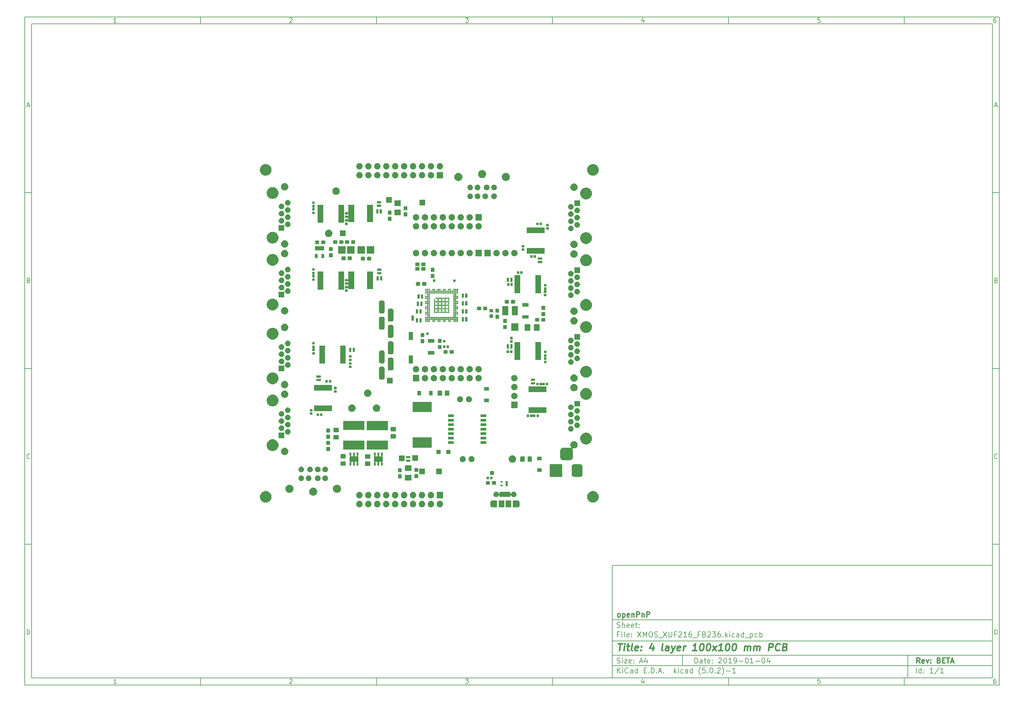
<source format=gbr>
G04 #@! TF.GenerationSoftware,KiCad,Pcbnew,(5.0.2)-1*
G04 #@! TF.CreationDate,2019-01-06T02:56:27+01:00*
G04 #@! TF.ProjectId,XMOS_XUF216_FB236,584d4f53-5f58-4554-9632-31365f464232,BETA*
G04 #@! TF.SameCoordinates,Original*
G04 #@! TF.FileFunction,Soldermask,Top*
G04 #@! TF.FilePolarity,Negative*
%FSLAX46Y46*%
G04 Gerber Fmt 4.6, Leading zero omitted, Abs format (unit mm)*
G04 Created by KiCad (PCBNEW (5.0.2)-1) date 2019-01-06 02:56:27*
%MOMM*%
%LPD*%
G01*
G04 APERTURE LIST*
%ADD10C,0.100000*%
%ADD11C,0.150000*%
%ADD12C,0.300000*%
%ADD13C,0.400000*%
G04 APERTURE END LIST*
D10*
D11*
X177002200Y-166007200D02*
X177002200Y-198007200D01*
X285002200Y-198007200D01*
X285002200Y-166007200D01*
X177002200Y-166007200D01*
D10*
D11*
X10000000Y-10000000D02*
X10000000Y-200007200D01*
X287002200Y-200007200D01*
X287002200Y-10000000D01*
X10000000Y-10000000D01*
D10*
D11*
X12000000Y-12000000D02*
X12000000Y-198007200D01*
X285002200Y-198007200D01*
X285002200Y-12000000D01*
X12000000Y-12000000D01*
D10*
D11*
X60000000Y-12000000D02*
X60000000Y-10000000D01*
D10*
D11*
X110000000Y-12000000D02*
X110000000Y-10000000D01*
D10*
D11*
X160000000Y-12000000D02*
X160000000Y-10000000D01*
D10*
D11*
X210000000Y-12000000D02*
X210000000Y-10000000D01*
D10*
D11*
X260000000Y-12000000D02*
X260000000Y-10000000D01*
D10*
D11*
X36065476Y-11588095D02*
X35322619Y-11588095D01*
X35694047Y-11588095D02*
X35694047Y-10288095D01*
X35570238Y-10473809D01*
X35446428Y-10597619D01*
X35322619Y-10659523D01*
D10*
D11*
X85322619Y-10411904D02*
X85384523Y-10350000D01*
X85508333Y-10288095D01*
X85817857Y-10288095D01*
X85941666Y-10350000D01*
X86003571Y-10411904D01*
X86065476Y-10535714D01*
X86065476Y-10659523D01*
X86003571Y-10845238D01*
X85260714Y-11588095D01*
X86065476Y-11588095D01*
D10*
D11*
X135260714Y-10288095D02*
X136065476Y-10288095D01*
X135632142Y-10783333D01*
X135817857Y-10783333D01*
X135941666Y-10845238D01*
X136003571Y-10907142D01*
X136065476Y-11030952D01*
X136065476Y-11340476D01*
X136003571Y-11464285D01*
X135941666Y-11526190D01*
X135817857Y-11588095D01*
X135446428Y-11588095D01*
X135322619Y-11526190D01*
X135260714Y-11464285D01*
D10*
D11*
X185941666Y-10721428D02*
X185941666Y-11588095D01*
X185632142Y-10226190D02*
X185322619Y-11154761D01*
X186127380Y-11154761D01*
D10*
D11*
X236003571Y-10288095D02*
X235384523Y-10288095D01*
X235322619Y-10907142D01*
X235384523Y-10845238D01*
X235508333Y-10783333D01*
X235817857Y-10783333D01*
X235941666Y-10845238D01*
X236003571Y-10907142D01*
X236065476Y-11030952D01*
X236065476Y-11340476D01*
X236003571Y-11464285D01*
X235941666Y-11526190D01*
X235817857Y-11588095D01*
X235508333Y-11588095D01*
X235384523Y-11526190D01*
X235322619Y-11464285D01*
D10*
D11*
X285941666Y-10288095D02*
X285694047Y-10288095D01*
X285570238Y-10350000D01*
X285508333Y-10411904D01*
X285384523Y-10597619D01*
X285322619Y-10845238D01*
X285322619Y-11340476D01*
X285384523Y-11464285D01*
X285446428Y-11526190D01*
X285570238Y-11588095D01*
X285817857Y-11588095D01*
X285941666Y-11526190D01*
X286003571Y-11464285D01*
X286065476Y-11340476D01*
X286065476Y-11030952D01*
X286003571Y-10907142D01*
X285941666Y-10845238D01*
X285817857Y-10783333D01*
X285570238Y-10783333D01*
X285446428Y-10845238D01*
X285384523Y-10907142D01*
X285322619Y-11030952D01*
D10*
D11*
X60000000Y-198007200D02*
X60000000Y-200007200D01*
D10*
D11*
X110000000Y-198007200D02*
X110000000Y-200007200D01*
D10*
D11*
X160000000Y-198007200D02*
X160000000Y-200007200D01*
D10*
D11*
X210000000Y-198007200D02*
X210000000Y-200007200D01*
D10*
D11*
X260000000Y-198007200D02*
X260000000Y-200007200D01*
D10*
D11*
X36065476Y-199595295D02*
X35322619Y-199595295D01*
X35694047Y-199595295D02*
X35694047Y-198295295D01*
X35570238Y-198481009D01*
X35446428Y-198604819D01*
X35322619Y-198666723D01*
D10*
D11*
X85322619Y-198419104D02*
X85384523Y-198357200D01*
X85508333Y-198295295D01*
X85817857Y-198295295D01*
X85941666Y-198357200D01*
X86003571Y-198419104D01*
X86065476Y-198542914D01*
X86065476Y-198666723D01*
X86003571Y-198852438D01*
X85260714Y-199595295D01*
X86065476Y-199595295D01*
D10*
D11*
X135260714Y-198295295D02*
X136065476Y-198295295D01*
X135632142Y-198790533D01*
X135817857Y-198790533D01*
X135941666Y-198852438D01*
X136003571Y-198914342D01*
X136065476Y-199038152D01*
X136065476Y-199347676D01*
X136003571Y-199471485D01*
X135941666Y-199533390D01*
X135817857Y-199595295D01*
X135446428Y-199595295D01*
X135322619Y-199533390D01*
X135260714Y-199471485D01*
D10*
D11*
X185941666Y-198728628D02*
X185941666Y-199595295D01*
X185632142Y-198233390D02*
X185322619Y-199161961D01*
X186127380Y-199161961D01*
D10*
D11*
X236003571Y-198295295D02*
X235384523Y-198295295D01*
X235322619Y-198914342D01*
X235384523Y-198852438D01*
X235508333Y-198790533D01*
X235817857Y-198790533D01*
X235941666Y-198852438D01*
X236003571Y-198914342D01*
X236065476Y-199038152D01*
X236065476Y-199347676D01*
X236003571Y-199471485D01*
X235941666Y-199533390D01*
X235817857Y-199595295D01*
X235508333Y-199595295D01*
X235384523Y-199533390D01*
X235322619Y-199471485D01*
D10*
D11*
X285941666Y-198295295D02*
X285694047Y-198295295D01*
X285570238Y-198357200D01*
X285508333Y-198419104D01*
X285384523Y-198604819D01*
X285322619Y-198852438D01*
X285322619Y-199347676D01*
X285384523Y-199471485D01*
X285446428Y-199533390D01*
X285570238Y-199595295D01*
X285817857Y-199595295D01*
X285941666Y-199533390D01*
X286003571Y-199471485D01*
X286065476Y-199347676D01*
X286065476Y-199038152D01*
X286003571Y-198914342D01*
X285941666Y-198852438D01*
X285817857Y-198790533D01*
X285570238Y-198790533D01*
X285446428Y-198852438D01*
X285384523Y-198914342D01*
X285322619Y-199038152D01*
D10*
D11*
X10000000Y-60000000D02*
X12000000Y-60000000D01*
D10*
D11*
X10000000Y-110000000D02*
X12000000Y-110000000D01*
D10*
D11*
X10000000Y-160000000D02*
X12000000Y-160000000D01*
D10*
D11*
X10690476Y-35216666D02*
X11309523Y-35216666D01*
X10566666Y-35588095D02*
X11000000Y-34288095D01*
X11433333Y-35588095D01*
D10*
D11*
X11092857Y-84907142D02*
X11278571Y-84969047D01*
X11340476Y-85030952D01*
X11402380Y-85154761D01*
X11402380Y-85340476D01*
X11340476Y-85464285D01*
X11278571Y-85526190D01*
X11154761Y-85588095D01*
X10659523Y-85588095D01*
X10659523Y-84288095D01*
X11092857Y-84288095D01*
X11216666Y-84350000D01*
X11278571Y-84411904D01*
X11340476Y-84535714D01*
X11340476Y-84659523D01*
X11278571Y-84783333D01*
X11216666Y-84845238D01*
X11092857Y-84907142D01*
X10659523Y-84907142D01*
D10*
D11*
X11402380Y-135464285D02*
X11340476Y-135526190D01*
X11154761Y-135588095D01*
X11030952Y-135588095D01*
X10845238Y-135526190D01*
X10721428Y-135402380D01*
X10659523Y-135278571D01*
X10597619Y-135030952D01*
X10597619Y-134845238D01*
X10659523Y-134597619D01*
X10721428Y-134473809D01*
X10845238Y-134350000D01*
X11030952Y-134288095D01*
X11154761Y-134288095D01*
X11340476Y-134350000D01*
X11402380Y-134411904D01*
D10*
D11*
X10659523Y-185588095D02*
X10659523Y-184288095D01*
X10969047Y-184288095D01*
X11154761Y-184350000D01*
X11278571Y-184473809D01*
X11340476Y-184597619D01*
X11402380Y-184845238D01*
X11402380Y-185030952D01*
X11340476Y-185278571D01*
X11278571Y-185402380D01*
X11154761Y-185526190D01*
X10969047Y-185588095D01*
X10659523Y-185588095D01*
D10*
D11*
X287002200Y-60000000D02*
X285002200Y-60000000D01*
D10*
D11*
X287002200Y-110000000D02*
X285002200Y-110000000D01*
D10*
D11*
X287002200Y-160000000D02*
X285002200Y-160000000D01*
D10*
D11*
X285692676Y-35216666D02*
X286311723Y-35216666D01*
X285568866Y-35588095D02*
X286002200Y-34288095D01*
X286435533Y-35588095D01*
D10*
D11*
X286095057Y-84907142D02*
X286280771Y-84969047D01*
X286342676Y-85030952D01*
X286404580Y-85154761D01*
X286404580Y-85340476D01*
X286342676Y-85464285D01*
X286280771Y-85526190D01*
X286156961Y-85588095D01*
X285661723Y-85588095D01*
X285661723Y-84288095D01*
X286095057Y-84288095D01*
X286218866Y-84350000D01*
X286280771Y-84411904D01*
X286342676Y-84535714D01*
X286342676Y-84659523D01*
X286280771Y-84783333D01*
X286218866Y-84845238D01*
X286095057Y-84907142D01*
X285661723Y-84907142D01*
D10*
D11*
X286404580Y-135464285D02*
X286342676Y-135526190D01*
X286156961Y-135588095D01*
X286033152Y-135588095D01*
X285847438Y-135526190D01*
X285723628Y-135402380D01*
X285661723Y-135278571D01*
X285599819Y-135030952D01*
X285599819Y-134845238D01*
X285661723Y-134597619D01*
X285723628Y-134473809D01*
X285847438Y-134350000D01*
X286033152Y-134288095D01*
X286156961Y-134288095D01*
X286342676Y-134350000D01*
X286404580Y-134411904D01*
D10*
D11*
X285661723Y-185588095D02*
X285661723Y-184288095D01*
X285971247Y-184288095D01*
X286156961Y-184350000D01*
X286280771Y-184473809D01*
X286342676Y-184597619D01*
X286404580Y-184845238D01*
X286404580Y-185030952D01*
X286342676Y-185278571D01*
X286280771Y-185402380D01*
X286156961Y-185526190D01*
X285971247Y-185588095D01*
X285661723Y-185588095D01*
D10*
D11*
X200434342Y-193785771D02*
X200434342Y-192285771D01*
X200791485Y-192285771D01*
X201005771Y-192357200D01*
X201148628Y-192500057D01*
X201220057Y-192642914D01*
X201291485Y-192928628D01*
X201291485Y-193142914D01*
X201220057Y-193428628D01*
X201148628Y-193571485D01*
X201005771Y-193714342D01*
X200791485Y-193785771D01*
X200434342Y-193785771D01*
X202577200Y-193785771D02*
X202577200Y-193000057D01*
X202505771Y-192857200D01*
X202362914Y-192785771D01*
X202077200Y-192785771D01*
X201934342Y-192857200D01*
X202577200Y-193714342D02*
X202434342Y-193785771D01*
X202077200Y-193785771D01*
X201934342Y-193714342D01*
X201862914Y-193571485D01*
X201862914Y-193428628D01*
X201934342Y-193285771D01*
X202077200Y-193214342D01*
X202434342Y-193214342D01*
X202577200Y-193142914D01*
X203077200Y-192785771D02*
X203648628Y-192785771D01*
X203291485Y-192285771D02*
X203291485Y-193571485D01*
X203362914Y-193714342D01*
X203505771Y-193785771D01*
X203648628Y-193785771D01*
X204720057Y-193714342D02*
X204577200Y-193785771D01*
X204291485Y-193785771D01*
X204148628Y-193714342D01*
X204077200Y-193571485D01*
X204077200Y-193000057D01*
X204148628Y-192857200D01*
X204291485Y-192785771D01*
X204577200Y-192785771D01*
X204720057Y-192857200D01*
X204791485Y-193000057D01*
X204791485Y-193142914D01*
X204077200Y-193285771D01*
X205434342Y-193642914D02*
X205505771Y-193714342D01*
X205434342Y-193785771D01*
X205362914Y-193714342D01*
X205434342Y-193642914D01*
X205434342Y-193785771D01*
X205434342Y-192857200D02*
X205505771Y-192928628D01*
X205434342Y-193000057D01*
X205362914Y-192928628D01*
X205434342Y-192857200D01*
X205434342Y-193000057D01*
X207220057Y-192428628D02*
X207291485Y-192357200D01*
X207434342Y-192285771D01*
X207791485Y-192285771D01*
X207934342Y-192357200D01*
X208005771Y-192428628D01*
X208077200Y-192571485D01*
X208077200Y-192714342D01*
X208005771Y-192928628D01*
X207148628Y-193785771D01*
X208077200Y-193785771D01*
X209005771Y-192285771D02*
X209148628Y-192285771D01*
X209291485Y-192357200D01*
X209362914Y-192428628D01*
X209434342Y-192571485D01*
X209505771Y-192857200D01*
X209505771Y-193214342D01*
X209434342Y-193500057D01*
X209362914Y-193642914D01*
X209291485Y-193714342D01*
X209148628Y-193785771D01*
X209005771Y-193785771D01*
X208862914Y-193714342D01*
X208791485Y-193642914D01*
X208720057Y-193500057D01*
X208648628Y-193214342D01*
X208648628Y-192857200D01*
X208720057Y-192571485D01*
X208791485Y-192428628D01*
X208862914Y-192357200D01*
X209005771Y-192285771D01*
X210934342Y-193785771D02*
X210077200Y-193785771D01*
X210505771Y-193785771D02*
X210505771Y-192285771D01*
X210362914Y-192500057D01*
X210220057Y-192642914D01*
X210077200Y-192714342D01*
X211648628Y-193785771D02*
X211934342Y-193785771D01*
X212077200Y-193714342D01*
X212148628Y-193642914D01*
X212291485Y-193428628D01*
X212362914Y-193142914D01*
X212362914Y-192571485D01*
X212291485Y-192428628D01*
X212220057Y-192357200D01*
X212077200Y-192285771D01*
X211791485Y-192285771D01*
X211648628Y-192357200D01*
X211577200Y-192428628D01*
X211505771Y-192571485D01*
X211505771Y-192928628D01*
X211577200Y-193071485D01*
X211648628Y-193142914D01*
X211791485Y-193214342D01*
X212077200Y-193214342D01*
X212220057Y-193142914D01*
X212291485Y-193071485D01*
X212362914Y-192928628D01*
X213005771Y-193214342D02*
X214148628Y-193214342D01*
X215148628Y-192285771D02*
X215291485Y-192285771D01*
X215434342Y-192357200D01*
X215505771Y-192428628D01*
X215577200Y-192571485D01*
X215648628Y-192857200D01*
X215648628Y-193214342D01*
X215577200Y-193500057D01*
X215505771Y-193642914D01*
X215434342Y-193714342D01*
X215291485Y-193785771D01*
X215148628Y-193785771D01*
X215005771Y-193714342D01*
X214934342Y-193642914D01*
X214862914Y-193500057D01*
X214791485Y-193214342D01*
X214791485Y-192857200D01*
X214862914Y-192571485D01*
X214934342Y-192428628D01*
X215005771Y-192357200D01*
X215148628Y-192285771D01*
X217077200Y-193785771D02*
X216220057Y-193785771D01*
X216648628Y-193785771D02*
X216648628Y-192285771D01*
X216505771Y-192500057D01*
X216362914Y-192642914D01*
X216220057Y-192714342D01*
X217720057Y-193214342D02*
X218862914Y-193214342D01*
X219862914Y-192285771D02*
X220005771Y-192285771D01*
X220148628Y-192357200D01*
X220220057Y-192428628D01*
X220291485Y-192571485D01*
X220362914Y-192857200D01*
X220362914Y-193214342D01*
X220291485Y-193500057D01*
X220220057Y-193642914D01*
X220148628Y-193714342D01*
X220005771Y-193785771D01*
X219862914Y-193785771D01*
X219720057Y-193714342D01*
X219648628Y-193642914D01*
X219577200Y-193500057D01*
X219505771Y-193214342D01*
X219505771Y-192857200D01*
X219577200Y-192571485D01*
X219648628Y-192428628D01*
X219720057Y-192357200D01*
X219862914Y-192285771D01*
X221648628Y-192785771D02*
X221648628Y-193785771D01*
X221291485Y-192214342D02*
X220934342Y-193285771D01*
X221862914Y-193285771D01*
D10*
D11*
X177002200Y-194507200D02*
X285002200Y-194507200D01*
D10*
D11*
X178434342Y-196585771D02*
X178434342Y-195085771D01*
X179291485Y-196585771D02*
X178648628Y-195728628D01*
X179291485Y-195085771D02*
X178434342Y-195942914D01*
X179934342Y-196585771D02*
X179934342Y-195585771D01*
X179934342Y-195085771D02*
X179862914Y-195157200D01*
X179934342Y-195228628D01*
X180005771Y-195157200D01*
X179934342Y-195085771D01*
X179934342Y-195228628D01*
X181505771Y-196442914D02*
X181434342Y-196514342D01*
X181220057Y-196585771D01*
X181077200Y-196585771D01*
X180862914Y-196514342D01*
X180720057Y-196371485D01*
X180648628Y-196228628D01*
X180577200Y-195942914D01*
X180577200Y-195728628D01*
X180648628Y-195442914D01*
X180720057Y-195300057D01*
X180862914Y-195157200D01*
X181077200Y-195085771D01*
X181220057Y-195085771D01*
X181434342Y-195157200D01*
X181505771Y-195228628D01*
X182791485Y-196585771D02*
X182791485Y-195800057D01*
X182720057Y-195657200D01*
X182577200Y-195585771D01*
X182291485Y-195585771D01*
X182148628Y-195657200D01*
X182791485Y-196514342D02*
X182648628Y-196585771D01*
X182291485Y-196585771D01*
X182148628Y-196514342D01*
X182077200Y-196371485D01*
X182077200Y-196228628D01*
X182148628Y-196085771D01*
X182291485Y-196014342D01*
X182648628Y-196014342D01*
X182791485Y-195942914D01*
X184148628Y-196585771D02*
X184148628Y-195085771D01*
X184148628Y-196514342D02*
X184005771Y-196585771D01*
X183720057Y-196585771D01*
X183577200Y-196514342D01*
X183505771Y-196442914D01*
X183434342Y-196300057D01*
X183434342Y-195871485D01*
X183505771Y-195728628D01*
X183577200Y-195657200D01*
X183720057Y-195585771D01*
X184005771Y-195585771D01*
X184148628Y-195657200D01*
X186005771Y-195800057D02*
X186505771Y-195800057D01*
X186720057Y-196585771D02*
X186005771Y-196585771D01*
X186005771Y-195085771D01*
X186720057Y-195085771D01*
X187362914Y-196442914D02*
X187434342Y-196514342D01*
X187362914Y-196585771D01*
X187291485Y-196514342D01*
X187362914Y-196442914D01*
X187362914Y-196585771D01*
X188077200Y-196585771D02*
X188077200Y-195085771D01*
X188434342Y-195085771D01*
X188648628Y-195157200D01*
X188791485Y-195300057D01*
X188862914Y-195442914D01*
X188934342Y-195728628D01*
X188934342Y-195942914D01*
X188862914Y-196228628D01*
X188791485Y-196371485D01*
X188648628Y-196514342D01*
X188434342Y-196585771D01*
X188077200Y-196585771D01*
X189577200Y-196442914D02*
X189648628Y-196514342D01*
X189577200Y-196585771D01*
X189505771Y-196514342D01*
X189577200Y-196442914D01*
X189577200Y-196585771D01*
X190220057Y-196157200D02*
X190934342Y-196157200D01*
X190077200Y-196585771D02*
X190577200Y-195085771D01*
X191077200Y-196585771D01*
X191577200Y-196442914D02*
X191648628Y-196514342D01*
X191577200Y-196585771D01*
X191505771Y-196514342D01*
X191577200Y-196442914D01*
X191577200Y-196585771D01*
X194577200Y-196585771D02*
X194577200Y-195085771D01*
X194720057Y-196014342D02*
X195148628Y-196585771D01*
X195148628Y-195585771D02*
X194577200Y-196157200D01*
X195791485Y-196585771D02*
X195791485Y-195585771D01*
X195791485Y-195085771D02*
X195720057Y-195157200D01*
X195791485Y-195228628D01*
X195862914Y-195157200D01*
X195791485Y-195085771D01*
X195791485Y-195228628D01*
X197148628Y-196514342D02*
X197005771Y-196585771D01*
X196720057Y-196585771D01*
X196577200Y-196514342D01*
X196505771Y-196442914D01*
X196434342Y-196300057D01*
X196434342Y-195871485D01*
X196505771Y-195728628D01*
X196577200Y-195657200D01*
X196720057Y-195585771D01*
X197005771Y-195585771D01*
X197148628Y-195657200D01*
X198434342Y-196585771D02*
X198434342Y-195800057D01*
X198362914Y-195657200D01*
X198220057Y-195585771D01*
X197934342Y-195585771D01*
X197791485Y-195657200D01*
X198434342Y-196514342D02*
X198291485Y-196585771D01*
X197934342Y-196585771D01*
X197791485Y-196514342D01*
X197720057Y-196371485D01*
X197720057Y-196228628D01*
X197791485Y-196085771D01*
X197934342Y-196014342D01*
X198291485Y-196014342D01*
X198434342Y-195942914D01*
X199791485Y-196585771D02*
X199791485Y-195085771D01*
X199791485Y-196514342D02*
X199648628Y-196585771D01*
X199362914Y-196585771D01*
X199220057Y-196514342D01*
X199148628Y-196442914D01*
X199077200Y-196300057D01*
X199077200Y-195871485D01*
X199148628Y-195728628D01*
X199220057Y-195657200D01*
X199362914Y-195585771D01*
X199648628Y-195585771D01*
X199791485Y-195657200D01*
X202077200Y-197157200D02*
X202005771Y-197085771D01*
X201862914Y-196871485D01*
X201791485Y-196728628D01*
X201720057Y-196514342D01*
X201648628Y-196157200D01*
X201648628Y-195871485D01*
X201720057Y-195514342D01*
X201791485Y-195300057D01*
X201862914Y-195157200D01*
X202005771Y-194942914D01*
X202077200Y-194871485D01*
X203362914Y-195085771D02*
X202648628Y-195085771D01*
X202577200Y-195800057D01*
X202648628Y-195728628D01*
X202791485Y-195657200D01*
X203148628Y-195657200D01*
X203291485Y-195728628D01*
X203362914Y-195800057D01*
X203434342Y-195942914D01*
X203434342Y-196300057D01*
X203362914Y-196442914D01*
X203291485Y-196514342D01*
X203148628Y-196585771D01*
X202791485Y-196585771D01*
X202648628Y-196514342D01*
X202577200Y-196442914D01*
X204077200Y-196442914D02*
X204148628Y-196514342D01*
X204077200Y-196585771D01*
X204005771Y-196514342D01*
X204077200Y-196442914D01*
X204077200Y-196585771D01*
X205077200Y-195085771D02*
X205220057Y-195085771D01*
X205362914Y-195157200D01*
X205434342Y-195228628D01*
X205505771Y-195371485D01*
X205577200Y-195657200D01*
X205577200Y-196014342D01*
X205505771Y-196300057D01*
X205434342Y-196442914D01*
X205362914Y-196514342D01*
X205220057Y-196585771D01*
X205077200Y-196585771D01*
X204934342Y-196514342D01*
X204862914Y-196442914D01*
X204791485Y-196300057D01*
X204720057Y-196014342D01*
X204720057Y-195657200D01*
X204791485Y-195371485D01*
X204862914Y-195228628D01*
X204934342Y-195157200D01*
X205077200Y-195085771D01*
X206220057Y-196442914D02*
X206291485Y-196514342D01*
X206220057Y-196585771D01*
X206148628Y-196514342D01*
X206220057Y-196442914D01*
X206220057Y-196585771D01*
X206862914Y-195228628D02*
X206934342Y-195157200D01*
X207077200Y-195085771D01*
X207434342Y-195085771D01*
X207577200Y-195157200D01*
X207648628Y-195228628D01*
X207720057Y-195371485D01*
X207720057Y-195514342D01*
X207648628Y-195728628D01*
X206791485Y-196585771D01*
X207720057Y-196585771D01*
X208220057Y-197157200D02*
X208291485Y-197085771D01*
X208434342Y-196871485D01*
X208505771Y-196728628D01*
X208577200Y-196514342D01*
X208648628Y-196157200D01*
X208648628Y-195871485D01*
X208577200Y-195514342D01*
X208505771Y-195300057D01*
X208434342Y-195157200D01*
X208291485Y-194942914D01*
X208220057Y-194871485D01*
X209362914Y-196014342D02*
X210505771Y-196014342D01*
X212005771Y-196585771D02*
X211148628Y-196585771D01*
X211577200Y-196585771D02*
X211577200Y-195085771D01*
X211434342Y-195300057D01*
X211291485Y-195442914D01*
X211148628Y-195514342D01*
D10*
D11*
X177002200Y-191507200D02*
X285002200Y-191507200D01*
D10*
D12*
X264411485Y-193785771D02*
X263911485Y-193071485D01*
X263554342Y-193785771D02*
X263554342Y-192285771D01*
X264125771Y-192285771D01*
X264268628Y-192357200D01*
X264340057Y-192428628D01*
X264411485Y-192571485D01*
X264411485Y-192785771D01*
X264340057Y-192928628D01*
X264268628Y-193000057D01*
X264125771Y-193071485D01*
X263554342Y-193071485D01*
X265625771Y-193714342D02*
X265482914Y-193785771D01*
X265197200Y-193785771D01*
X265054342Y-193714342D01*
X264982914Y-193571485D01*
X264982914Y-193000057D01*
X265054342Y-192857200D01*
X265197200Y-192785771D01*
X265482914Y-192785771D01*
X265625771Y-192857200D01*
X265697200Y-193000057D01*
X265697200Y-193142914D01*
X264982914Y-193285771D01*
X266197200Y-192785771D02*
X266554342Y-193785771D01*
X266911485Y-192785771D01*
X267482914Y-193642914D02*
X267554342Y-193714342D01*
X267482914Y-193785771D01*
X267411485Y-193714342D01*
X267482914Y-193642914D01*
X267482914Y-193785771D01*
X267482914Y-192857200D02*
X267554342Y-192928628D01*
X267482914Y-193000057D01*
X267411485Y-192928628D01*
X267482914Y-192857200D01*
X267482914Y-193000057D01*
X269840057Y-193000057D02*
X270054342Y-193071485D01*
X270125771Y-193142914D01*
X270197200Y-193285771D01*
X270197200Y-193500057D01*
X270125771Y-193642914D01*
X270054342Y-193714342D01*
X269911485Y-193785771D01*
X269340057Y-193785771D01*
X269340057Y-192285771D01*
X269840057Y-192285771D01*
X269982914Y-192357200D01*
X270054342Y-192428628D01*
X270125771Y-192571485D01*
X270125771Y-192714342D01*
X270054342Y-192857200D01*
X269982914Y-192928628D01*
X269840057Y-193000057D01*
X269340057Y-193000057D01*
X270840057Y-193000057D02*
X271340057Y-193000057D01*
X271554342Y-193785771D02*
X270840057Y-193785771D01*
X270840057Y-192285771D01*
X271554342Y-192285771D01*
X271982914Y-192285771D02*
X272840057Y-192285771D01*
X272411485Y-193785771D02*
X272411485Y-192285771D01*
X273268628Y-193357200D02*
X273982914Y-193357200D01*
X273125771Y-193785771D02*
X273625771Y-192285771D01*
X274125771Y-193785771D01*
D10*
D11*
X178362914Y-193714342D02*
X178577200Y-193785771D01*
X178934342Y-193785771D01*
X179077200Y-193714342D01*
X179148628Y-193642914D01*
X179220057Y-193500057D01*
X179220057Y-193357200D01*
X179148628Y-193214342D01*
X179077200Y-193142914D01*
X178934342Y-193071485D01*
X178648628Y-193000057D01*
X178505771Y-192928628D01*
X178434342Y-192857200D01*
X178362914Y-192714342D01*
X178362914Y-192571485D01*
X178434342Y-192428628D01*
X178505771Y-192357200D01*
X178648628Y-192285771D01*
X179005771Y-192285771D01*
X179220057Y-192357200D01*
X179862914Y-193785771D02*
X179862914Y-192785771D01*
X179862914Y-192285771D02*
X179791485Y-192357200D01*
X179862914Y-192428628D01*
X179934342Y-192357200D01*
X179862914Y-192285771D01*
X179862914Y-192428628D01*
X180434342Y-192785771D02*
X181220057Y-192785771D01*
X180434342Y-193785771D01*
X181220057Y-193785771D01*
X182362914Y-193714342D02*
X182220057Y-193785771D01*
X181934342Y-193785771D01*
X181791485Y-193714342D01*
X181720057Y-193571485D01*
X181720057Y-193000057D01*
X181791485Y-192857200D01*
X181934342Y-192785771D01*
X182220057Y-192785771D01*
X182362914Y-192857200D01*
X182434342Y-193000057D01*
X182434342Y-193142914D01*
X181720057Y-193285771D01*
X183077200Y-193642914D02*
X183148628Y-193714342D01*
X183077200Y-193785771D01*
X183005771Y-193714342D01*
X183077200Y-193642914D01*
X183077200Y-193785771D01*
X183077200Y-192857200D02*
X183148628Y-192928628D01*
X183077200Y-193000057D01*
X183005771Y-192928628D01*
X183077200Y-192857200D01*
X183077200Y-193000057D01*
X184862914Y-193357200D02*
X185577200Y-193357200D01*
X184720057Y-193785771D02*
X185220057Y-192285771D01*
X185720057Y-193785771D01*
X186862914Y-192785771D02*
X186862914Y-193785771D01*
X186505771Y-192214342D02*
X186148628Y-193285771D01*
X187077200Y-193285771D01*
D10*
D11*
X263434342Y-196585771D02*
X263434342Y-195085771D01*
X264791485Y-196585771D02*
X264791485Y-195085771D01*
X264791485Y-196514342D02*
X264648628Y-196585771D01*
X264362914Y-196585771D01*
X264220057Y-196514342D01*
X264148628Y-196442914D01*
X264077200Y-196300057D01*
X264077200Y-195871485D01*
X264148628Y-195728628D01*
X264220057Y-195657200D01*
X264362914Y-195585771D01*
X264648628Y-195585771D01*
X264791485Y-195657200D01*
X265505771Y-196442914D02*
X265577200Y-196514342D01*
X265505771Y-196585771D01*
X265434342Y-196514342D01*
X265505771Y-196442914D01*
X265505771Y-196585771D01*
X265505771Y-195657200D02*
X265577200Y-195728628D01*
X265505771Y-195800057D01*
X265434342Y-195728628D01*
X265505771Y-195657200D01*
X265505771Y-195800057D01*
X268148628Y-196585771D02*
X267291485Y-196585771D01*
X267720057Y-196585771D02*
X267720057Y-195085771D01*
X267577200Y-195300057D01*
X267434342Y-195442914D01*
X267291485Y-195514342D01*
X269862914Y-195014342D02*
X268577200Y-196942914D01*
X271148628Y-196585771D02*
X270291485Y-196585771D01*
X270720057Y-196585771D02*
X270720057Y-195085771D01*
X270577200Y-195300057D01*
X270434342Y-195442914D01*
X270291485Y-195514342D01*
D10*
D11*
X177002200Y-187507200D02*
X285002200Y-187507200D01*
D10*
D13*
X178714580Y-188211961D02*
X179857438Y-188211961D01*
X179036009Y-190211961D02*
X179286009Y-188211961D01*
X180274104Y-190211961D02*
X180440771Y-188878628D01*
X180524104Y-188211961D02*
X180416961Y-188307200D01*
X180500295Y-188402438D01*
X180607438Y-188307200D01*
X180524104Y-188211961D01*
X180500295Y-188402438D01*
X181107438Y-188878628D02*
X181869342Y-188878628D01*
X181476485Y-188211961D02*
X181262200Y-189926247D01*
X181333628Y-190116723D01*
X181512200Y-190211961D01*
X181702676Y-190211961D01*
X182655057Y-190211961D02*
X182476485Y-190116723D01*
X182405057Y-189926247D01*
X182619342Y-188211961D01*
X184190771Y-190116723D02*
X183988390Y-190211961D01*
X183607438Y-190211961D01*
X183428866Y-190116723D01*
X183357438Y-189926247D01*
X183452676Y-189164342D01*
X183571723Y-188973866D01*
X183774104Y-188878628D01*
X184155057Y-188878628D01*
X184333628Y-188973866D01*
X184405057Y-189164342D01*
X184381247Y-189354819D01*
X183405057Y-189545295D01*
X185155057Y-190021485D02*
X185238390Y-190116723D01*
X185131247Y-190211961D01*
X185047914Y-190116723D01*
X185155057Y-190021485D01*
X185131247Y-190211961D01*
X185286009Y-188973866D02*
X185369342Y-189069104D01*
X185262200Y-189164342D01*
X185178866Y-189069104D01*
X185286009Y-188973866D01*
X185262200Y-189164342D01*
X188631247Y-188878628D02*
X188464580Y-190211961D01*
X188250295Y-188116723D02*
X187595533Y-189545295D01*
X188833628Y-189545295D01*
X191321723Y-190211961D02*
X191143152Y-190116723D01*
X191071723Y-189926247D01*
X191286009Y-188211961D01*
X192940771Y-190211961D02*
X193071723Y-189164342D01*
X193000295Y-188973866D01*
X192821723Y-188878628D01*
X192440771Y-188878628D01*
X192238390Y-188973866D01*
X192952676Y-190116723D02*
X192750295Y-190211961D01*
X192274104Y-190211961D01*
X192095533Y-190116723D01*
X192024104Y-189926247D01*
X192047914Y-189735771D01*
X192166961Y-189545295D01*
X192369342Y-189450057D01*
X192845533Y-189450057D01*
X193047914Y-189354819D01*
X193869342Y-188878628D02*
X194178866Y-190211961D01*
X194821723Y-188878628D02*
X194178866Y-190211961D01*
X193928866Y-190688152D01*
X193821723Y-190783390D01*
X193619342Y-190878628D01*
X196190771Y-190116723D02*
X195988390Y-190211961D01*
X195607438Y-190211961D01*
X195428866Y-190116723D01*
X195357438Y-189926247D01*
X195452676Y-189164342D01*
X195571723Y-188973866D01*
X195774104Y-188878628D01*
X196155057Y-188878628D01*
X196333628Y-188973866D01*
X196405057Y-189164342D01*
X196381247Y-189354819D01*
X195405057Y-189545295D01*
X197131247Y-190211961D02*
X197297914Y-188878628D01*
X197250295Y-189259580D02*
X197369342Y-189069104D01*
X197476485Y-188973866D01*
X197678866Y-188878628D01*
X197869342Y-188878628D01*
X200940771Y-190211961D02*
X199797914Y-190211961D01*
X200369342Y-190211961D02*
X200619342Y-188211961D01*
X200393152Y-188497676D01*
X200178866Y-188688152D01*
X199976485Y-188783390D01*
X202428866Y-188211961D02*
X202619342Y-188211961D01*
X202797914Y-188307200D01*
X202881247Y-188402438D01*
X202952676Y-188592914D01*
X203000295Y-188973866D01*
X202940771Y-189450057D01*
X202797914Y-189831009D01*
X202678866Y-190021485D01*
X202571723Y-190116723D01*
X202369342Y-190211961D01*
X202178866Y-190211961D01*
X202000295Y-190116723D01*
X201916961Y-190021485D01*
X201845533Y-189831009D01*
X201797914Y-189450057D01*
X201857438Y-188973866D01*
X202000295Y-188592914D01*
X202119342Y-188402438D01*
X202226485Y-188307200D01*
X202428866Y-188211961D01*
X204333628Y-188211961D02*
X204524104Y-188211961D01*
X204702676Y-188307200D01*
X204786009Y-188402438D01*
X204857438Y-188592914D01*
X204905057Y-188973866D01*
X204845533Y-189450057D01*
X204702676Y-189831009D01*
X204583628Y-190021485D01*
X204476485Y-190116723D01*
X204274104Y-190211961D01*
X204083628Y-190211961D01*
X203905057Y-190116723D01*
X203821723Y-190021485D01*
X203750295Y-189831009D01*
X203702676Y-189450057D01*
X203762200Y-188973866D01*
X203905057Y-188592914D01*
X204024104Y-188402438D01*
X204131247Y-188307200D01*
X204333628Y-188211961D01*
X205416961Y-190211961D02*
X206631247Y-188878628D01*
X205583628Y-188878628D02*
X206464580Y-190211961D01*
X208274104Y-190211961D02*
X207131247Y-190211961D01*
X207702676Y-190211961D02*
X207952676Y-188211961D01*
X207726485Y-188497676D01*
X207512200Y-188688152D01*
X207309819Y-188783390D01*
X209762200Y-188211961D02*
X209952676Y-188211961D01*
X210131247Y-188307200D01*
X210214580Y-188402438D01*
X210286009Y-188592914D01*
X210333628Y-188973866D01*
X210274104Y-189450057D01*
X210131247Y-189831009D01*
X210012200Y-190021485D01*
X209905057Y-190116723D01*
X209702676Y-190211961D01*
X209512200Y-190211961D01*
X209333628Y-190116723D01*
X209250295Y-190021485D01*
X209178866Y-189831009D01*
X209131247Y-189450057D01*
X209190771Y-188973866D01*
X209333628Y-188592914D01*
X209452676Y-188402438D01*
X209559819Y-188307200D01*
X209762200Y-188211961D01*
X211666961Y-188211961D02*
X211857438Y-188211961D01*
X212036009Y-188307200D01*
X212119342Y-188402438D01*
X212190771Y-188592914D01*
X212238390Y-188973866D01*
X212178866Y-189450057D01*
X212036009Y-189831009D01*
X211916961Y-190021485D01*
X211809819Y-190116723D01*
X211607438Y-190211961D01*
X211416961Y-190211961D01*
X211238390Y-190116723D01*
X211155057Y-190021485D01*
X211083628Y-189831009D01*
X211036009Y-189450057D01*
X211095533Y-188973866D01*
X211238390Y-188592914D01*
X211357438Y-188402438D01*
X211464580Y-188307200D01*
X211666961Y-188211961D01*
X214464580Y-190211961D02*
X214631247Y-188878628D01*
X214607438Y-189069104D02*
X214714580Y-188973866D01*
X214916961Y-188878628D01*
X215202676Y-188878628D01*
X215381247Y-188973866D01*
X215452676Y-189164342D01*
X215321723Y-190211961D01*
X215452676Y-189164342D02*
X215571723Y-188973866D01*
X215774104Y-188878628D01*
X216059819Y-188878628D01*
X216238390Y-188973866D01*
X216309819Y-189164342D01*
X216178866Y-190211961D01*
X217131247Y-190211961D02*
X217297914Y-188878628D01*
X217274104Y-189069104D02*
X217381247Y-188973866D01*
X217583628Y-188878628D01*
X217869342Y-188878628D01*
X218047914Y-188973866D01*
X218119342Y-189164342D01*
X217988390Y-190211961D01*
X218119342Y-189164342D02*
X218238390Y-188973866D01*
X218440771Y-188878628D01*
X218726485Y-188878628D01*
X218905057Y-188973866D01*
X218976485Y-189164342D01*
X218845533Y-190211961D01*
X221321723Y-190211961D02*
X221571723Y-188211961D01*
X222333628Y-188211961D01*
X222512199Y-188307200D01*
X222595533Y-188402438D01*
X222666961Y-188592914D01*
X222631247Y-188878628D01*
X222512199Y-189069104D01*
X222405057Y-189164342D01*
X222202676Y-189259580D01*
X221440771Y-189259580D01*
X224488390Y-190021485D02*
X224381247Y-190116723D01*
X224083628Y-190211961D01*
X223893152Y-190211961D01*
X223619342Y-190116723D01*
X223452676Y-189926247D01*
X223381247Y-189735771D01*
X223333628Y-189354819D01*
X223369342Y-189069104D01*
X223512200Y-188688152D01*
X223631247Y-188497676D01*
X223845533Y-188307200D01*
X224143152Y-188211961D01*
X224333628Y-188211961D01*
X224607438Y-188307200D01*
X224690771Y-188402438D01*
X226119342Y-189164342D02*
X226393152Y-189259580D01*
X226476485Y-189354819D01*
X226547914Y-189545295D01*
X226512199Y-189831009D01*
X226393152Y-190021485D01*
X226286009Y-190116723D01*
X226083628Y-190211961D01*
X225321723Y-190211961D01*
X225571723Y-188211961D01*
X226238390Y-188211961D01*
X226416961Y-188307200D01*
X226500295Y-188402438D01*
X226571723Y-188592914D01*
X226547914Y-188783390D01*
X226428866Y-188973866D01*
X226321723Y-189069104D01*
X226119342Y-189164342D01*
X225452676Y-189164342D01*
D10*
D11*
X178934342Y-185600057D02*
X178434342Y-185600057D01*
X178434342Y-186385771D02*
X178434342Y-184885771D01*
X179148628Y-184885771D01*
X179720057Y-186385771D02*
X179720057Y-185385771D01*
X179720057Y-184885771D02*
X179648628Y-184957200D01*
X179720057Y-185028628D01*
X179791485Y-184957200D01*
X179720057Y-184885771D01*
X179720057Y-185028628D01*
X180648628Y-186385771D02*
X180505771Y-186314342D01*
X180434342Y-186171485D01*
X180434342Y-184885771D01*
X181791485Y-186314342D02*
X181648628Y-186385771D01*
X181362914Y-186385771D01*
X181220057Y-186314342D01*
X181148628Y-186171485D01*
X181148628Y-185600057D01*
X181220057Y-185457200D01*
X181362914Y-185385771D01*
X181648628Y-185385771D01*
X181791485Y-185457200D01*
X181862914Y-185600057D01*
X181862914Y-185742914D01*
X181148628Y-185885771D01*
X182505771Y-186242914D02*
X182577200Y-186314342D01*
X182505771Y-186385771D01*
X182434342Y-186314342D01*
X182505771Y-186242914D01*
X182505771Y-186385771D01*
X182505771Y-185457200D02*
X182577200Y-185528628D01*
X182505771Y-185600057D01*
X182434342Y-185528628D01*
X182505771Y-185457200D01*
X182505771Y-185600057D01*
X184220057Y-184885771D02*
X185220057Y-186385771D01*
X185220057Y-184885771D02*
X184220057Y-186385771D01*
X185791485Y-186385771D02*
X185791485Y-184885771D01*
X186291485Y-185957200D01*
X186791485Y-184885771D01*
X186791485Y-186385771D01*
X187791485Y-184885771D02*
X188077200Y-184885771D01*
X188220057Y-184957200D01*
X188362914Y-185100057D01*
X188434342Y-185385771D01*
X188434342Y-185885771D01*
X188362914Y-186171485D01*
X188220057Y-186314342D01*
X188077200Y-186385771D01*
X187791485Y-186385771D01*
X187648628Y-186314342D01*
X187505771Y-186171485D01*
X187434342Y-185885771D01*
X187434342Y-185385771D01*
X187505771Y-185100057D01*
X187648628Y-184957200D01*
X187791485Y-184885771D01*
X189005771Y-186314342D02*
X189220057Y-186385771D01*
X189577200Y-186385771D01*
X189720057Y-186314342D01*
X189791485Y-186242914D01*
X189862914Y-186100057D01*
X189862914Y-185957200D01*
X189791485Y-185814342D01*
X189720057Y-185742914D01*
X189577200Y-185671485D01*
X189291485Y-185600057D01*
X189148628Y-185528628D01*
X189077200Y-185457200D01*
X189005771Y-185314342D01*
X189005771Y-185171485D01*
X189077200Y-185028628D01*
X189148628Y-184957200D01*
X189291485Y-184885771D01*
X189648628Y-184885771D01*
X189862914Y-184957200D01*
X190148628Y-186528628D02*
X191291485Y-186528628D01*
X191505771Y-184885771D02*
X192505771Y-186385771D01*
X192505771Y-184885771D02*
X191505771Y-186385771D01*
X193077200Y-184885771D02*
X193077200Y-186100057D01*
X193148628Y-186242914D01*
X193220057Y-186314342D01*
X193362914Y-186385771D01*
X193648628Y-186385771D01*
X193791485Y-186314342D01*
X193862914Y-186242914D01*
X193934342Y-186100057D01*
X193934342Y-184885771D01*
X195148628Y-185600057D02*
X194648628Y-185600057D01*
X194648628Y-186385771D02*
X194648628Y-184885771D01*
X195362914Y-184885771D01*
X195862914Y-185028628D02*
X195934342Y-184957200D01*
X196077200Y-184885771D01*
X196434342Y-184885771D01*
X196577200Y-184957200D01*
X196648628Y-185028628D01*
X196720057Y-185171485D01*
X196720057Y-185314342D01*
X196648628Y-185528628D01*
X195791485Y-186385771D01*
X196720057Y-186385771D01*
X198148628Y-186385771D02*
X197291485Y-186385771D01*
X197720057Y-186385771D02*
X197720057Y-184885771D01*
X197577200Y-185100057D01*
X197434342Y-185242914D01*
X197291485Y-185314342D01*
X199434342Y-184885771D02*
X199148628Y-184885771D01*
X199005771Y-184957200D01*
X198934342Y-185028628D01*
X198791485Y-185242914D01*
X198720057Y-185528628D01*
X198720057Y-186100057D01*
X198791485Y-186242914D01*
X198862914Y-186314342D01*
X199005771Y-186385771D01*
X199291485Y-186385771D01*
X199434342Y-186314342D01*
X199505771Y-186242914D01*
X199577200Y-186100057D01*
X199577200Y-185742914D01*
X199505771Y-185600057D01*
X199434342Y-185528628D01*
X199291485Y-185457200D01*
X199005771Y-185457200D01*
X198862914Y-185528628D01*
X198791485Y-185600057D01*
X198720057Y-185742914D01*
X199862914Y-186528628D02*
X201005771Y-186528628D01*
X201862914Y-185600057D02*
X201362914Y-185600057D01*
X201362914Y-186385771D02*
X201362914Y-184885771D01*
X202077200Y-184885771D01*
X203148628Y-185600057D02*
X203362914Y-185671485D01*
X203434342Y-185742914D01*
X203505771Y-185885771D01*
X203505771Y-186100057D01*
X203434342Y-186242914D01*
X203362914Y-186314342D01*
X203220057Y-186385771D01*
X202648628Y-186385771D01*
X202648628Y-184885771D01*
X203148628Y-184885771D01*
X203291485Y-184957200D01*
X203362914Y-185028628D01*
X203434342Y-185171485D01*
X203434342Y-185314342D01*
X203362914Y-185457200D01*
X203291485Y-185528628D01*
X203148628Y-185600057D01*
X202648628Y-185600057D01*
X204077200Y-185028628D02*
X204148628Y-184957200D01*
X204291485Y-184885771D01*
X204648628Y-184885771D01*
X204791485Y-184957200D01*
X204862914Y-185028628D01*
X204934342Y-185171485D01*
X204934342Y-185314342D01*
X204862914Y-185528628D01*
X204005771Y-186385771D01*
X204934342Y-186385771D01*
X205434342Y-184885771D02*
X206362914Y-184885771D01*
X205862914Y-185457200D01*
X206077200Y-185457200D01*
X206220057Y-185528628D01*
X206291485Y-185600057D01*
X206362914Y-185742914D01*
X206362914Y-186100057D01*
X206291485Y-186242914D01*
X206220057Y-186314342D01*
X206077200Y-186385771D01*
X205648628Y-186385771D01*
X205505771Y-186314342D01*
X205434342Y-186242914D01*
X207648628Y-184885771D02*
X207362914Y-184885771D01*
X207220057Y-184957200D01*
X207148628Y-185028628D01*
X207005771Y-185242914D01*
X206934342Y-185528628D01*
X206934342Y-186100057D01*
X207005771Y-186242914D01*
X207077200Y-186314342D01*
X207220057Y-186385771D01*
X207505771Y-186385771D01*
X207648628Y-186314342D01*
X207720057Y-186242914D01*
X207791485Y-186100057D01*
X207791485Y-185742914D01*
X207720057Y-185600057D01*
X207648628Y-185528628D01*
X207505771Y-185457200D01*
X207220057Y-185457200D01*
X207077200Y-185528628D01*
X207005771Y-185600057D01*
X206934342Y-185742914D01*
X208434342Y-186242914D02*
X208505771Y-186314342D01*
X208434342Y-186385771D01*
X208362914Y-186314342D01*
X208434342Y-186242914D01*
X208434342Y-186385771D01*
X209148628Y-186385771D02*
X209148628Y-184885771D01*
X209291485Y-185814342D02*
X209720057Y-186385771D01*
X209720057Y-185385771D02*
X209148628Y-185957200D01*
X210362914Y-186385771D02*
X210362914Y-185385771D01*
X210362914Y-184885771D02*
X210291485Y-184957200D01*
X210362914Y-185028628D01*
X210434342Y-184957200D01*
X210362914Y-184885771D01*
X210362914Y-185028628D01*
X211720057Y-186314342D02*
X211577200Y-186385771D01*
X211291485Y-186385771D01*
X211148628Y-186314342D01*
X211077200Y-186242914D01*
X211005771Y-186100057D01*
X211005771Y-185671485D01*
X211077200Y-185528628D01*
X211148628Y-185457200D01*
X211291485Y-185385771D01*
X211577200Y-185385771D01*
X211720057Y-185457200D01*
X213005771Y-186385771D02*
X213005771Y-185600057D01*
X212934342Y-185457200D01*
X212791485Y-185385771D01*
X212505771Y-185385771D01*
X212362914Y-185457200D01*
X213005771Y-186314342D02*
X212862914Y-186385771D01*
X212505771Y-186385771D01*
X212362914Y-186314342D01*
X212291485Y-186171485D01*
X212291485Y-186028628D01*
X212362914Y-185885771D01*
X212505771Y-185814342D01*
X212862914Y-185814342D01*
X213005771Y-185742914D01*
X214362914Y-186385771D02*
X214362914Y-184885771D01*
X214362914Y-186314342D02*
X214220057Y-186385771D01*
X213934342Y-186385771D01*
X213791485Y-186314342D01*
X213720057Y-186242914D01*
X213648628Y-186100057D01*
X213648628Y-185671485D01*
X213720057Y-185528628D01*
X213791485Y-185457200D01*
X213934342Y-185385771D01*
X214220057Y-185385771D01*
X214362914Y-185457200D01*
X214720057Y-186528628D02*
X215862914Y-186528628D01*
X216220057Y-185385771D02*
X216220057Y-186885771D01*
X216220057Y-185457200D02*
X216362914Y-185385771D01*
X216648628Y-185385771D01*
X216791485Y-185457200D01*
X216862914Y-185528628D01*
X216934342Y-185671485D01*
X216934342Y-186100057D01*
X216862914Y-186242914D01*
X216791485Y-186314342D01*
X216648628Y-186385771D01*
X216362914Y-186385771D01*
X216220057Y-186314342D01*
X218220057Y-186314342D02*
X218077200Y-186385771D01*
X217791485Y-186385771D01*
X217648628Y-186314342D01*
X217577200Y-186242914D01*
X217505771Y-186100057D01*
X217505771Y-185671485D01*
X217577200Y-185528628D01*
X217648628Y-185457200D01*
X217791485Y-185385771D01*
X218077200Y-185385771D01*
X218220057Y-185457200D01*
X218862914Y-186385771D02*
X218862914Y-184885771D01*
X218862914Y-185457200D02*
X219005771Y-185385771D01*
X219291485Y-185385771D01*
X219434342Y-185457200D01*
X219505771Y-185528628D01*
X219577200Y-185671485D01*
X219577200Y-186100057D01*
X219505771Y-186242914D01*
X219434342Y-186314342D01*
X219291485Y-186385771D01*
X219005771Y-186385771D01*
X218862914Y-186314342D01*
D10*
D11*
X177002200Y-181507200D02*
X285002200Y-181507200D01*
D10*
D11*
X178362914Y-183614342D02*
X178577200Y-183685771D01*
X178934342Y-183685771D01*
X179077200Y-183614342D01*
X179148628Y-183542914D01*
X179220057Y-183400057D01*
X179220057Y-183257200D01*
X179148628Y-183114342D01*
X179077200Y-183042914D01*
X178934342Y-182971485D01*
X178648628Y-182900057D01*
X178505771Y-182828628D01*
X178434342Y-182757200D01*
X178362914Y-182614342D01*
X178362914Y-182471485D01*
X178434342Y-182328628D01*
X178505771Y-182257200D01*
X178648628Y-182185771D01*
X179005771Y-182185771D01*
X179220057Y-182257200D01*
X179862914Y-183685771D02*
X179862914Y-182185771D01*
X180505771Y-183685771D02*
X180505771Y-182900057D01*
X180434342Y-182757200D01*
X180291485Y-182685771D01*
X180077200Y-182685771D01*
X179934342Y-182757200D01*
X179862914Y-182828628D01*
X181791485Y-183614342D02*
X181648628Y-183685771D01*
X181362914Y-183685771D01*
X181220057Y-183614342D01*
X181148628Y-183471485D01*
X181148628Y-182900057D01*
X181220057Y-182757200D01*
X181362914Y-182685771D01*
X181648628Y-182685771D01*
X181791485Y-182757200D01*
X181862914Y-182900057D01*
X181862914Y-183042914D01*
X181148628Y-183185771D01*
X183077200Y-183614342D02*
X182934342Y-183685771D01*
X182648628Y-183685771D01*
X182505771Y-183614342D01*
X182434342Y-183471485D01*
X182434342Y-182900057D01*
X182505771Y-182757200D01*
X182648628Y-182685771D01*
X182934342Y-182685771D01*
X183077200Y-182757200D01*
X183148628Y-182900057D01*
X183148628Y-183042914D01*
X182434342Y-183185771D01*
X183577200Y-182685771D02*
X184148628Y-182685771D01*
X183791485Y-182185771D02*
X183791485Y-183471485D01*
X183862914Y-183614342D01*
X184005771Y-183685771D01*
X184148628Y-183685771D01*
X184648628Y-183542914D02*
X184720057Y-183614342D01*
X184648628Y-183685771D01*
X184577200Y-183614342D01*
X184648628Y-183542914D01*
X184648628Y-183685771D01*
X184648628Y-182757200D02*
X184720057Y-182828628D01*
X184648628Y-182900057D01*
X184577200Y-182828628D01*
X184648628Y-182757200D01*
X184648628Y-182900057D01*
D10*
D12*
X178768628Y-180685771D02*
X178625771Y-180614342D01*
X178554342Y-180542914D01*
X178482914Y-180400057D01*
X178482914Y-179971485D01*
X178554342Y-179828628D01*
X178625771Y-179757200D01*
X178768628Y-179685771D01*
X178982914Y-179685771D01*
X179125771Y-179757200D01*
X179197200Y-179828628D01*
X179268628Y-179971485D01*
X179268628Y-180400057D01*
X179197200Y-180542914D01*
X179125771Y-180614342D01*
X178982914Y-180685771D01*
X178768628Y-180685771D01*
X179911485Y-179685771D02*
X179911485Y-181185771D01*
X179911485Y-179757200D02*
X180054342Y-179685771D01*
X180340057Y-179685771D01*
X180482914Y-179757200D01*
X180554342Y-179828628D01*
X180625771Y-179971485D01*
X180625771Y-180400057D01*
X180554342Y-180542914D01*
X180482914Y-180614342D01*
X180340057Y-180685771D01*
X180054342Y-180685771D01*
X179911485Y-180614342D01*
X181840057Y-180614342D02*
X181697200Y-180685771D01*
X181411485Y-180685771D01*
X181268628Y-180614342D01*
X181197200Y-180471485D01*
X181197200Y-179900057D01*
X181268628Y-179757200D01*
X181411485Y-179685771D01*
X181697200Y-179685771D01*
X181840057Y-179757200D01*
X181911485Y-179900057D01*
X181911485Y-180042914D01*
X181197200Y-180185771D01*
X182554342Y-179685771D02*
X182554342Y-180685771D01*
X182554342Y-179828628D02*
X182625771Y-179757200D01*
X182768628Y-179685771D01*
X182982914Y-179685771D01*
X183125771Y-179757200D01*
X183197200Y-179900057D01*
X183197200Y-180685771D01*
X183911485Y-180685771D02*
X183911485Y-179185771D01*
X184482914Y-179185771D01*
X184625771Y-179257200D01*
X184697200Y-179328628D01*
X184768628Y-179471485D01*
X184768628Y-179685771D01*
X184697200Y-179828628D01*
X184625771Y-179900057D01*
X184482914Y-179971485D01*
X183911485Y-179971485D01*
X185411485Y-179685771D02*
X185411485Y-180685771D01*
X185411485Y-179828628D02*
X185482914Y-179757200D01*
X185625771Y-179685771D01*
X185840057Y-179685771D01*
X185982914Y-179757200D01*
X186054342Y-179900057D01*
X186054342Y-180685771D01*
X186768628Y-180685771D02*
X186768628Y-179185771D01*
X187340057Y-179185771D01*
X187482914Y-179257200D01*
X187554342Y-179328628D01*
X187625771Y-179471485D01*
X187625771Y-179685771D01*
X187554342Y-179828628D01*
X187482914Y-179900057D01*
X187340057Y-179971485D01*
X186768628Y-179971485D01*
D10*
D11*
X197002200Y-191507200D02*
X197002200Y-194507200D01*
D10*
D11*
X261002200Y-191507200D02*
X261002200Y-198007200D01*
D10*
G36*
X143025862Y-147485898D02*
X143038114Y-147486500D01*
X144251000Y-147486500D01*
X144251000Y-149488500D01*
X143038114Y-149488500D01*
X143025862Y-149489102D01*
X143000000Y-149491649D01*
X142974138Y-149489102D01*
X142961886Y-149488500D01*
X142888593Y-149488500D01*
X142871835Y-149479543D01*
X142860292Y-149475413D01*
X142797118Y-149456249D01*
X142749667Y-149441855D01*
X142636576Y-149381406D01*
X142636574Y-149381405D01*
X142537447Y-149300053D01*
X142456095Y-149200925D01*
X142395646Y-149087833D01*
X142395645Y-149087832D01*
X142383237Y-149046926D01*
X142358420Y-148965117D01*
X142349000Y-148869472D01*
X142349000Y-148105527D01*
X142358420Y-148009882D01*
X142395645Y-147887168D01*
X142456096Y-147774074D01*
X142537448Y-147674947D01*
X142636575Y-147593595D01*
X142749669Y-147533145D01*
X142860295Y-147499587D01*
X142882924Y-147490214D01*
X142888482Y-147486500D01*
X142961886Y-147486500D01*
X142974138Y-147485898D01*
X143000000Y-147483351D01*
X143025862Y-147485898D01*
X143025862Y-147485898D01*
G37*
G36*
X150025862Y-147485898D02*
X150038114Y-147486500D01*
X150111405Y-147486500D01*
X150128165Y-147495458D01*
X150139695Y-147499584D01*
X150250331Y-147533145D01*
X150363425Y-147593595D01*
X150462553Y-147674947D01*
X150543905Y-147774074D01*
X150543906Y-147774076D01*
X150604355Y-147887167D01*
X150604356Y-147887170D01*
X150641580Y-148009882D01*
X150641580Y-148009884D01*
X150651000Y-148105526D01*
X150651000Y-148869474D01*
X150648811Y-148891696D01*
X150641580Y-148965118D01*
X150616763Y-149046927D01*
X150604355Y-149087833D01*
X150550819Y-149187991D01*
X150543905Y-149200926D01*
X150462553Y-149300053D01*
X150363426Y-149381405D01*
X150363424Y-149381406D01*
X150250333Y-149441855D01*
X150202882Y-149456249D01*
X150139711Y-149475412D01*
X150117076Y-149484788D01*
X150111520Y-149488500D01*
X150038114Y-149488500D01*
X150025862Y-149489102D01*
X150000000Y-149491649D01*
X149974138Y-149489102D01*
X149961886Y-149488500D01*
X148749000Y-149488500D01*
X148749000Y-147486500D01*
X149961886Y-147486500D01*
X149974138Y-147485898D01*
X150000000Y-147483351D01*
X150025862Y-147485898D01*
X150025862Y-147485898D01*
G37*
G36*
X148301000Y-149488500D02*
X146699000Y-149488500D01*
X146699000Y-147486500D01*
X148301000Y-147486500D01*
X148301000Y-149488500D01*
X148301000Y-149488500D01*
G37*
G36*
X146301000Y-149488500D02*
X144699000Y-149488500D01*
X144699000Y-147486500D01*
X146301000Y-147486500D01*
X146301000Y-149488500D01*
X146301000Y-149488500D01*
G37*
G36*
X118019294Y-147638633D02*
X118191694Y-147690931D01*
X118191696Y-147690932D01*
X118350583Y-147775859D01*
X118489849Y-147890151D01*
X118604141Y-148029417D01*
X118689068Y-148188304D01*
X118689069Y-148188306D01*
X118741367Y-148360706D01*
X118759025Y-148540000D01*
X118741367Y-148719294D01*
X118695809Y-148869474D01*
X118689068Y-148891696D01*
X118604141Y-149050583D01*
X118489849Y-149189849D01*
X118350583Y-149304141D01*
X118191696Y-149389068D01*
X118191694Y-149389069D01*
X118019294Y-149441367D01*
X117884931Y-149454600D01*
X117795069Y-149454600D01*
X117660706Y-149441367D01*
X117488306Y-149389069D01*
X117488304Y-149389068D01*
X117329417Y-149304141D01*
X117190151Y-149189849D01*
X117075859Y-149050583D01*
X116990932Y-148891696D01*
X116984191Y-148869474D01*
X116938633Y-148719294D01*
X116920975Y-148540000D01*
X116938633Y-148360706D01*
X116990931Y-148188306D01*
X116990932Y-148188304D01*
X117075859Y-148029417D01*
X117190151Y-147890151D01*
X117329417Y-147775859D01*
X117488304Y-147690932D01*
X117488306Y-147690931D01*
X117660706Y-147638633D01*
X117795069Y-147625400D01*
X117884931Y-147625400D01*
X118019294Y-147638633D01*
X118019294Y-147638633D01*
G37*
G36*
X120559294Y-147638633D02*
X120731694Y-147690931D01*
X120731696Y-147690932D01*
X120890583Y-147775859D01*
X121029849Y-147890151D01*
X121144141Y-148029417D01*
X121229068Y-148188304D01*
X121229069Y-148188306D01*
X121281367Y-148360706D01*
X121299025Y-148540000D01*
X121281367Y-148719294D01*
X121235809Y-148869474D01*
X121229068Y-148891696D01*
X121144141Y-149050583D01*
X121029849Y-149189849D01*
X120890583Y-149304141D01*
X120731696Y-149389068D01*
X120731694Y-149389069D01*
X120559294Y-149441367D01*
X120424931Y-149454600D01*
X120335069Y-149454600D01*
X120200706Y-149441367D01*
X120028306Y-149389069D01*
X120028304Y-149389068D01*
X119869417Y-149304141D01*
X119730151Y-149189849D01*
X119615859Y-149050583D01*
X119530932Y-148891696D01*
X119524191Y-148869474D01*
X119478633Y-148719294D01*
X119460975Y-148540000D01*
X119478633Y-148360706D01*
X119530931Y-148188306D01*
X119530932Y-148188304D01*
X119615859Y-148029417D01*
X119730151Y-147890151D01*
X119869417Y-147775859D01*
X120028304Y-147690932D01*
X120028306Y-147690931D01*
X120200706Y-147638633D01*
X120335069Y-147625400D01*
X120424931Y-147625400D01*
X120559294Y-147638633D01*
X120559294Y-147638633D01*
G37*
G36*
X128179294Y-147638633D02*
X128351694Y-147690931D01*
X128351696Y-147690932D01*
X128510583Y-147775859D01*
X128649849Y-147890151D01*
X128764141Y-148029417D01*
X128849068Y-148188304D01*
X128849069Y-148188306D01*
X128901367Y-148360706D01*
X128919025Y-148540000D01*
X128901367Y-148719294D01*
X128855809Y-148869474D01*
X128849068Y-148891696D01*
X128764141Y-149050583D01*
X128649849Y-149189849D01*
X128510583Y-149304141D01*
X128351696Y-149389068D01*
X128351694Y-149389069D01*
X128179294Y-149441367D01*
X128044931Y-149454600D01*
X127955069Y-149454600D01*
X127820706Y-149441367D01*
X127648306Y-149389069D01*
X127648304Y-149389068D01*
X127489417Y-149304141D01*
X127350151Y-149189849D01*
X127235859Y-149050583D01*
X127150932Y-148891696D01*
X127144191Y-148869474D01*
X127098633Y-148719294D01*
X127080975Y-148540000D01*
X127098633Y-148360706D01*
X127150931Y-148188306D01*
X127150932Y-148188304D01*
X127235859Y-148029417D01*
X127350151Y-147890151D01*
X127489417Y-147775859D01*
X127648304Y-147690932D01*
X127648306Y-147690931D01*
X127820706Y-147638633D01*
X127955069Y-147625400D01*
X128044931Y-147625400D01*
X128179294Y-147638633D01*
X128179294Y-147638633D01*
G37*
G36*
X125639294Y-147638633D02*
X125811694Y-147690931D01*
X125811696Y-147690932D01*
X125970583Y-147775859D01*
X126109849Y-147890151D01*
X126224141Y-148029417D01*
X126309068Y-148188304D01*
X126309069Y-148188306D01*
X126361367Y-148360706D01*
X126379025Y-148540000D01*
X126361367Y-148719294D01*
X126315809Y-148869474D01*
X126309068Y-148891696D01*
X126224141Y-149050583D01*
X126109849Y-149189849D01*
X125970583Y-149304141D01*
X125811696Y-149389068D01*
X125811694Y-149389069D01*
X125639294Y-149441367D01*
X125504931Y-149454600D01*
X125415069Y-149454600D01*
X125280706Y-149441367D01*
X125108306Y-149389069D01*
X125108304Y-149389068D01*
X124949417Y-149304141D01*
X124810151Y-149189849D01*
X124695859Y-149050583D01*
X124610932Y-148891696D01*
X124604191Y-148869474D01*
X124558633Y-148719294D01*
X124540975Y-148540000D01*
X124558633Y-148360706D01*
X124610931Y-148188306D01*
X124610932Y-148188304D01*
X124695859Y-148029417D01*
X124810151Y-147890151D01*
X124949417Y-147775859D01*
X125108304Y-147690932D01*
X125108306Y-147690931D01*
X125280706Y-147638633D01*
X125415069Y-147625400D01*
X125504931Y-147625400D01*
X125639294Y-147638633D01*
X125639294Y-147638633D01*
G37*
G36*
X115479294Y-147638633D02*
X115651694Y-147690931D01*
X115651696Y-147690932D01*
X115810583Y-147775859D01*
X115949849Y-147890151D01*
X116064141Y-148029417D01*
X116149068Y-148188304D01*
X116149069Y-148188306D01*
X116201367Y-148360706D01*
X116219025Y-148540000D01*
X116201367Y-148719294D01*
X116155809Y-148869474D01*
X116149068Y-148891696D01*
X116064141Y-149050583D01*
X115949849Y-149189849D01*
X115810583Y-149304141D01*
X115651696Y-149389068D01*
X115651694Y-149389069D01*
X115479294Y-149441367D01*
X115344931Y-149454600D01*
X115255069Y-149454600D01*
X115120706Y-149441367D01*
X114948306Y-149389069D01*
X114948304Y-149389068D01*
X114789417Y-149304141D01*
X114650151Y-149189849D01*
X114535859Y-149050583D01*
X114450932Y-148891696D01*
X114444191Y-148869474D01*
X114398633Y-148719294D01*
X114380975Y-148540000D01*
X114398633Y-148360706D01*
X114450931Y-148188306D01*
X114450932Y-148188304D01*
X114535859Y-148029417D01*
X114650151Y-147890151D01*
X114789417Y-147775859D01*
X114948304Y-147690932D01*
X114948306Y-147690931D01*
X115120706Y-147638633D01*
X115255069Y-147625400D01*
X115344931Y-147625400D01*
X115479294Y-147638633D01*
X115479294Y-147638633D01*
G37*
G36*
X112939294Y-147638633D02*
X113111694Y-147690931D01*
X113111696Y-147690932D01*
X113270583Y-147775859D01*
X113409849Y-147890151D01*
X113524141Y-148029417D01*
X113609068Y-148188304D01*
X113609069Y-148188306D01*
X113661367Y-148360706D01*
X113679025Y-148540000D01*
X113661367Y-148719294D01*
X113615809Y-148869474D01*
X113609068Y-148891696D01*
X113524141Y-149050583D01*
X113409849Y-149189849D01*
X113270583Y-149304141D01*
X113111696Y-149389068D01*
X113111694Y-149389069D01*
X112939294Y-149441367D01*
X112804931Y-149454600D01*
X112715069Y-149454600D01*
X112580706Y-149441367D01*
X112408306Y-149389069D01*
X112408304Y-149389068D01*
X112249417Y-149304141D01*
X112110151Y-149189849D01*
X111995859Y-149050583D01*
X111910932Y-148891696D01*
X111904191Y-148869474D01*
X111858633Y-148719294D01*
X111840975Y-148540000D01*
X111858633Y-148360706D01*
X111910931Y-148188306D01*
X111910932Y-148188304D01*
X111995859Y-148029417D01*
X112110151Y-147890151D01*
X112249417Y-147775859D01*
X112408304Y-147690932D01*
X112408306Y-147690931D01*
X112580706Y-147638633D01*
X112715069Y-147625400D01*
X112804931Y-147625400D01*
X112939294Y-147638633D01*
X112939294Y-147638633D01*
G37*
G36*
X110399294Y-147638633D02*
X110571694Y-147690931D01*
X110571696Y-147690932D01*
X110730583Y-147775859D01*
X110869849Y-147890151D01*
X110984141Y-148029417D01*
X111069068Y-148188304D01*
X111069069Y-148188306D01*
X111121367Y-148360706D01*
X111139025Y-148540000D01*
X111121367Y-148719294D01*
X111075809Y-148869474D01*
X111069068Y-148891696D01*
X110984141Y-149050583D01*
X110869849Y-149189849D01*
X110730583Y-149304141D01*
X110571696Y-149389068D01*
X110571694Y-149389069D01*
X110399294Y-149441367D01*
X110264931Y-149454600D01*
X110175069Y-149454600D01*
X110040706Y-149441367D01*
X109868306Y-149389069D01*
X109868304Y-149389068D01*
X109709417Y-149304141D01*
X109570151Y-149189849D01*
X109455859Y-149050583D01*
X109370932Y-148891696D01*
X109364191Y-148869474D01*
X109318633Y-148719294D01*
X109300975Y-148540000D01*
X109318633Y-148360706D01*
X109370931Y-148188306D01*
X109370932Y-148188304D01*
X109455859Y-148029417D01*
X109570151Y-147890151D01*
X109709417Y-147775859D01*
X109868304Y-147690932D01*
X109868306Y-147690931D01*
X110040706Y-147638633D01*
X110175069Y-147625400D01*
X110264931Y-147625400D01*
X110399294Y-147638633D01*
X110399294Y-147638633D01*
G37*
G36*
X123099294Y-147638633D02*
X123271694Y-147690931D01*
X123271696Y-147690932D01*
X123430583Y-147775859D01*
X123569849Y-147890151D01*
X123684141Y-148029417D01*
X123769068Y-148188304D01*
X123769069Y-148188306D01*
X123821367Y-148360706D01*
X123839025Y-148540000D01*
X123821367Y-148719294D01*
X123775809Y-148869474D01*
X123769068Y-148891696D01*
X123684141Y-149050583D01*
X123569849Y-149189849D01*
X123430583Y-149304141D01*
X123271696Y-149389068D01*
X123271694Y-149389069D01*
X123099294Y-149441367D01*
X122964931Y-149454600D01*
X122875069Y-149454600D01*
X122740706Y-149441367D01*
X122568306Y-149389069D01*
X122568304Y-149389068D01*
X122409417Y-149304141D01*
X122270151Y-149189849D01*
X122155859Y-149050583D01*
X122070932Y-148891696D01*
X122064191Y-148869474D01*
X122018633Y-148719294D01*
X122000975Y-148540000D01*
X122018633Y-148360706D01*
X122070931Y-148188306D01*
X122070932Y-148188304D01*
X122155859Y-148029417D01*
X122270151Y-147890151D01*
X122409417Y-147775859D01*
X122568304Y-147690932D01*
X122568306Y-147690931D01*
X122740706Y-147638633D01*
X122875069Y-147625400D01*
X122964931Y-147625400D01*
X123099294Y-147638633D01*
X123099294Y-147638633D01*
G37*
G36*
X105319294Y-147638633D02*
X105491694Y-147690931D01*
X105491696Y-147690932D01*
X105650583Y-147775859D01*
X105789849Y-147890151D01*
X105904141Y-148029417D01*
X105989068Y-148188304D01*
X105989069Y-148188306D01*
X106041367Y-148360706D01*
X106059025Y-148540000D01*
X106041367Y-148719294D01*
X105995809Y-148869474D01*
X105989068Y-148891696D01*
X105904141Y-149050583D01*
X105789849Y-149189849D01*
X105650583Y-149304141D01*
X105491696Y-149389068D01*
X105491694Y-149389069D01*
X105319294Y-149441367D01*
X105184931Y-149454600D01*
X105095069Y-149454600D01*
X104960706Y-149441367D01*
X104788306Y-149389069D01*
X104788304Y-149389068D01*
X104629417Y-149304141D01*
X104490151Y-149189849D01*
X104375859Y-149050583D01*
X104290932Y-148891696D01*
X104284191Y-148869474D01*
X104238633Y-148719294D01*
X104220975Y-148540000D01*
X104238633Y-148360706D01*
X104290931Y-148188306D01*
X104290932Y-148188304D01*
X104375859Y-148029417D01*
X104490151Y-147890151D01*
X104629417Y-147775859D01*
X104788304Y-147690932D01*
X104788306Y-147690931D01*
X104960706Y-147638633D01*
X105095069Y-147625400D01*
X105184931Y-147625400D01*
X105319294Y-147638633D01*
X105319294Y-147638633D01*
G37*
G36*
X107859294Y-147638633D02*
X108031694Y-147690931D01*
X108031696Y-147690932D01*
X108190583Y-147775859D01*
X108329849Y-147890151D01*
X108444141Y-148029417D01*
X108529068Y-148188304D01*
X108529069Y-148188306D01*
X108581367Y-148360706D01*
X108599025Y-148540000D01*
X108581367Y-148719294D01*
X108535809Y-148869474D01*
X108529068Y-148891696D01*
X108444141Y-149050583D01*
X108329849Y-149189849D01*
X108190583Y-149304141D01*
X108031696Y-149389068D01*
X108031694Y-149389069D01*
X107859294Y-149441367D01*
X107724931Y-149454600D01*
X107635069Y-149454600D01*
X107500706Y-149441367D01*
X107328306Y-149389069D01*
X107328304Y-149389068D01*
X107169417Y-149304141D01*
X107030151Y-149189849D01*
X106915859Y-149050583D01*
X106830932Y-148891696D01*
X106824191Y-148869474D01*
X106778633Y-148719294D01*
X106760975Y-148540000D01*
X106778633Y-148360706D01*
X106830931Y-148188306D01*
X106830932Y-148188304D01*
X106915859Y-148029417D01*
X107030151Y-147890151D01*
X107169417Y-147775859D01*
X107328304Y-147690932D01*
X107328306Y-147690931D01*
X107500706Y-147638633D01*
X107635069Y-147625400D01*
X107724931Y-147625400D01*
X107859294Y-147638633D01*
X107859294Y-147638633D01*
G37*
G36*
X171851813Y-144886635D02*
X171981579Y-144912447D01*
X172282042Y-145036903D01*
X172452698Y-145150932D01*
X172552454Y-145217587D01*
X172782413Y-145447546D01*
X172782415Y-145447549D01*
X172963097Y-145717958D01*
X173087553Y-146018421D01*
X173151000Y-146337391D01*
X173151000Y-146662609D01*
X173087553Y-146981579D01*
X172963097Y-147282042D01*
X172820497Y-147495458D01*
X172782413Y-147552454D01*
X172552454Y-147782413D01*
X172552451Y-147782415D01*
X172282042Y-147963097D01*
X171981579Y-148087553D01*
X171891217Y-148105527D01*
X171662611Y-148151000D01*
X171337389Y-148151000D01*
X171108783Y-148105527D01*
X171018421Y-148087553D01*
X170717958Y-147963097D01*
X170447549Y-147782415D01*
X170447546Y-147782413D01*
X170217587Y-147552454D01*
X170179503Y-147495458D01*
X170036903Y-147282042D01*
X169912447Y-146981579D01*
X169849000Y-146662609D01*
X169849000Y-146337391D01*
X169912447Y-146018421D01*
X170036903Y-145717958D01*
X170217585Y-145447549D01*
X170217587Y-145447546D01*
X170447546Y-145217587D01*
X170547302Y-145150932D01*
X170717958Y-145036903D01*
X171018421Y-144912447D01*
X171148187Y-144886635D01*
X171337389Y-144849000D01*
X171662611Y-144849000D01*
X171851813Y-144886635D01*
X171851813Y-144886635D01*
G37*
G36*
X78851813Y-144886635D02*
X78981579Y-144912447D01*
X79282042Y-145036903D01*
X79452698Y-145150932D01*
X79552454Y-145217587D01*
X79782413Y-145447546D01*
X79782415Y-145447549D01*
X79963097Y-145717958D01*
X80087553Y-146018421D01*
X80151000Y-146337391D01*
X80151000Y-146662609D01*
X80087553Y-146981579D01*
X79963097Y-147282042D01*
X79820497Y-147495458D01*
X79782413Y-147552454D01*
X79552454Y-147782413D01*
X79552451Y-147782415D01*
X79282042Y-147963097D01*
X78981579Y-148087553D01*
X78891217Y-148105527D01*
X78662611Y-148151000D01*
X78337389Y-148151000D01*
X78108783Y-148105527D01*
X78018421Y-148087553D01*
X77717958Y-147963097D01*
X77447549Y-147782415D01*
X77447546Y-147782413D01*
X77217587Y-147552454D01*
X77179503Y-147495458D01*
X77036903Y-147282042D01*
X76912447Y-146981579D01*
X76849000Y-146662609D01*
X76849000Y-146337391D01*
X76912447Y-146018421D01*
X77036903Y-145717958D01*
X77217585Y-145447549D01*
X77217587Y-145447546D01*
X77447546Y-145217587D01*
X77547302Y-145150932D01*
X77717958Y-145036903D01*
X78018421Y-144912447D01*
X78148187Y-144886635D01*
X78337389Y-144849000D01*
X78662611Y-144849000D01*
X78851813Y-144886635D01*
X78851813Y-144886635D01*
G37*
G36*
X115479294Y-145098633D02*
X115651694Y-145150931D01*
X115651696Y-145150932D01*
X115810583Y-145235859D01*
X115949849Y-145350151D01*
X116064141Y-145489417D01*
X116149068Y-145648304D01*
X116149069Y-145648306D01*
X116201367Y-145820706D01*
X116219025Y-146000000D01*
X116201367Y-146179294D01*
X116149069Y-146351694D01*
X116149068Y-146351696D01*
X116064141Y-146510583D01*
X115949849Y-146649849D01*
X115810583Y-146764141D01*
X115651696Y-146849068D01*
X115651694Y-146849069D01*
X115479294Y-146901367D01*
X115344931Y-146914600D01*
X115255069Y-146914600D01*
X115120706Y-146901367D01*
X114948306Y-146849069D01*
X114948304Y-146849068D01*
X114789417Y-146764141D01*
X114650151Y-146649849D01*
X114535859Y-146510583D01*
X114450932Y-146351696D01*
X114450931Y-146351694D01*
X114398633Y-146179294D01*
X114380975Y-146000000D01*
X114398633Y-145820706D01*
X114450931Y-145648306D01*
X114450932Y-145648304D01*
X114535859Y-145489417D01*
X114650151Y-145350151D01*
X114789417Y-145235859D01*
X114948304Y-145150932D01*
X114948306Y-145150931D01*
X115120706Y-145098633D01*
X115255069Y-145085400D01*
X115344931Y-145085400D01*
X115479294Y-145098633D01*
X115479294Y-145098633D01*
G37*
G36*
X125639294Y-145098633D02*
X125811694Y-145150931D01*
X125811696Y-145150932D01*
X125970583Y-145235859D01*
X126109849Y-145350151D01*
X126224141Y-145489417D01*
X126309068Y-145648304D01*
X126309069Y-145648306D01*
X126361367Y-145820706D01*
X126379025Y-146000000D01*
X126361367Y-146179294D01*
X126309069Y-146351694D01*
X126309068Y-146351696D01*
X126224141Y-146510583D01*
X126109849Y-146649849D01*
X125970583Y-146764141D01*
X125811696Y-146849068D01*
X125811694Y-146849069D01*
X125639294Y-146901367D01*
X125504931Y-146914600D01*
X125415069Y-146914600D01*
X125280706Y-146901367D01*
X125108306Y-146849069D01*
X125108304Y-146849068D01*
X124949417Y-146764141D01*
X124810151Y-146649849D01*
X124695859Y-146510583D01*
X124610932Y-146351696D01*
X124610931Y-146351694D01*
X124558633Y-146179294D01*
X124540975Y-146000000D01*
X124558633Y-145820706D01*
X124610931Y-145648306D01*
X124610932Y-145648304D01*
X124695859Y-145489417D01*
X124810151Y-145350151D01*
X124949417Y-145235859D01*
X125108304Y-145150932D01*
X125108306Y-145150931D01*
X125280706Y-145098633D01*
X125415069Y-145085400D01*
X125504931Y-145085400D01*
X125639294Y-145098633D01*
X125639294Y-145098633D01*
G37*
G36*
X123099294Y-145098633D02*
X123271694Y-145150931D01*
X123271696Y-145150932D01*
X123430583Y-145235859D01*
X123569849Y-145350151D01*
X123684141Y-145489417D01*
X123769068Y-145648304D01*
X123769069Y-145648306D01*
X123821367Y-145820706D01*
X123839025Y-146000000D01*
X123821367Y-146179294D01*
X123769069Y-146351694D01*
X123769068Y-146351696D01*
X123684141Y-146510583D01*
X123569849Y-146649849D01*
X123430583Y-146764141D01*
X123271696Y-146849068D01*
X123271694Y-146849069D01*
X123099294Y-146901367D01*
X122964931Y-146914600D01*
X122875069Y-146914600D01*
X122740706Y-146901367D01*
X122568306Y-146849069D01*
X122568304Y-146849068D01*
X122409417Y-146764141D01*
X122270151Y-146649849D01*
X122155859Y-146510583D01*
X122070932Y-146351696D01*
X122070931Y-146351694D01*
X122018633Y-146179294D01*
X122000975Y-146000000D01*
X122018633Y-145820706D01*
X122070931Y-145648306D01*
X122070932Y-145648304D01*
X122155859Y-145489417D01*
X122270151Y-145350151D01*
X122409417Y-145235859D01*
X122568304Y-145150932D01*
X122568306Y-145150931D01*
X122740706Y-145098633D01*
X122875069Y-145085400D01*
X122964931Y-145085400D01*
X123099294Y-145098633D01*
X123099294Y-145098633D01*
G37*
G36*
X128914600Y-146914600D02*
X127085400Y-146914600D01*
X127085400Y-145085400D01*
X128914600Y-145085400D01*
X128914600Y-146914600D01*
X128914600Y-146914600D01*
G37*
G36*
X120559294Y-145098633D02*
X120731694Y-145150931D01*
X120731696Y-145150932D01*
X120890583Y-145235859D01*
X121029849Y-145350151D01*
X121144141Y-145489417D01*
X121229068Y-145648304D01*
X121229069Y-145648306D01*
X121281367Y-145820706D01*
X121299025Y-146000000D01*
X121281367Y-146179294D01*
X121229069Y-146351694D01*
X121229068Y-146351696D01*
X121144141Y-146510583D01*
X121029849Y-146649849D01*
X120890583Y-146764141D01*
X120731696Y-146849068D01*
X120731694Y-146849069D01*
X120559294Y-146901367D01*
X120424931Y-146914600D01*
X120335069Y-146914600D01*
X120200706Y-146901367D01*
X120028306Y-146849069D01*
X120028304Y-146849068D01*
X119869417Y-146764141D01*
X119730151Y-146649849D01*
X119615859Y-146510583D01*
X119530932Y-146351696D01*
X119530931Y-146351694D01*
X119478633Y-146179294D01*
X119460975Y-146000000D01*
X119478633Y-145820706D01*
X119530931Y-145648306D01*
X119530932Y-145648304D01*
X119615859Y-145489417D01*
X119730151Y-145350151D01*
X119869417Y-145235859D01*
X120028304Y-145150932D01*
X120028306Y-145150931D01*
X120200706Y-145098633D01*
X120335069Y-145085400D01*
X120424931Y-145085400D01*
X120559294Y-145098633D01*
X120559294Y-145098633D01*
G37*
G36*
X118019294Y-145098633D02*
X118191694Y-145150931D01*
X118191696Y-145150932D01*
X118350583Y-145235859D01*
X118489849Y-145350151D01*
X118604141Y-145489417D01*
X118689068Y-145648304D01*
X118689069Y-145648306D01*
X118741367Y-145820706D01*
X118759025Y-146000000D01*
X118741367Y-146179294D01*
X118689069Y-146351694D01*
X118689068Y-146351696D01*
X118604141Y-146510583D01*
X118489849Y-146649849D01*
X118350583Y-146764141D01*
X118191696Y-146849068D01*
X118191694Y-146849069D01*
X118019294Y-146901367D01*
X117884931Y-146914600D01*
X117795069Y-146914600D01*
X117660706Y-146901367D01*
X117488306Y-146849069D01*
X117488304Y-146849068D01*
X117329417Y-146764141D01*
X117190151Y-146649849D01*
X117075859Y-146510583D01*
X116990932Y-146351696D01*
X116990931Y-146351694D01*
X116938633Y-146179294D01*
X116920975Y-146000000D01*
X116938633Y-145820706D01*
X116990931Y-145648306D01*
X116990932Y-145648304D01*
X117075859Y-145489417D01*
X117190151Y-145350151D01*
X117329417Y-145235859D01*
X117488304Y-145150932D01*
X117488306Y-145150931D01*
X117660706Y-145098633D01*
X117795069Y-145085400D01*
X117884931Y-145085400D01*
X118019294Y-145098633D01*
X118019294Y-145098633D01*
G37*
G36*
X110399294Y-145098633D02*
X110571694Y-145150931D01*
X110571696Y-145150932D01*
X110730583Y-145235859D01*
X110869849Y-145350151D01*
X110984141Y-145489417D01*
X111069068Y-145648304D01*
X111069069Y-145648306D01*
X111121367Y-145820706D01*
X111139025Y-146000000D01*
X111121367Y-146179294D01*
X111069069Y-146351694D01*
X111069068Y-146351696D01*
X110984141Y-146510583D01*
X110869849Y-146649849D01*
X110730583Y-146764141D01*
X110571696Y-146849068D01*
X110571694Y-146849069D01*
X110399294Y-146901367D01*
X110264931Y-146914600D01*
X110175069Y-146914600D01*
X110040706Y-146901367D01*
X109868306Y-146849069D01*
X109868304Y-146849068D01*
X109709417Y-146764141D01*
X109570151Y-146649849D01*
X109455859Y-146510583D01*
X109370932Y-146351696D01*
X109370931Y-146351694D01*
X109318633Y-146179294D01*
X109300975Y-146000000D01*
X109318633Y-145820706D01*
X109370931Y-145648306D01*
X109370932Y-145648304D01*
X109455859Y-145489417D01*
X109570151Y-145350151D01*
X109709417Y-145235859D01*
X109868304Y-145150932D01*
X109868306Y-145150931D01*
X110040706Y-145098633D01*
X110175069Y-145085400D01*
X110264931Y-145085400D01*
X110399294Y-145098633D01*
X110399294Y-145098633D01*
G37*
G36*
X107859294Y-145098633D02*
X108031694Y-145150931D01*
X108031696Y-145150932D01*
X108190583Y-145235859D01*
X108329849Y-145350151D01*
X108444141Y-145489417D01*
X108529068Y-145648304D01*
X108529069Y-145648306D01*
X108581367Y-145820706D01*
X108599025Y-146000000D01*
X108581367Y-146179294D01*
X108529069Y-146351694D01*
X108529068Y-146351696D01*
X108444141Y-146510583D01*
X108329849Y-146649849D01*
X108190583Y-146764141D01*
X108031696Y-146849068D01*
X108031694Y-146849069D01*
X107859294Y-146901367D01*
X107724931Y-146914600D01*
X107635069Y-146914600D01*
X107500706Y-146901367D01*
X107328306Y-146849069D01*
X107328304Y-146849068D01*
X107169417Y-146764141D01*
X107030151Y-146649849D01*
X106915859Y-146510583D01*
X106830932Y-146351696D01*
X106830931Y-146351694D01*
X106778633Y-146179294D01*
X106760975Y-146000000D01*
X106778633Y-145820706D01*
X106830931Y-145648306D01*
X106830932Y-145648304D01*
X106915859Y-145489417D01*
X107030151Y-145350151D01*
X107169417Y-145235859D01*
X107328304Y-145150932D01*
X107328306Y-145150931D01*
X107500706Y-145098633D01*
X107635069Y-145085400D01*
X107724931Y-145085400D01*
X107859294Y-145098633D01*
X107859294Y-145098633D01*
G37*
G36*
X105319294Y-145098633D02*
X105491694Y-145150931D01*
X105491696Y-145150932D01*
X105650583Y-145235859D01*
X105789849Y-145350151D01*
X105904141Y-145489417D01*
X105989068Y-145648304D01*
X105989069Y-145648306D01*
X106041367Y-145820706D01*
X106059025Y-146000000D01*
X106041367Y-146179294D01*
X105989069Y-146351694D01*
X105989068Y-146351696D01*
X105904141Y-146510583D01*
X105789849Y-146649849D01*
X105650583Y-146764141D01*
X105491696Y-146849068D01*
X105491694Y-146849069D01*
X105319294Y-146901367D01*
X105184931Y-146914600D01*
X105095069Y-146914600D01*
X104960706Y-146901367D01*
X104788306Y-146849069D01*
X104788304Y-146849068D01*
X104629417Y-146764141D01*
X104490151Y-146649849D01*
X104375859Y-146510583D01*
X104290932Y-146351696D01*
X104290931Y-146351694D01*
X104238633Y-146179294D01*
X104220975Y-146000000D01*
X104238633Y-145820706D01*
X104290931Y-145648306D01*
X104290932Y-145648304D01*
X104375859Y-145489417D01*
X104490151Y-145350151D01*
X104629417Y-145235859D01*
X104788304Y-145150932D01*
X104788306Y-145150931D01*
X104960706Y-145098633D01*
X105095069Y-145085400D01*
X105184931Y-145085400D01*
X105319294Y-145098633D01*
X105319294Y-145098633D01*
G37*
G36*
X112939294Y-145098633D02*
X113111694Y-145150931D01*
X113111696Y-145150932D01*
X113270583Y-145235859D01*
X113409849Y-145350151D01*
X113524141Y-145489417D01*
X113609068Y-145648304D01*
X113609069Y-145648306D01*
X113661367Y-145820706D01*
X113679025Y-146000000D01*
X113661367Y-146179294D01*
X113609069Y-146351694D01*
X113609068Y-146351696D01*
X113524141Y-146510583D01*
X113409849Y-146649849D01*
X113270583Y-146764141D01*
X113111696Y-146849068D01*
X113111694Y-146849069D01*
X112939294Y-146901367D01*
X112804931Y-146914600D01*
X112715069Y-146914600D01*
X112580706Y-146901367D01*
X112408306Y-146849069D01*
X112408304Y-146849068D01*
X112249417Y-146764141D01*
X112110151Y-146649849D01*
X111995859Y-146510583D01*
X111910932Y-146351696D01*
X111910931Y-146351694D01*
X111858633Y-146179294D01*
X111840975Y-146000000D01*
X111858633Y-145820706D01*
X111910931Y-145648306D01*
X111910932Y-145648304D01*
X111995859Y-145489417D01*
X112110151Y-145350151D01*
X112249417Y-145235859D01*
X112408304Y-145150932D01*
X112408306Y-145150931D01*
X112580706Y-145098633D01*
X112715069Y-145085400D01*
X112804931Y-145085400D01*
X112939294Y-145098633D01*
X112939294Y-145098633D01*
G37*
G36*
X144226349Y-145041320D02*
X144226352Y-145041321D01*
X144226351Y-145041321D01*
X144367574Y-145099817D01*
X144492956Y-145183595D01*
X144494674Y-145184743D01*
X144602757Y-145292826D01*
X144602759Y-145292829D01*
X144687683Y-145419926D01*
X144708515Y-145470219D01*
X144708515Y-145470220D01*
X144720067Y-145491831D01*
X144735612Y-145510773D01*
X144754554Y-145526318D01*
X144776165Y-145537869D01*
X144799614Y-145544982D01*
X144824000Y-145547384D01*
X144848387Y-145544982D01*
X144871836Y-145537869D01*
X144893447Y-145526317D01*
X144912389Y-145510772D01*
X144927934Y-145491830D01*
X144939485Y-145470219D01*
X144946598Y-145446770D01*
X144949000Y-145422384D01*
X144949000Y-145061500D01*
X148051000Y-145061500D01*
X148051000Y-145422384D01*
X148053402Y-145446770D01*
X148060515Y-145470219D01*
X148072066Y-145491830D01*
X148087612Y-145510772D01*
X148106554Y-145526318D01*
X148128165Y-145537869D01*
X148151614Y-145544982D01*
X148176000Y-145547384D01*
X148200386Y-145544982D01*
X148223835Y-145537869D01*
X148245446Y-145526318D01*
X148264388Y-145510772D01*
X148279934Y-145491830D01*
X148291485Y-145470220D01*
X148291485Y-145470219D01*
X148312317Y-145419926D01*
X148397241Y-145292829D01*
X148397243Y-145292826D01*
X148505326Y-145184743D01*
X148507044Y-145183595D01*
X148632426Y-145099817D01*
X148773649Y-145041321D01*
X148773648Y-145041321D01*
X148773651Y-145041320D01*
X148923569Y-145011500D01*
X149076431Y-145011500D01*
X149226349Y-145041320D01*
X149226352Y-145041321D01*
X149226351Y-145041321D01*
X149367574Y-145099817D01*
X149492956Y-145183595D01*
X149494674Y-145184743D01*
X149602757Y-145292826D01*
X149602759Y-145292829D01*
X149687683Y-145419926D01*
X149708515Y-145470219D01*
X149746180Y-145561151D01*
X149776000Y-145711069D01*
X149776000Y-145863931D01*
X149746180Y-146013849D01*
X149736536Y-146037131D01*
X149687683Y-146155074D01*
X149603905Y-146280456D01*
X149602757Y-146282174D01*
X149494674Y-146390257D01*
X149494671Y-146390259D01*
X149367574Y-146475183D01*
X149275068Y-146513500D01*
X149226349Y-146533680D01*
X149076431Y-146563500D01*
X148923569Y-146563500D01*
X148773651Y-146533680D01*
X148724932Y-146513500D01*
X148632426Y-146475183D01*
X148505329Y-146390259D01*
X148505326Y-146390257D01*
X148397243Y-146282174D01*
X148396095Y-146280456D01*
X148312317Y-146155074D01*
X148291484Y-146104778D01*
X148279933Y-146083169D01*
X148264388Y-146064227D01*
X148245446Y-146048682D01*
X148223835Y-146037131D01*
X148200386Y-146030018D01*
X148176000Y-146027616D01*
X148151613Y-146030018D01*
X148128164Y-146037131D01*
X148106553Y-146048683D01*
X148087611Y-146064228D01*
X148072066Y-146083170D01*
X148060515Y-146104781D01*
X148053402Y-146128230D01*
X148051000Y-146152616D01*
X148051000Y-146513500D01*
X144949000Y-146513500D01*
X144949000Y-146152616D01*
X144946598Y-146128230D01*
X144939485Y-146104781D01*
X144927934Y-146083170D01*
X144912388Y-146064228D01*
X144893446Y-146048682D01*
X144871835Y-146037131D01*
X144848386Y-146030018D01*
X144824000Y-146027616D01*
X144799614Y-146030018D01*
X144776165Y-146037131D01*
X144754554Y-146048682D01*
X144735612Y-146064228D01*
X144720066Y-146083170D01*
X144708516Y-146104778D01*
X144687683Y-146155074D01*
X144603905Y-146280456D01*
X144602757Y-146282174D01*
X144494674Y-146390257D01*
X144494671Y-146390259D01*
X144367574Y-146475183D01*
X144275068Y-146513500D01*
X144226349Y-146533680D01*
X144076431Y-146563500D01*
X143923569Y-146563500D01*
X143773651Y-146533680D01*
X143724932Y-146513500D01*
X143632426Y-146475183D01*
X143505329Y-146390259D01*
X143505326Y-146390257D01*
X143397243Y-146282174D01*
X143396095Y-146280456D01*
X143312317Y-146155074D01*
X143263464Y-146037131D01*
X143253820Y-146013849D01*
X143224000Y-145863931D01*
X143224000Y-145711069D01*
X143253820Y-145561151D01*
X143291485Y-145470219D01*
X143312317Y-145419926D01*
X143397241Y-145292829D01*
X143397243Y-145292826D01*
X143505326Y-145184743D01*
X143507044Y-145183595D01*
X143632426Y-145099817D01*
X143773649Y-145041321D01*
X143773648Y-145041321D01*
X143773651Y-145041320D01*
X143923569Y-145011500D01*
X144076431Y-145011500D01*
X144226349Y-145041320D01*
X144226349Y-145041320D01*
G37*
G36*
X92335734Y-143893232D02*
X92545202Y-143979996D01*
X92733723Y-144105962D01*
X92894038Y-144266277D01*
X93020004Y-144454798D01*
X93106768Y-144664266D01*
X93151000Y-144886635D01*
X93151000Y-145113365D01*
X93106768Y-145335734D01*
X93020004Y-145545202D01*
X92894038Y-145733723D01*
X92733723Y-145894038D01*
X92545202Y-146020004D01*
X92335734Y-146106768D01*
X92113365Y-146151000D01*
X91886635Y-146151000D01*
X91664266Y-146106768D01*
X91454798Y-146020004D01*
X91266277Y-145894038D01*
X91105962Y-145733723D01*
X90979996Y-145545202D01*
X90893232Y-145335734D01*
X90849000Y-145113365D01*
X90849000Y-144886635D01*
X90893232Y-144664266D01*
X90979996Y-144454798D01*
X91105962Y-144266277D01*
X91266277Y-144105962D01*
X91454798Y-143979996D01*
X91664266Y-143893232D01*
X91886635Y-143849000D01*
X92113365Y-143849000D01*
X92335734Y-143893232D01*
X92335734Y-143893232D01*
G37*
G36*
X85585734Y-143093232D02*
X85795202Y-143179996D01*
X85983723Y-143305962D01*
X86144038Y-143466277D01*
X86270004Y-143654798D01*
X86356768Y-143864266D01*
X86401000Y-144086635D01*
X86401000Y-144313365D01*
X86356768Y-144535734D01*
X86270004Y-144745202D01*
X86144038Y-144933723D01*
X85983723Y-145094038D01*
X85795202Y-145220004D01*
X85585734Y-145306768D01*
X85363365Y-145351000D01*
X85136635Y-145351000D01*
X84914266Y-145306768D01*
X84704798Y-145220004D01*
X84516277Y-145094038D01*
X84355962Y-144933723D01*
X84229996Y-144745202D01*
X84143232Y-144535734D01*
X84099000Y-144313365D01*
X84099000Y-144086635D01*
X84143232Y-143864266D01*
X84229996Y-143654798D01*
X84355962Y-143466277D01*
X84516277Y-143305962D01*
X84704798Y-143179996D01*
X84914266Y-143093232D01*
X85136635Y-143049000D01*
X85363365Y-143049000D01*
X85585734Y-143093232D01*
X85585734Y-143093232D01*
G37*
G36*
X99085734Y-143093232D02*
X99295202Y-143179996D01*
X99483723Y-143305962D01*
X99644038Y-143466277D01*
X99770004Y-143654798D01*
X99856768Y-143864266D01*
X99901000Y-144086635D01*
X99901000Y-144313365D01*
X99856768Y-144535734D01*
X99770004Y-144745202D01*
X99644038Y-144933723D01*
X99483723Y-145094038D01*
X99295202Y-145220004D01*
X99085734Y-145306768D01*
X98863365Y-145351000D01*
X98636635Y-145351000D01*
X98414266Y-145306768D01*
X98204798Y-145220004D01*
X98016277Y-145094038D01*
X97855962Y-144933723D01*
X97729996Y-144745202D01*
X97643232Y-144535734D01*
X97599000Y-144313365D01*
X97599000Y-144086635D01*
X97643232Y-143864266D01*
X97729996Y-143654798D01*
X97855962Y-143466277D01*
X98016277Y-143305962D01*
X98204798Y-143179996D01*
X98414266Y-143093232D01*
X98636635Y-143049000D01*
X98863365Y-143049000D01*
X99085734Y-143093232D01*
X99085734Y-143093232D01*
G37*
G36*
X145826000Y-143451000D02*
X145274000Y-143451000D01*
X145274000Y-143049000D01*
X145826000Y-143049000D01*
X145826000Y-143451000D01*
X145826000Y-143451000D01*
G37*
G36*
X147226000Y-143451000D02*
X146674000Y-143451000D01*
X146674000Y-142049000D01*
X147226000Y-142049000D01*
X147226000Y-143451000D01*
X147226000Y-143451000D01*
G37*
G36*
X142039499Y-141998445D02*
X142076993Y-142009819D01*
X142111557Y-142028294D01*
X142141847Y-142053153D01*
X142166706Y-142083443D01*
X142185181Y-142118007D01*
X142196555Y-142155501D01*
X142201000Y-142200638D01*
X142201000Y-142839362D01*
X142196555Y-142884499D01*
X142185181Y-142921993D01*
X142166706Y-142956557D01*
X142141847Y-142986847D01*
X142111557Y-143011706D01*
X142076993Y-143030181D01*
X142039499Y-143041555D01*
X141994362Y-143046000D01*
X141255638Y-143046000D01*
X141210501Y-143041555D01*
X141173007Y-143030181D01*
X141138443Y-143011706D01*
X141108153Y-142986847D01*
X141083294Y-142956557D01*
X141064819Y-142921993D01*
X141053445Y-142884499D01*
X141049000Y-142839362D01*
X141049000Y-142200638D01*
X141053445Y-142155501D01*
X141064819Y-142118007D01*
X141083294Y-142083443D01*
X141108153Y-142053153D01*
X141138443Y-142028294D01*
X141173007Y-142009819D01*
X141210501Y-141998445D01*
X141255638Y-141994000D01*
X141994362Y-141994000D01*
X142039499Y-141998445D01*
X142039499Y-141998445D01*
G37*
G36*
X143789499Y-141998445D02*
X143826993Y-142009819D01*
X143861557Y-142028294D01*
X143891847Y-142053153D01*
X143916706Y-142083443D01*
X143935181Y-142118007D01*
X143946555Y-142155501D01*
X143951000Y-142200638D01*
X143951000Y-142839362D01*
X143946555Y-142884499D01*
X143935181Y-142921993D01*
X143916706Y-142956557D01*
X143891847Y-142986847D01*
X143861557Y-143011706D01*
X143826993Y-143030181D01*
X143789499Y-143041555D01*
X143744362Y-143046000D01*
X143005638Y-143046000D01*
X142960501Y-143041555D01*
X142923007Y-143030181D01*
X142888443Y-143011706D01*
X142858153Y-142986847D01*
X142833294Y-142956557D01*
X142814819Y-142921993D01*
X142803445Y-142884499D01*
X142799000Y-142839362D01*
X142799000Y-142200638D01*
X142803445Y-142155501D01*
X142814819Y-142118007D01*
X142833294Y-142083443D01*
X142858153Y-142053153D01*
X142888443Y-142028294D01*
X142923007Y-142009819D01*
X142960501Y-141998445D01*
X143005638Y-141994000D01*
X143744362Y-141994000D01*
X143789499Y-141998445D01*
X143789499Y-141998445D01*
G37*
G36*
X145826000Y-142451000D02*
X145274000Y-142451000D01*
X145274000Y-142049000D01*
X145826000Y-142049000D01*
X145826000Y-142451000D01*
X145826000Y-142451000D01*
G37*
G36*
X93533643Y-140429781D02*
X93679415Y-140490162D01*
X93810611Y-140577824D01*
X93922176Y-140689389D01*
X94009838Y-140820585D01*
X94070219Y-140966357D01*
X94101000Y-141121107D01*
X94101000Y-141278893D01*
X94070219Y-141433643D01*
X94009838Y-141579415D01*
X93922176Y-141710611D01*
X93810611Y-141822176D01*
X93679415Y-141909838D01*
X93533643Y-141970219D01*
X93378893Y-142001000D01*
X93221107Y-142001000D01*
X93066357Y-141970219D01*
X92920585Y-141909838D01*
X92789389Y-141822176D01*
X92677824Y-141710611D01*
X92590162Y-141579415D01*
X92529781Y-141433643D01*
X92499000Y-141278893D01*
X92499000Y-141121107D01*
X92529781Y-140966357D01*
X92590162Y-140820585D01*
X92677824Y-140689389D01*
X92789389Y-140577824D01*
X92920585Y-140490162D01*
X93066357Y-140429781D01*
X93221107Y-140399000D01*
X93378893Y-140399000D01*
X93533643Y-140429781D01*
X93533643Y-140429781D01*
G37*
G36*
X90933643Y-140429781D02*
X91079415Y-140490162D01*
X91210611Y-140577824D01*
X91322176Y-140689389D01*
X91409838Y-140820585D01*
X91470219Y-140966357D01*
X91501000Y-141121107D01*
X91501000Y-141278893D01*
X91470219Y-141433643D01*
X91409838Y-141579415D01*
X91322176Y-141710611D01*
X91210611Y-141822176D01*
X91079415Y-141909838D01*
X90933643Y-141970219D01*
X90778893Y-142001000D01*
X90621107Y-142001000D01*
X90466357Y-141970219D01*
X90320585Y-141909838D01*
X90189389Y-141822176D01*
X90077824Y-141710611D01*
X89990162Y-141579415D01*
X89929781Y-141433643D01*
X89899000Y-141278893D01*
X89899000Y-141121107D01*
X89929781Y-140966357D01*
X89990162Y-140820585D01*
X90077824Y-140689389D01*
X90189389Y-140577824D01*
X90320585Y-140490162D01*
X90466357Y-140429781D01*
X90621107Y-140399000D01*
X90778893Y-140399000D01*
X90933643Y-140429781D01*
X90933643Y-140429781D01*
G37*
G36*
X95633643Y-140429781D02*
X95779415Y-140490162D01*
X95910611Y-140577824D01*
X96022176Y-140689389D01*
X96109838Y-140820585D01*
X96170219Y-140966357D01*
X96201000Y-141121107D01*
X96201000Y-141278893D01*
X96170219Y-141433643D01*
X96109838Y-141579415D01*
X96022176Y-141710611D01*
X95910611Y-141822176D01*
X95779415Y-141909838D01*
X95633643Y-141970219D01*
X95478893Y-142001000D01*
X95321107Y-142001000D01*
X95166357Y-141970219D01*
X95020585Y-141909838D01*
X94889389Y-141822176D01*
X94777824Y-141710611D01*
X94690162Y-141579415D01*
X94629781Y-141433643D01*
X94599000Y-141278893D01*
X94599000Y-141121107D01*
X94629781Y-140966357D01*
X94690162Y-140820585D01*
X94777824Y-140689389D01*
X94889389Y-140577824D01*
X95020585Y-140490162D01*
X95166357Y-140429781D01*
X95321107Y-140399000D01*
X95478893Y-140399000D01*
X95633643Y-140429781D01*
X95633643Y-140429781D01*
G37*
G36*
X88833643Y-140429781D02*
X88979415Y-140490162D01*
X89110611Y-140577824D01*
X89222176Y-140689389D01*
X89309838Y-140820585D01*
X89370219Y-140966357D01*
X89401000Y-141121107D01*
X89401000Y-141278893D01*
X89370219Y-141433643D01*
X89309838Y-141579415D01*
X89222176Y-141710611D01*
X89110611Y-141822176D01*
X88979415Y-141909838D01*
X88833643Y-141970219D01*
X88678893Y-142001000D01*
X88521107Y-142001000D01*
X88366357Y-141970219D01*
X88220585Y-141909838D01*
X88089389Y-141822176D01*
X87977824Y-141710611D01*
X87890162Y-141579415D01*
X87829781Y-141433643D01*
X87799000Y-141278893D01*
X87799000Y-141121107D01*
X87829781Y-140966357D01*
X87890162Y-140820585D01*
X87977824Y-140689389D01*
X88089389Y-140577824D01*
X88220585Y-140490162D01*
X88366357Y-140429781D01*
X88521107Y-140399000D01*
X88678893Y-140399000D01*
X88833643Y-140429781D01*
X88833643Y-140429781D01*
G37*
G36*
X119901000Y-141831000D02*
X118099000Y-141831000D01*
X118099000Y-140229000D01*
X119901000Y-140229000D01*
X119901000Y-141831000D01*
X119901000Y-141831000D01*
G37*
G36*
X142841938Y-140751716D02*
X142862556Y-140757970D01*
X142881556Y-140768126D01*
X142898208Y-140781792D01*
X142911874Y-140798444D01*
X142922030Y-140817444D01*
X142928284Y-140838062D01*
X142931000Y-140865640D01*
X142931000Y-141374360D01*
X142928284Y-141401938D01*
X142922030Y-141422556D01*
X142911874Y-141441556D01*
X142898208Y-141458208D01*
X142881556Y-141471874D01*
X142862556Y-141482030D01*
X142841938Y-141488284D01*
X142814360Y-141491000D01*
X142355640Y-141491000D01*
X142328062Y-141488284D01*
X142307444Y-141482030D01*
X142288444Y-141471874D01*
X142271792Y-141458208D01*
X142258126Y-141441556D01*
X142247970Y-141422556D01*
X142241716Y-141401938D01*
X142239000Y-141374360D01*
X142239000Y-140865640D01*
X142241716Y-140838062D01*
X142247970Y-140817444D01*
X142258126Y-140798444D01*
X142271792Y-140781792D01*
X142288444Y-140768126D01*
X142307444Y-140757970D01*
X142328062Y-140751716D01*
X142355640Y-140749000D01*
X142814360Y-140749000D01*
X142841938Y-140751716D01*
X142841938Y-140751716D01*
G37*
G36*
X141871938Y-140751716D02*
X141892556Y-140757970D01*
X141911556Y-140768126D01*
X141928208Y-140781792D01*
X141941874Y-140798444D01*
X141952030Y-140817444D01*
X141958284Y-140838062D01*
X141961000Y-140865640D01*
X141961000Y-141374360D01*
X141958284Y-141401938D01*
X141952030Y-141422556D01*
X141941874Y-141441556D01*
X141928208Y-141458208D01*
X141911556Y-141471874D01*
X141892556Y-141482030D01*
X141871938Y-141488284D01*
X141844360Y-141491000D01*
X141385640Y-141491000D01*
X141358062Y-141488284D01*
X141337444Y-141482030D01*
X141318444Y-141471874D01*
X141301792Y-141458208D01*
X141288126Y-141441556D01*
X141277970Y-141422556D01*
X141271716Y-141401938D01*
X141269000Y-141374360D01*
X141269000Y-140865640D01*
X141271716Y-140838062D01*
X141277970Y-140817444D01*
X141288126Y-140798444D01*
X141301792Y-140781792D01*
X141318444Y-140768126D01*
X141337444Y-140757970D01*
X141358062Y-140751716D01*
X141385640Y-140749000D01*
X141844360Y-140749000D01*
X141871938Y-140751716D01*
X141871938Y-140751716D01*
G37*
G36*
X116964499Y-140103445D02*
X117001993Y-140114819D01*
X117036557Y-140133294D01*
X117066847Y-140158153D01*
X117091706Y-140188443D01*
X117110181Y-140223007D01*
X117121555Y-140260501D01*
X117126000Y-140305638D01*
X117126000Y-141044362D01*
X117121555Y-141089499D01*
X117110181Y-141126993D01*
X117091706Y-141161557D01*
X117066847Y-141191847D01*
X117036557Y-141216706D01*
X117001993Y-141235181D01*
X116964499Y-141246555D01*
X116919362Y-141251000D01*
X116280638Y-141251000D01*
X116235501Y-141246555D01*
X116198007Y-141235181D01*
X116163443Y-141216706D01*
X116133153Y-141191847D01*
X116108294Y-141161557D01*
X116089819Y-141126993D01*
X116078445Y-141089499D01*
X116074000Y-141044362D01*
X116074000Y-140305638D01*
X116078445Y-140260501D01*
X116089819Y-140223007D01*
X116108294Y-140188443D01*
X116133153Y-140158153D01*
X116163443Y-140133294D01*
X116198007Y-140114819D01*
X116235501Y-140103445D01*
X116280638Y-140099000D01*
X116919362Y-140099000D01*
X116964499Y-140103445D01*
X116964499Y-140103445D01*
G37*
G36*
X121664499Y-140028445D02*
X121701993Y-140039819D01*
X121736557Y-140058294D01*
X121766847Y-140083153D01*
X121791706Y-140113443D01*
X121810181Y-140148007D01*
X121821555Y-140185501D01*
X121826000Y-140230638D01*
X121826000Y-140969362D01*
X121821555Y-141014499D01*
X121810181Y-141051993D01*
X121791706Y-141086557D01*
X121766847Y-141116847D01*
X121736557Y-141141706D01*
X121701993Y-141160181D01*
X121664499Y-141171555D01*
X121619362Y-141176000D01*
X120980638Y-141176000D01*
X120935501Y-141171555D01*
X120898007Y-141160181D01*
X120863443Y-141141706D01*
X120833153Y-141116847D01*
X120808294Y-141086557D01*
X120789819Y-141051993D01*
X120778445Y-141014499D01*
X120774000Y-140969362D01*
X120774000Y-140230638D01*
X120778445Y-140185501D01*
X120789819Y-140148007D01*
X120808294Y-140113443D01*
X120833153Y-140083153D01*
X120863443Y-140058294D01*
X120898007Y-140039819D01*
X120935501Y-140028445D01*
X120980638Y-140024000D01*
X121619362Y-140024000D01*
X121664499Y-140028445D01*
X121664499Y-140028445D01*
G37*
G36*
X167976978Y-137213293D02*
X168110627Y-137253835D01*
X168233782Y-137319662D01*
X168341739Y-137408261D01*
X168430338Y-137516218D01*
X168496165Y-137639373D01*
X168536707Y-137773022D01*
X168551000Y-137918140D01*
X168551000Y-140081860D01*
X168536707Y-140226978D01*
X168496165Y-140360627D01*
X168430338Y-140483782D01*
X168341739Y-140591739D01*
X168233782Y-140680338D01*
X168110627Y-140746165D01*
X167976978Y-140786707D01*
X167831860Y-140801000D01*
X166168140Y-140801000D01*
X166023022Y-140786707D01*
X165889373Y-140746165D01*
X165766218Y-140680338D01*
X165658261Y-140591739D01*
X165569662Y-140483782D01*
X165503835Y-140360627D01*
X165463293Y-140226978D01*
X165449000Y-140081860D01*
X165449000Y-137918140D01*
X165463293Y-137773022D01*
X165503835Y-137639373D01*
X165569662Y-137516218D01*
X165658261Y-137408261D01*
X165766218Y-137319662D01*
X165889373Y-137253835D01*
X166023022Y-137213293D01*
X166168140Y-137199000D01*
X167831860Y-137199000D01*
X167976978Y-137213293D01*
X167976978Y-137213293D01*
G37*
G36*
X162801000Y-140801000D02*
X159199000Y-140801000D01*
X159199000Y-137199000D01*
X162801000Y-137199000D01*
X162801000Y-140801000D01*
X162801000Y-140801000D01*
G37*
G36*
X143179433Y-139173686D02*
X143219281Y-139185774D01*
X143256001Y-139205401D01*
X143288186Y-139231814D01*
X143314599Y-139263999D01*
X143334226Y-139300719D01*
X143346314Y-139340567D01*
X143351000Y-139388141D01*
X143351000Y-140051859D01*
X143346314Y-140099433D01*
X143334226Y-140139281D01*
X143314600Y-140176000D01*
X143288186Y-140208186D01*
X143256001Y-140234599D01*
X143219281Y-140254226D01*
X143179433Y-140266314D01*
X143131859Y-140271000D01*
X142468141Y-140271000D01*
X142420567Y-140266314D01*
X142380719Y-140254226D01*
X142343999Y-140234599D01*
X142311814Y-140208186D01*
X142285400Y-140176000D01*
X142265774Y-140139281D01*
X142253686Y-140099433D01*
X142249000Y-140051859D01*
X142249000Y-139388141D01*
X142253686Y-139340567D01*
X142265774Y-139300719D01*
X142285401Y-139263999D01*
X142311814Y-139231814D01*
X142343999Y-139205401D01*
X142380719Y-139185774D01*
X142420567Y-139173686D01*
X142468141Y-139169000D01*
X143131859Y-139169000D01*
X143179433Y-139173686D01*
X143179433Y-139173686D01*
G37*
G36*
X123721000Y-140086000D02*
X122119000Y-140086000D01*
X122119000Y-138484000D01*
X123721000Y-138484000D01*
X123721000Y-140086000D01*
X123721000Y-140086000D01*
G37*
G36*
X128551000Y-140051000D02*
X126949000Y-140051000D01*
X126949000Y-138449000D01*
X128551000Y-138449000D01*
X128551000Y-140051000D01*
X128551000Y-140051000D01*
G37*
G36*
X93533643Y-137929781D02*
X93679415Y-137990162D01*
X93810611Y-138077824D01*
X93922176Y-138189389D01*
X94009838Y-138320585D01*
X94070219Y-138466357D01*
X94101000Y-138621107D01*
X94101000Y-138778893D01*
X94070219Y-138933643D01*
X94009838Y-139079415D01*
X93922176Y-139210611D01*
X93810611Y-139322176D01*
X93679415Y-139409838D01*
X93533643Y-139470219D01*
X93378893Y-139501000D01*
X93221107Y-139501000D01*
X93066357Y-139470219D01*
X92920585Y-139409838D01*
X92789389Y-139322176D01*
X92677824Y-139210611D01*
X92590162Y-139079415D01*
X92529781Y-138933643D01*
X92499000Y-138778893D01*
X92499000Y-138621107D01*
X92529781Y-138466357D01*
X92590162Y-138320585D01*
X92677824Y-138189389D01*
X92789389Y-138077824D01*
X92920585Y-137990162D01*
X93066357Y-137929781D01*
X93221107Y-137899000D01*
X93378893Y-137899000D01*
X93533643Y-137929781D01*
X93533643Y-137929781D01*
G37*
G36*
X91333643Y-137929781D02*
X91479415Y-137990162D01*
X91610611Y-138077824D01*
X91722176Y-138189389D01*
X91809838Y-138320585D01*
X91870219Y-138466357D01*
X91901000Y-138621107D01*
X91901000Y-138778893D01*
X91870219Y-138933643D01*
X91809838Y-139079415D01*
X91722176Y-139210611D01*
X91610611Y-139322176D01*
X91479415Y-139409838D01*
X91333643Y-139470219D01*
X91178893Y-139501000D01*
X91021107Y-139501000D01*
X90866357Y-139470219D01*
X90720585Y-139409838D01*
X90589389Y-139322176D01*
X90477824Y-139210611D01*
X90390162Y-139079415D01*
X90329781Y-138933643D01*
X90299000Y-138778893D01*
X90299000Y-138621107D01*
X90329781Y-138466357D01*
X90390162Y-138320585D01*
X90477824Y-138189389D01*
X90589389Y-138077824D01*
X90720585Y-137990162D01*
X90866357Y-137929781D01*
X91021107Y-137899000D01*
X91178893Y-137899000D01*
X91333643Y-137929781D01*
X91333643Y-137929781D01*
G37*
G36*
X88833643Y-137929781D02*
X88979415Y-137990162D01*
X89110611Y-138077824D01*
X89222176Y-138189389D01*
X89309838Y-138320585D01*
X89370219Y-138466357D01*
X89401000Y-138621107D01*
X89401000Y-138778893D01*
X89370219Y-138933643D01*
X89309838Y-139079415D01*
X89222176Y-139210611D01*
X89110611Y-139322176D01*
X88979415Y-139409838D01*
X88833643Y-139470219D01*
X88678893Y-139501000D01*
X88521107Y-139501000D01*
X88366357Y-139470219D01*
X88220585Y-139409838D01*
X88089389Y-139322176D01*
X87977824Y-139210611D01*
X87890162Y-139079415D01*
X87829781Y-138933643D01*
X87799000Y-138778893D01*
X87799000Y-138621107D01*
X87829781Y-138466357D01*
X87890162Y-138320585D01*
X87977824Y-138189389D01*
X88089389Y-138077824D01*
X88220585Y-137990162D01*
X88366357Y-137929781D01*
X88521107Y-137899000D01*
X88678893Y-137899000D01*
X88833643Y-137929781D01*
X88833643Y-137929781D01*
G37*
G36*
X116964499Y-138353445D02*
X117001993Y-138364819D01*
X117036557Y-138383294D01*
X117066847Y-138408153D01*
X117091706Y-138438443D01*
X117110181Y-138473007D01*
X117121555Y-138510501D01*
X117126000Y-138555638D01*
X117126000Y-139294362D01*
X117121555Y-139339499D01*
X117110181Y-139376993D01*
X117091706Y-139411557D01*
X117066847Y-139441847D01*
X117036557Y-139466706D01*
X117001993Y-139485181D01*
X116964499Y-139496555D01*
X116919362Y-139501000D01*
X116280638Y-139501000D01*
X116235501Y-139496555D01*
X116198007Y-139485181D01*
X116163443Y-139466706D01*
X116133153Y-139441847D01*
X116108294Y-139411557D01*
X116089819Y-139376993D01*
X116078445Y-139339499D01*
X116074000Y-139294362D01*
X116074000Y-138555638D01*
X116078445Y-138510501D01*
X116089819Y-138473007D01*
X116108294Y-138438443D01*
X116133153Y-138408153D01*
X116163443Y-138383294D01*
X116198007Y-138364819D01*
X116235501Y-138353445D01*
X116280638Y-138349000D01*
X116919362Y-138349000D01*
X116964499Y-138353445D01*
X116964499Y-138353445D01*
G37*
G36*
X95633643Y-137929781D02*
X95779415Y-137990162D01*
X95910611Y-138077824D01*
X96022176Y-138189389D01*
X96109838Y-138320585D01*
X96170219Y-138466357D01*
X96201000Y-138621107D01*
X96201000Y-138778893D01*
X96170219Y-138933643D01*
X96109838Y-139079415D01*
X96022176Y-139210611D01*
X95910611Y-139322176D01*
X95779415Y-139409838D01*
X95633643Y-139470219D01*
X95478893Y-139501000D01*
X95321107Y-139501000D01*
X95166357Y-139470219D01*
X95020585Y-139409838D01*
X94889389Y-139322176D01*
X94777824Y-139210611D01*
X94690162Y-139079415D01*
X94629781Y-138933643D01*
X94599000Y-138778893D01*
X94599000Y-138621107D01*
X94629781Y-138466357D01*
X94690162Y-138320585D01*
X94777824Y-138189389D01*
X94889389Y-138077824D01*
X95020585Y-137990162D01*
X95166357Y-137929781D01*
X95321107Y-137899000D01*
X95478893Y-137899000D01*
X95633643Y-137929781D01*
X95633643Y-137929781D01*
G37*
G36*
X121664499Y-138278445D02*
X121701993Y-138289819D01*
X121736557Y-138308294D01*
X121766847Y-138333153D01*
X121791706Y-138363443D01*
X121810181Y-138398007D01*
X121821555Y-138435501D01*
X121826000Y-138480638D01*
X121826000Y-139219362D01*
X121821555Y-139264499D01*
X121810181Y-139301993D01*
X121791706Y-139336557D01*
X121766847Y-139366847D01*
X121736557Y-139391706D01*
X121701993Y-139410181D01*
X121664499Y-139421555D01*
X121619362Y-139426000D01*
X120980638Y-139426000D01*
X120935501Y-139421555D01*
X120898007Y-139410181D01*
X120863443Y-139391706D01*
X120833153Y-139366847D01*
X120808294Y-139336557D01*
X120789819Y-139301993D01*
X120778445Y-139264499D01*
X120774000Y-139219362D01*
X120774000Y-138480638D01*
X120778445Y-138435501D01*
X120789819Y-138398007D01*
X120808294Y-138363443D01*
X120833153Y-138333153D01*
X120863443Y-138308294D01*
X120898007Y-138289819D01*
X120935501Y-138278445D01*
X120980638Y-138274000D01*
X121619362Y-138274000D01*
X121664499Y-138278445D01*
X121664499Y-138278445D01*
G37*
G36*
X156951000Y-139401000D02*
X155649000Y-139401000D01*
X155649000Y-138399000D01*
X156951000Y-138399000D01*
X156951000Y-139401000D01*
X156951000Y-139401000D01*
G37*
G36*
X119901000Y-139171000D02*
X118099000Y-139171000D01*
X118099000Y-137569000D01*
X119901000Y-137569000D01*
X119901000Y-139171000D01*
X119901000Y-139171000D01*
G37*
G36*
X108088677Y-136428465D02*
X108126364Y-136439898D01*
X108161103Y-136458466D01*
X108191548Y-136483452D01*
X108216534Y-136513897D01*
X108235102Y-136548636D01*
X108246535Y-136586323D01*
X108251000Y-136631661D01*
X108251000Y-137468339D01*
X108246535Y-137513677D01*
X108235102Y-137551364D01*
X108216534Y-137586103D01*
X108191548Y-137616548D01*
X108161103Y-137641534D01*
X108126364Y-137660102D01*
X108088677Y-137671535D01*
X108043339Y-137676000D01*
X106956661Y-137676000D01*
X106911323Y-137671535D01*
X106873636Y-137660102D01*
X106838897Y-137641534D01*
X106808452Y-137616548D01*
X106783466Y-137586103D01*
X106764898Y-137551364D01*
X106753465Y-137513677D01*
X106749000Y-137468339D01*
X106749000Y-136631661D01*
X106753465Y-136586323D01*
X106764898Y-136548636D01*
X106783466Y-136513897D01*
X106808452Y-136483452D01*
X106838897Y-136458466D01*
X106873636Y-136439898D01*
X106911323Y-136428465D01*
X106956661Y-136424000D01*
X108043339Y-136424000D01*
X108088677Y-136428465D01*
X108088677Y-136428465D01*
G37*
G36*
X109700170Y-133850803D02*
X109711879Y-133854355D01*
X109722662Y-133860119D01*
X109732120Y-133867880D01*
X109739881Y-133877338D01*
X109745645Y-133888121D01*
X109749197Y-133899830D01*
X109751000Y-133918138D01*
X109751000Y-134681862D01*
X109749197Y-134700170D01*
X109745645Y-134711879D01*
X109739881Y-134722662D01*
X109727376Y-134737900D01*
X109720581Y-134744694D01*
X109706966Y-134765068D01*
X109697587Y-134787706D01*
X109692805Y-134811740D01*
X109692803Y-134836244D01*
X109697582Y-134860278D01*
X109706958Y-134882917D01*
X109720570Y-134903293D01*
X109737896Y-134920621D01*
X109758270Y-134934236D01*
X109780908Y-134943615D01*
X109804942Y-134948397D01*
X109817202Y-134949000D01*
X110182798Y-134949000D01*
X110207184Y-134946598D01*
X110230633Y-134939485D01*
X110252244Y-134927934D01*
X110271186Y-134912388D01*
X110286732Y-134893446D01*
X110298283Y-134871835D01*
X110305396Y-134848386D01*
X110307798Y-134824000D01*
X110305396Y-134799614D01*
X110298283Y-134776165D01*
X110286732Y-134754554D01*
X110271186Y-134735612D01*
X110269470Y-134734056D01*
X110260119Y-134722662D01*
X110254355Y-134711879D01*
X110250803Y-134700170D01*
X110249000Y-134681862D01*
X110249000Y-133918138D01*
X110250803Y-133899830D01*
X110254355Y-133888121D01*
X110260119Y-133877338D01*
X110267880Y-133867880D01*
X110277338Y-133860119D01*
X110288121Y-133854355D01*
X110299830Y-133850803D01*
X110318138Y-133849000D01*
X110681862Y-133849000D01*
X110700170Y-133850803D01*
X110711879Y-133854355D01*
X110722662Y-133860119D01*
X110732120Y-133867880D01*
X110739881Y-133877338D01*
X110745645Y-133888121D01*
X110749197Y-133899830D01*
X110751000Y-133918138D01*
X110751000Y-134681862D01*
X110749197Y-134700170D01*
X110745645Y-134711879D01*
X110739881Y-134722662D01*
X110727376Y-134737900D01*
X110720581Y-134744694D01*
X110706966Y-134765068D01*
X110697587Y-134787706D01*
X110692805Y-134811740D01*
X110692803Y-134836244D01*
X110697582Y-134860278D01*
X110706958Y-134882917D01*
X110720570Y-134903293D01*
X110737896Y-134920621D01*
X110758270Y-134934236D01*
X110780908Y-134943615D01*
X110804942Y-134948397D01*
X110817202Y-134949000D01*
X111182798Y-134949000D01*
X111207184Y-134946598D01*
X111230633Y-134939485D01*
X111252244Y-134927934D01*
X111271186Y-134912388D01*
X111286732Y-134893446D01*
X111298283Y-134871835D01*
X111305396Y-134848386D01*
X111307798Y-134824000D01*
X111305396Y-134799614D01*
X111298283Y-134776165D01*
X111286732Y-134754554D01*
X111271186Y-134735612D01*
X111269470Y-134734056D01*
X111260119Y-134722662D01*
X111254355Y-134711879D01*
X111250803Y-134700170D01*
X111249000Y-134681862D01*
X111249000Y-133918138D01*
X111250803Y-133899830D01*
X111254355Y-133888121D01*
X111260119Y-133877338D01*
X111267880Y-133867880D01*
X111277338Y-133860119D01*
X111288121Y-133854355D01*
X111299830Y-133850803D01*
X111318138Y-133849000D01*
X111681862Y-133849000D01*
X111700170Y-133850803D01*
X111711879Y-133854355D01*
X111722662Y-133860119D01*
X111732120Y-133867880D01*
X111739881Y-133877338D01*
X111745645Y-133888121D01*
X111749197Y-133899830D01*
X111751000Y-133918138D01*
X111751000Y-134681862D01*
X111749197Y-134700170D01*
X111745645Y-134711879D01*
X111739881Y-134722662D01*
X111732120Y-134732120D01*
X111722662Y-134739881D01*
X111711879Y-134745645D01*
X111693076Y-134751349D01*
X111670437Y-134760727D01*
X111650063Y-134774341D01*
X111632736Y-134791669D01*
X111619123Y-134812044D01*
X111609746Y-134834683D01*
X111604966Y-134858716D01*
X111604966Y-134883221D01*
X111609747Y-134907254D01*
X111619125Y-134929893D01*
X111632739Y-134950267D01*
X111650067Y-134967594D01*
X111667801Y-134979443D01*
X111696777Y-135003223D01*
X111719544Y-135030965D01*
X111736459Y-135062610D01*
X111746878Y-135096957D01*
X111751000Y-135138807D01*
X111751000Y-136361193D01*
X111746878Y-136403043D01*
X111736459Y-136437390D01*
X111719544Y-136469035D01*
X111696777Y-136496777D01*
X111667801Y-136520557D01*
X111650063Y-136532409D01*
X111632736Y-136549736D01*
X111619123Y-136570111D01*
X111609746Y-136592750D01*
X111604966Y-136616784D01*
X111604966Y-136641288D01*
X111609747Y-136665322D01*
X111619125Y-136687960D01*
X111632739Y-136708335D01*
X111650066Y-136725662D01*
X111670441Y-136739275D01*
X111693076Y-136748651D01*
X111711879Y-136754355D01*
X111722662Y-136760119D01*
X111732120Y-136767880D01*
X111739881Y-136777338D01*
X111745645Y-136788121D01*
X111749197Y-136799830D01*
X111751000Y-136818138D01*
X111751000Y-137581862D01*
X111749197Y-137600170D01*
X111745645Y-137611879D01*
X111739881Y-137622662D01*
X111732120Y-137632120D01*
X111722662Y-137639881D01*
X111711879Y-137645645D01*
X111700170Y-137649197D01*
X111681862Y-137651000D01*
X111318138Y-137651000D01*
X111299830Y-137649197D01*
X111288121Y-137645645D01*
X111277338Y-137639881D01*
X111267880Y-137632120D01*
X111260119Y-137622662D01*
X111254355Y-137611879D01*
X111250803Y-137600170D01*
X111249000Y-137581862D01*
X111249000Y-136818138D01*
X111250803Y-136799830D01*
X111254355Y-136788121D01*
X111260119Y-136777338D01*
X111272624Y-136762100D01*
X111279419Y-136755306D01*
X111293034Y-136734932D01*
X111302413Y-136712294D01*
X111307195Y-136688260D01*
X111307197Y-136663756D01*
X111302418Y-136639722D01*
X111293042Y-136617083D01*
X111279430Y-136596707D01*
X111262104Y-136579379D01*
X111241730Y-136565764D01*
X111219092Y-136556385D01*
X111195058Y-136551603D01*
X111182798Y-136551000D01*
X110817202Y-136551000D01*
X110792816Y-136553402D01*
X110769367Y-136560515D01*
X110747756Y-136572066D01*
X110728814Y-136587612D01*
X110713268Y-136606554D01*
X110701717Y-136628165D01*
X110694604Y-136651614D01*
X110692202Y-136676000D01*
X110694604Y-136700386D01*
X110701717Y-136723835D01*
X110713268Y-136745446D01*
X110728814Y-136764388D01*
X110730530Y-136765944D01*
X110739881Y-136777338D01*
X110745645Y-136788121D01*
X110749197Y-136799830D01*
X110751000Y-136818138D01*
X110751000Y-137581862D01*
X110749197Y-137600170D01*
X110745645Y-137611879D01*
X110739881Y-137622662D01*
X110732120Y-137632120D01*
X110722662Y-137639881D01*
X110711879Y-137645645D01*
X110700170Y-137649197D01*
X110681862Y-137651000D01*
X110318138Y-137651000D01*
X110299830Y-137649197D01*
X110288121Y-137645645D01*
X110277338Y-137639881D01*
X110267880Y-137632120D01*
X110260119Y-137622662D01*
X110254355Y-137611879D01*
X110250803Y-137600170D01*
X110249000Y-137581862D01*
X110249000Y-136818138D01*
X110250803Y-136799830D01*
X110254355Y-136788121D01*
X110260119Y-136777338D01*
X110272624Y-136762100D01*
X110279419Y-136755306D01*
X110293034Y-136734932D01*
X110302413Y-136712294D01*
X110307195Y-136688260D01*
X110307197Y-136663756D01*
X110302418Y-136639722D01*
X110293042Y-136617083D01*
X110279430Y-136596707D01*
X110262104Y-136579379D01*
X110241730Y-136565764D01*
X110219092Y-136556385D01*
X110195058Y-136551603D01*
X110182798Y-136551000D01*
X109817202Y-136551000D01*
X109792816Y-136553402D01*
X109769367Y-136560515D01*
X109747756Y-136572066D01*
X109728814Y-136587612D01*
X109713268Y-136606554D01*
X109701717Y-136628165D01*
X109694604Y-136651614D01*
X109692202Y-136676000D01*
X109694604Y-136700386D01*
X109701717Y-136723835D01*
X109713268Y-136745446D01*
X109728814Y-136764388D01*
X109730530Y-136765944D01*
X109739881Y-136777338D01*
X109745645Y-136788121D01*
X109749197Y-136799830D01*
X109751000Y-136818138D01*
X109751000Y-137581862D01*
X109749197Y-137600170D01*
X109745645Y-137611879D01*
X109739881Y-137622662D01*
X109732120Y-137632120D01*
X109722662Y-137639881D01*
X109711879Y-137645645D01*
X109700170Y-137649197D01*
X109681862Y-137651000D01*
X109318138Y-137651000D01*
X109299830Y-137649197D01*
X109288121Y-137645645D01*
X109277338Y-137639881D01*
X109267880Y-137632120D01*
X109260119Y-137622662D01*
X109254355Y-137611879D01*
X109250803Y-137600170D01*
X109249000Y-137581862D01*
X109249000Y-136818138D01*
X109250803Y-136799830D01*
X109254355Y-136788121D01*
X109260119Y-136777338D01*
X109267880Y-136767880D01*
X109277338Y-136760119D01*
X109288121Y-136754355D01*
X109306924Y-136748651D01*
X109329563Y-136739273D01*
X109349937Y-136725659D01*
X109367264Y-136708331D01*
X109380877Y-136687956D01*
X109390254Y-136665317D01*
X109395034Y-136641284D01*
X109395034Y-136616779D01*
X109390253Y-136592746D01*
X109380875Y-136570107D01*
X109367261Y-136549733D01*
X109349933Y-136532406D01*
X109332199Y-136520557D01*
X109303223Y-136496777D01*
X109280456Y-136469035D01*
X109263541Y-136437390D01*
X109253122Y-136403043D01*
X109249000Y-136361193D01*
X109249000Y-135138807D01*
X109253122Y-135096957D01*
X109263541Y-135062610D01*
X109280456Y-135030965D01*
X109303223Y-135003223D01*
X109332199Y-134979443D01*
X109349937Y-134967591D01*
X109367264Y-134950264D01*
X109380877Y-134929889D01*
X109390254Y-134907250D01*
X109395034Y-134883216D01*
X109395034Y-134858712D01*
X109390253Y-134834678D01*
X109380875Y-134812040D01*
X109367261Y-134791665D01*
X109349934Y-134774338D01*
X109329559Y-134760725D01*
X109306924Y-134751349D01*
X109288121Y-134745645D01*
X109277338Y-134739881D01*
X109267880Y-134732120D01*
X109260119Y-134722662D01*
X109254355Y-134711879D01*
X109250803Y-134700170D01*
X109249000Y-134681862D01*
X109249000Y-133918138D01*
X109250803Y-133899830D01*
X109254355Y-133888121D01*
X109260119Y-133877338D01*
X109267880Y-133867880D01*
X109277338Y-133860119D01*
X109288121Y-133854355D01*
X109299830Y-133850803D01*
X109318138Y-133849000D01*
X109681862Y-133849000D01*
X109700170Y-133850803D01*
X109700170Y-133850803D01*
G37*
G36*
X102800170Y-133850803D02*
X102811879Y-133854355D01*
X102822662Y-133860119D01*
X102832120Y-133867880D01*
X102839881Y-133877338D01*
X102845645Y-133888121D01*
X102849197Y-133899830D01*
X102851000Y-133918138D01*
X102851000Y-134681862D01*
X102849197Y-134700170D01*
X102845645Y-134711879D01*
X102839881Y-134722662D01*
X102827376Y-134737900D01*
X102820581Y-134744694D01*
X102806966Y-134765068D01*
X102797587Y-134787706D01*
X102792805Y-134811740D01*
X102792803Y-134836244D01*
X102797582Y-134860278D01*
X102806958Y-134882917D01*
X102820570Y-134903293D01*
X102837896Y-134920621D01*
X102858270Y-134934236D01*
X102880908Y-134943615D01*
X102904942Y-134948397D01*
X102917202Y-134949000D01*
X103282798Y-134949000D01*
X103307184Y-134946598D01*
X103330633Y-134939485D01*
X103352244Y-134927934D01*
X103371186Y-134912388D01*
X103386732Y-134893446D01*
X103398283Y-134871835D01*
X103405396Y-134848386D01*
X103407798Y-134824000D01*
X103405396Y-134799614D01*
X103398283Y-134776165D01*
X103386732Y-134754554D01*
X103371186Y-134735612D01*
X103369470Y-134734056D01*
X103360119Y-134722662D01*
X103354355Y-134711879D01*
X103350803Y-134700170D01*
X103349000Y-134681862D01*
X103349000Y-133918138D01*
X103350803Y-133899830D01*
X103354355Y-133888121D01*
X103360119Y-133877338D01*
X103367880Y-133867880D01*
X103377338Y-133860119D01*
X103388121Y-133854355D01*
X103399830Y-133850803D01*
X103418138Y-133849000D01*
X103781862Y-133849000D01*
X103800170Y-133850803D01*
X103811879Y-133854355D01*
X103822662Y-133860119D01*
X103832120Y-133867880D01*
X103839881Y-133877338D01*
X103845645Y-133888121D01*
X103849197Y-133899830D01*
X103851000Y-133918138D01*
X103851000Y-134681862D01*
X103849197Y-134700170D01*
X103845645Y-134711879D01*
X103839881Y-134722662D01*
X103827376Y-134737900D01*
X103820581Y-134744694D01*
X103806966Y-134765068D01*
X103797587Y-134787706D01*
X103792805Y-134811740D01*
X103792803Y-134836244D01*
X103797582Y-134860278D01*
X103806958Y-134882917D01*
X103820570Y-134903293D01*
X103837896Y-134920621D01*
X103858270Y-134934236D01*
X103880908Y-134943615D01*
X103904942Y-134948397D01*
X103917202Y-134949000D01*
X104282798Y-134949000D01*
X104307184Y-134946598D01*
X104330633Y-134939485D01*
X104352244Y-134927934D01*
X104371186Y-134912388D01*
X104386732Y-134893446D01*
X104398283Y-134871835D01*
X104405396Y-134848386D01*
X104407798Y-134824000D01*
X104405396Y-134799614D01*
X104398283Y-134776165D01*
X104386732Y-134754554D01*
X104371186Y-134735612D01*
X104369470Y-134734056D01*
X104360119Y-134722662D01*
X104354355Y-134711879D01*
X104350803Y-134700170D01*
X104349000Y-134681862D01*
X104349000Y-133918138D01*
X104350803Y-133899830D01*
X104354355Y-133888121D01*
X104360119Y-133877338D01*
X104367880Y-133867880D01*
X104377338Y-133860119D01*
X104388121Y-133854355D01*
X104399830Y-133850803D01*
X104418138Y-133849000D01*
X104781862Y-133849000D01*
X104800170Y-133850803D01*
X104811879Y-133854355D01*
X104822662Y-133860119D01*
X104832120Y-133867880D01*
X104839881Y-133877338D01*
X104845645Y-133888121D01*
X104849197Y-133899830D01*
X104851000Y-133918138D01*
X104851000Y-134681862D01*
X104849197Y-134700170D01*
X104845645Y-134711879D01*
X104839881Y-134722662D01*
X104832120Y-134732120D01*
X104822662Y-134739881D01*
X104811879Y-134745645D01*
X104793076Y-134751349D01*
X104770437Y-134760727D01*
X104750063Y-134774341D01*
X104732736Y-134791669D01*
X104719123Y-134812044D01*
X104709746Y-134834683D01*
X104704966Y-134858716D01*
X104704966Y-134883221D01*
X104709747Y-134907254D01*
X104719125Y-134929893D01*
X104732739Y-134950267D01*
X104750067Y-134967594D01*
X104767801Y-134979443D01*
X104796777Y-135003223D01*
X104819544Y-135030965D01*
X104836459Y-135062610D01*
X104846878Y-135096957D01*
X104851000Y-135138807D01*
X104851000Y-136361193D01*
X104846878Y-136403043D01*
X104836459Y-136437390D01*
X104819544Y-136469035D01*
X104796777Y-136496777D01*
X104767801Y-136520557D01*
X104750063Y-136532409D01*
X104732736Y-136549736D01*
X104719123Y-136570111D01*
X104709746Y-136592750D01*
X104704966Y-136616784D01*
X104704966Y-136641288D01*
X104709747Y-136665322D01*
X104719125Y-136687960D01*
X104732739Y-136708335D01*
X104750066Y-136725662D01*
X104770441Y-136739275D01*
X104793076Y-136748651D01*
X104811879Y-136754355D01*
X104822662Y-136760119D01*
X104832120Y-136767880D01*
X104839881Y-136777338D01*
X104845645Y-136788121D01*
X104849197Y-136799830D01*
X104851000Y-136818138D01*
X104851000Y-137581862D01*
X104849197Y-137600170D01*
X104845645Y-137611879D01*
X104839881Y-137622662D01*
X104832120Y-137632120D01*
X104822662Y-137639881D01*
X104811879Y-137645645D01*
X104800170Y-137649197D01*
X104781862Y-137651000D01*
X104418138Y-137651000D01*
X104399830Y-137649197D01*
X104388121Y-137645645D01*
X104377338Y-137639881D01*
X104367880Y-137632120D01*
X104360119Y-137622662D01*
X104354355Y-137611879D01*
X104350803Y-137600170D01*
X104349000Y-137581862D01*
X104349000Y-136818138D01*
X104350803Y-136799830D01*
X104354355Y-136788121D01*
X104360119Y-136777338D01*
X104372624Y-136762100D01*
X104379419Y-136755306D01*
X104393034Y-136734932D01*
X104402413Y-136712294D01*
X104407195Y-136688260D01*
X104407197Y-136663756D01*
X104402418Y-136639722D01*
X104393042Y-136617083D01*
X104379430Y-136596707D01*
X104362104Y-136579379D01*
X104341730Y-136565764D01*
X104319092Y-136556385D01*
X104295058Y-136551603D01*
X104282798Y-136551000D01*
X103917202Y-136551000D01*
X103892816Y-136553402D01*
X103869367Y-136560515D01*
X103847756Y-136572066D01*
X103828814Y-136587612D01*
X103813268Y-136606554D01*
X103801717Y-136628165D01*
X103794604Y-136651614D01*
X103792202Y-136676000D01*
X103794604Y-136700386D01*
X103801717Y-136723835D01*
X103813268Y-136745446D01*
X103828814Y-136764388D01*
X103830530Y-136765944D01*
X103839881Y-136777338D01*
X103845645Y-136788121D01*
X103849197Y-136799830D01*
X103851000Y-136818138D01*
X103851000Y-137581862D01*
X103849197Y-137600170D01*
X103845645Y-137611879D01*
X103839881Y-137622662D01*
X103832120Y-137632120D01*
X103822662Y-137639881D01*
X103811879Y-137645645D01*
X103800170Y-137649197D01*
X103781862Y-137651000D01*
X103418138Y-137651000D01*
X103399830Y-137649197D01*
X103388121Y-137645645D01*
X103377338Y-137639881D01*
X103367880Y-137632120D01*
X103360119Y-137622662D01*
X103354355Y-137611879D01*
X103350803Y-137600170D01*
X103349000Y-137581862D01*
X103349000Y-136818138D01*
X103350803Y-136799830D01*
X103354355Y-136788121D01*
X103360119Y-136777338D01*
X103372624Y-136762100D01*
X103379419Y-136755306D01*
X103393034Y-136734932D01*
X103402413Y-136712294D01*
X103407195Y-136688260D01*
X103407197Y-136663756D01*
X103402418Y-136639722D01*
X103393042Y-136617083D01*
X103379430Y-136596707D01*
X103362104Y-136579379D01*
X103341730Y-136565764D01*
X103319092Y-136556385D01*
X103295058Y-136551603D01*
X103282798Y-136551000D01*
X102917202Y-136551000D01*
X102892816Y-136553402D01*
X102869367Y-136560515D01*
X102847756Y-136572066D01*
X102828814Y-136587612D01*
X102813268Y-136606554D01*
X102801717Y-136628165D01*
X102794604Y-136651614D01*
X102792202Y-136676000D01*
X102794604Y-136700386D01*
X102801717Y-136723835D01*
X102813268Y-136745446D01*
X102828814Y-136764388D01*
X102830530Y-136765944D01*
X102839881Y-136777338D01*
X102845645Y-136788121D01*
X102849197Y-136799830D01*
X102851000Y-136818138D01*
X102851000Y-137581862D01*
X102849197Y-137600170D01*
X102845645Y-137611879D01*
X102839881Y-137622662D01*
X102832120Y-137632120D01*
X102822662Y-137639881D01*
X102811879Y-137645645D01*
X102800170Y-137649197D01*
X102781862Y-137651000D01*
X102418138Y-137651000D01*
X102399830Y-137649197D01*
X102388121Y-137645645D01*
X102377338Y-137639881D01*
X102367880Y-137632120D01*
X102360119Y-137622662D01*
X102354355Y-137611879D01*
X102350803Y-137600170D01*
X102349000Y-137581862D01*
X102349000Y-136818138D01*
X102350803Y-136799830D01*
X102354355Y-136788121D01*
X102360119Y-136777338D01*
X102367880Y-136767880D01*
X102377338Y-136760119D01*
X102388121Y-136754355D01*
X102406924Y-136748651D01*
X102429563Y-136739273D01*
X102449937Y-136725659D01*
X102467264Y-136708331D01*
X102480877Y-136687956D01*
X102490254Y-136665317D01*
X102495034Y-136641284D01*
X102495034Y-136616779D01*
X102490253Y-136592746D01*
X102480875Y-136570107D01*
X102467261Y-136549733D01*
X102449933Y-136532406D01*
X102432199Y-136520557D01*
X102403223Y-136496777D01*
X102380456Y-136469035D01*
X102363541Y-136437390D01*
X102353122Y-136403043D01*
X102349000Y-136361193D01*
X102349000Y-135138807D01*
X102353122Y-135096957D01*
X102363541Y-135062610D01*
X102380456Y-135030965D01*
X102403223Y-135003223D01*
X102432199Y-134979443D01*
X102449937Y-134967591D01*
X102467264Y-134950264D01*
X102480877Y-134929889D01*
X102490254Y-134907250D01*
X102495034Y-134883216D01*
X102495034Y-134858712D01*
X102490253Y-134834678D01*
X102480875Y-134812040D01*
X102467261Y-134791665D01*
X102449934Y-134774338D01*
X102429559Y-134760725D01*
X102406924Y-134751349D01*
X102388121Y-134745645D01*
X102377338Y-134739881D01*
X102367880Y-134732120D01*
X102360119Y-134722662D01*
X102354355Y-134711879D01*
X102350803Y-134700170D01*
X102349000Y-134681862D01*
X102349000Y-133918138D01*
X102350803Y-133899830D01*
X102354355Y-133888121D01*
X102360119Y-133877338D01*
X102367880Y-133867880D01*
X102377338Y-133860119D01*
X102388121Y-133854355D01*
X102399830Y-133850803D01*
X102418138Y-133849000D01*
X102781862Y-133849000D01*
X102800170Y-133850803D01*
X102800170Y-133850803D01*
G37*
G36*
X101088677Y-136403465D02*
X101126364Y-136414898D01*
X101161103Y-136433466D01*
X101191548Y-136458452D01*
X101216534Y-136488897D01*
X101235102Y-136523636D01*
X101246535Y-136561323D01*
X101251000Y-136606661D01*
X101251000Y-137443339D01*
X101246535Y-137488677D01*
X101235102Y-137526364D01*
X101216534Y-137561103D01*
X101191548Y-137591548D01*
X101161103Y-137616534D01*
X101126364Y-137635102D01*
X101088677Y-137646535D01*
X101043339Y-137651000D01*
X99956661Y-137651000D01*
X99911323Y-137646535D01*
X99873636Y-137635102D01*
X99838897Y-137616534D01*
X99808452Y-137591548D01*
X99783466Y-137561103D01*
X99764898Y-137526364D01*
X99753465Y-137488677D01*
X99749000Y-137443339D01*
X99749000Y-136606661D01*
X99753465Y-136561323D01*
X99764898Y-136523636D01*
X99783466Y-136488897D01*
X99808452Y-136458452D01*
X99838897Y-136433466D01*
X99873636Y-136414898D01*
X99911323Y-136403465D01*
X99956661Y-136399000D01*
X101043339Y-136399000D01*
X101088677Y-136403465D01*
X101088677Y-136403465D01*
G37*
G36*
X148906565Y-134709389D02*
X149097834Y-134788615D01*
X149269976Y-134903637D01*
X149416363Y-135050024D01*
X149531385Y-135222166D01*
X149610611Y-135413435D01*
X149651000Y-135616484D01*
X149651000Y-135823516D01*
X149610611Y-136026565D01*
X149531385Y-136217834D01*
X149416363Y-136389976D01*
X149269976Y-136536363D01*
X149097834Y-136651385D01*
X148906565Y-136730611D01*
X148703516Y-136771000D01*
X148496484Y-136771000D01*
X148293435Y-136730611D01*
X148102166Y-136651385D01*
X147930024Y-136536363D01*
X147783637Y-136389976D01*
X147668615Y-136217834D01*
X147589389Y-136026565D01*
X147549000Y-135823516D01*
X147549000Y-135616484D01*
X147589389Y-135413435D01*
X147668615Y-135222166D01*
X147783637Y-135050024D01*
X147930024Y-134903637D01*
X148102166Y-134788615D01*
X148293435Y-134709389D01*
X148496484Y-134669000D01*
X148703516Y-134669000D01*
X148906565Y-134709389D01*
X148906565Y-134709389D01*
G37*
G36*
X134748228Y-134931703D02*
X134903100Y-134995853D01*
X135042481Y-135088985D01*
X135161015Y-135207519D01*
X135254147Y-135346900D01*
X135318297Y-135501772D01*
X135351000Y-135666184D01*
X135351000Y-135833816D01*
X135318297Y-135998228D01*
X135254147Y-136153100D01*
X135161015Y-136292481D01*
X135042481Y-136411015D01*
X134903100Y-136504147D01*
X134748228Y-136568297D01*
X134583816Y-136601000D01*
X134416184Y-136601000D01*
X134251772Y-136568297D01*
X134096900Y-136504147D01*
X133957519Y-136411015D01*
X133838985Y-136292481D01*
X133745853Y-136153100D01*
X133681703Y-135998228D01*
X133649000Y-135833816D01*
X133649000Y-135666184D01*
X133681703Y-135501772D01*
X133745853Y-135346900D01*
X133838985Y-135207519D01*
X133957519Y-135088985D01*
X134096900Y-134995853D01*
X134251772Y-134931703D01*
X134416184Y-134899000D01*
X134583816Y-134899000D01*
X134748228Y-134931703D01*
X134748228Y-134931703D01*
G37*
G36*
X137248228Y-134931703D02*
X137403100Y-134995853D01*
X137542481Y-135088985D01*
X137661015Y-135207519D01*
X137754147Y-135346900D01*
X137818297Y-135501772D01*
X137851000Y-135666184D01*
X137851000Y-135833816D01*
X137818297Y-135998228D01*
X137754147Y-136153100D01*
X137661015Y-136292481D01*
X137542481Y-136411015D01*
X137403100Y-136504147D01*
X137248228Y-136568297D01*
X137083816Y-136601000D01*
X136916184Y-136601000D01*
X136751772Y-136568297D01*
X136596900Y-136504147D01*
X136457519Y-136411015D01*
X136338985Y-136292481D01*
X136245853Y-136153100D01*
X136181703Y-135998228D01*
X136149000Y-135833816D01*
X136149000Y-135666184D01*
X136181703Y-135501772D01*
X136245853Y-135346900D01*
X136338985Y-135207519D01*
X136457519Y-135088985D01*
X136596900Y-134995853D01*
X136751772Y-134931703D01*
X136916184Y-134899000D01*
X137083816Y-134899000D01*
X137248228Y-134931703D01*
X137248228Y-134931703D01*
G37*
G36*
X151938677Y-135003465D02*
X151976364Y-135014898D01*
X152011103Y-135033466D01*
X152041548Y-135058452D01*
X152066534Y-135088897D01*
X152085102Y-135123636D01*
X152096535Y-135161323D01*
X152101000Y-135206661D01*
X152101000Y-136293339D01*
X152096535Y-136338677D01*
X152085102Y-136376364D01*
X152066534Y-136411103D01*
X152041548Y-136441548D01*
X152011103Y-136466534D01*
X151976364Y-136485102D01*
X151938677Y-136496535D01*
X151893339Y-136501000D01*
X151056661Y-136501000D01*
X151011323Y-136496535D01*
X150973636Y-136485102D01*
X150938897Y-136466534D01*
X150908452Y-136441548D01*
X150883466Y-136411103D01*
X150864898Y-136376364D01*
X150853465Y-136338677D01*
X150849000Y-136293339D01*
X150849000Y-135206661D01*
X150853465Y-135161323D01*
X150864898Y-135123636D01*
X150883466Y-135088897D01*
X150908452Y-135058452D01*
X150938897Y-135033466D01*
X150973636Y-135014898D01*
X151011323Y-135003465D01*
X151056661Y-134999000D01*
X151893339Y-134999000D01*
X151938677Y-135003465D01*
X151938677Y-135003465D01*
G37*
G36*
X153988677Y-135003465D02*
X154026364Y-135014898D01*
X154061103Y-135033466D01*
X154091548Y-135058452D01*
X154116534Y-135088897D01*
X154135102Y-135123636D01*
X154146535Y-135161323D01*
X154151000Y-135206661D01*
X154151000Y-136293339D01*
X154146535Y-136338677D01*
X154135102Y-136376364D01*
X154116534Y-136411103D01*
X154091548Y-136441548D01*
X154061103Y-136466534D01*
X154026364Y-136485102D01*
X153988677Y-136496535D01*
X153943339Y-136501000D01*
X153106661Y-136501000D01*
X153061323Y-136496535D01*
X153023636Y-136485102D01*
X152988897Y-136466534D01*
X152958452Y-136441548D01*
X152933466Y-136411103D01*
X152914898Y-136376364D01*
X152903465Y-136338677D01*
X152899000Y-136293339D01*
X152899000Y-135206661D01*
X152903465Y-135161323D01*
X152914898Y-135123636D01*
X152933466Y-135088897D01*
X152958452Y-135058452D01*
X152988897Y-135033466D01*
X153023636Y-135014898D01*
X153061323Y-135003465D01*
X153106661Y-134999000D01*
X153943339Y-134999000D01*
X153988677Y-135003465D01*
X153988677Y-135003465D01*
G37*
G36*
X119601000Y-136501000D02*
X118399000Y-136501000D01*
X118399000Y-135899000D01*
X119601000Y-135899000D01*
X119601000Y-136501000D01*
X119601000Y-136501000D01*
G37*
G36*
X118006000Y-136301000D02*
X116404000Y-136301000D01*
X116404000Y-134699000D01*
X118006000Y-134699000D01*
X118006000Y-136301000D01*
X118006000Y-136301000D01*
G37*
G36*
X121816000Y-136276000D02*
X120214000Y-136276000D01*
X120214000Y-134674000D01*
X121816000Y-134674000D01*
X121816000Y-136276000D01*
X121816000Y-136276000D01*
G37*
G36*
X156951000Y-136101000D02*
X155649000Y-136101000D01*
X155649000Y-135099000D01*
X156951000Y-135099000D01*
X156951000Y-136101000D01*
X156951000Y-136101000D01*
G37*
G36*
X166416565Y-130679389D02*
X166607834Y-130758615D01*
X166779976Y-130873637D01*
X166926363Y-131020024D01*
X167041385Y-131192166D01*
X167120611Y-131383435D01*
X167161000Y-131586484D01*
X167161000Y-131793516D01*
X167120611Y-131996565D01*
X167041385Y-132187834D01*
X166926363Y-132359976D01*
X166779976Y-132506363D01*
X166607834Y-132621385D01*
X166416565Y-132700611D01*
X166213516Y-132741000D01*
X166006484Y-132741000D01*
X165798959Y-132699721D01*
X165774573Y-132697319D01*
X165750187Y-132699721D01*
X165726737Y-132706834D01*
X165705127Y-132718385D01*
X165686185Y-132733931D01*
X165670639Y-132752873D01*
X165659088Y-132774484D01*
X165651975Y-132797933D01*
X165649573Y-132822319D01*
X165651975Y-132846705D01*
X165659088Y-132870155D01*
X165664333Y-132881244D01*
X165736652Y-133016542D01*
X165784305Y-133173634D01*
X165801000Y-133343140D01*
X165801000Y-135256860D01*
X165784305Y-135426366D01*
X165736652Y-135583458D01*
X165659269Y-135728230D01*
X165555128Y-135855128D01*
X165428230Y-135959269D01*
X165283458Y-136036652D01*
X165126366Y-136084305D01*
X164956860Y-136101000D01*
X163043140Y-136101000D01*
X162873634Y-136084305D01*
X162716542Y-136036652D01*
X162571770Y-135959269D01*
X162444872Y-135855128D01*
X162340731Y-135728230D01*
X162263348Y-135583458D01*
X162215695Y-135426366D01*
X162199000Y-135256860D01*
X162199000Y-133343140D01*
X162215695Y-133173634D01*
X162263348Y-133016542D01*
X162340731Y-132871770D01*
X162444872Y-132744872D01*
X162571770Y-132640731D01*
X162716542Y-132563348D01*
X162873634Y-132515695D01*
X163043140Y-132499000D01*
X164956860Y-132499000D01*
X165126370Y-132515695D01*
X165132352Y-132517510D01*
X165156385Y-132522290D01*
X165180889Y-132522290D01*
X165204923Y-132517509D01*
X165227562Y-132508131D01*
X165247936Y-132494517D01*
X165265263Y-132477189D01*
X165278876Y-132456815D01*
X165288253Y-132434175D01*
X165293033Y-132410142D01*
X165293033Y-132385638D01*
X165288252Y-132361604D01*
X165272569Y-132328446D01*
X165178615Y-132187834D01*
X165099389Y-131996565D01*
X165059000Y-131793516D01*
X165059000Y-131586484D01*
X165099389Y-131383435D01*
X165178615Y-131192166D01*
X165293637Y-131020024D01*
X165440024Y-130873637D01*
X165612166Y-130758615D01*
X165803435Y-130679389D01*
X166006484Y-130639000D01*
X166213516Y-130639000D01*
X166416565Y-130679389D01*
X166416565Y-130679389D01*
G37*
G36*
X108088677Y-134378465D02*
X108126364Y-134389898D01*
X108161103Y-134408466D01*
X108191548Y-134433452D01*
X108216534Y-134463897D01*
X108235102Y-134498636D01*
X108246535Y-134536323D01*
X108251000Y-134581661D01*
X108251000Y-135418339D01*
X108246535Y-135463677D01*
X108235102Y-135501364D01*
X108216534Y-135536103D01*
X108191548Y-135566548D01*
X108161103Y-135591534D01*
X108126364Y-135610102D01*
X108088677Y-135621535D01*
X108043339Y-135626000D01*
X106956661Y-135626000D01*
X106911323Y-135621535D01*
X106873636Y-135610102D01*
X106838897Y-135591534D01*
X106808452Y-135566548D01*
X106783466Y-135536103D01*
X106764898Y-135501364D01*
X106753465Y-135463677D01*
X106749000Y-135418339D01*
X106749000Y-134581661D01*
X106753465Y-134536323D01*
X106764898Y-134498636D01*
X106783466Y-134463897D01*
X106808452Y-134433452D01*
X106838897Y-134408466D01*
X106873636Y-134389898D01*
X106911323Y-134378465D01*
X106956661Y-134374000D01*
X108043339Y-134374000D01*
X108088677Y-134378465D01*
X108088677Y-134378465D01*
G37*
G36*
X101088677Y-134353465D02*
X101126364Y-134364898D01*
X101161103Y-134383466D01*
X101191548Y-134408452D01*
X101216534Y-134438897D01*
X101235102Y-134473636D01*
X101246535Y-134511323D01*
X101251000Y-134556661D01*
X101251000Y-135393339D01*
X101246535Y-135438677D01*
X101235102Y-135476364D01*
X101216534Y-135511103D01*
X101191548Y-135541548D01*
X101161103Y-135566534D01*
X101126364Y-135585102D01*
X101088677Y-135596535D01*
X101043339Y-135601000D01*
X99956661Y-135601000D01*
X99911323Y-135596535D01*
X99873636Y-135585102D01*
X99838897Y-135566534D01*
X99808452Y-135541548D01*
X99783466Y-135511103D01*
X99764898Y-135476364D01*
X99753465Y-135438677D01*
X99749000Y-135393339D01*
X99749000Y-134556661D01*
X99753465Y-134511323D01*
X99764898Y-134473636D01*
X99783466Y-134438897D01*
X99808452Y-134408452D01*
X99838897Y-134383466D01*
X99873636Y-134364898D01*
X99911323Y-134353465D01*
X99956661Y-134349000D01*
X101043339Y-134349000D01*
X101088677Y-134353465D01*
X101088677Y-134353465D01*
G37*
G36*
X119601000Y-135501000D02*
X118399000Y-135501000D01*
X118399000Y-134899000D01*
X119601000Y-134899000D01*
X119601000Y-135501000D01*
X119601000Y-135501000D01*
G37*
G36*
X84196565Y-132559389D02*
X84387834Y-132638615D01*
X84559976Y-132753637D01*
X84706363Y-132900024D01*
X84821385Y-133072166D01*
X84900611Y-133263435D01*
X84941000Y-133466484D01*
X84941000Y-133673516D01*
X84900611Y-133876565D01*
X84821385Y-134067834D01*
X84706363Y-134239976D01*
X84559976Y-134386363D01*
X84387834Y-134501385D01*
X84196565Y-134580611D01*
X83993516Y-134621000D01*
X83786484Y-134621000D01*
X83583435Y-134580611D01*
X83392166Y-134501385D01*
X83220024Y-134386363D01*
X83073637Y-134239976D01*
X82958615Y-134067834D01*
X82879389Y-133876565D01*
X82839000Y-133673516D01*
X82839000Y-133466484D01*
X82879389Y-133263435D01*
X82958615Y-133072166D01*
X83073637Y-132900024D01*
X83220024Y-132753637D01*
X83392166Y-132638615D01*
X83583435Y-132559389D01*
X83786484Y-132519000D01*
X83993516Y-132519000D01*
X84196565Y-132559389D01*
X84196565Y-132559389D01*
G37*
G36*
X131001000Y-134351000D02*
X129799000Y-134351000D01*
X129799000Y-133149000D01*
X131001000Y-133149000D01*
X131001000Y-134351000D01*
X131001000Y-134351000D01*
G37*
G36*
X128201000Y-134351000D02*
X126999000Y-134351000D01*
X126999000Y-133149000D01*
X128201000Y-133149000D01*
X128201000Y-134351000D01*
X128201000Y-134351000D01*
G37*
G36*
X80948871Y-130178408D02*
X81253883Y-130304748D01*
X81507186Y-130474000D01*
X81528390Y-130488168D01*
X81761832Y-130721610D01*
X81761834Y-130721613D01*
X81945252Y-130996117D01*
X82071592Y-131301129D01*
X82136000Y-131624928D01*
X82136000Y-131955072D01*
X82071592Y-132278871D01*
X81945252Y-132583883D01*
X81817896Y-132774484D01*
X81761832Y-132858390D01*
X81528390Y-133091832D01*
X81528387Y-133091834D01*
X81253883Y-133275252D01*
X80953922Y-133399500D01*
X80948871Y-133401592D01*
X80625072Y-133466000D01*
X80294928Y-133466000D01*
X79971129Y-133401592D01*
X79966078Y-133399500D01*
X79666117Y-133275252D01*
X79391613Y-133091834D01*
X79391610Y-133091832D01*
X79158168Y-132858390D01*
X79102104Y-132774484D01*
X78974748Y-132583883D01*
X78848408Y-132278871D01*
X78784000Y-131955072D01*
X78784000Y-131624928D01*
X78848408Y-131301129D01*
X78974748Y-130996117D01*
X79158166Y-130721613D01*
X79158168Y-130721610D01*
X79391610Y-130488168D01*
X79412814Y-130474000D01*
X79666117Y-130304748D01*
X79971129Y-130178408D01*
X80294928Y-130114000D01*
X80625072Y-130114000D01*
X80948871Y-130178408D01*
X80948871Y-130178408D01*
G37*
G36*
X96614499Y-132303445D02*
X96651993Y-132314819D01*
X96686557Y-132333294D01*
X96716847Y-132358153D01*
X96741706Y-132388443D01*
X96760181Y-132423007D01*
X96771555Y-132460501D01*
X96776000Y-132505638D01*
X96776000Y-133244362D01*
X96771555Y-133289499D01*
X96760181Y-133326993D01*
X96741706Y-133361557D01*
X96716847Y-133391847D01*
X96686557Y-133416706D01*
X96651993Y-133435181D01*
X96614499Y-133446555D01*
X96569362Y-133451000D01*
X95930638Y-133451000D01*
X95885501Y-133446555D01*
X95848007Y-133435181D01*
X95813443Y-133416706D01*
X95783153Y-133391847D01*
X95758294Y-133361557D01*
X95739819Y-133326993D01*
X95728445Y-133289499D01*
X95724000Y-133244362D01*
X95724000Y-132505638D01*
X95728445Y-132460501D01*
X95739819Y-132423007D01*
X95758294Y-132388443D01*
X95783153Y-132358153D01*
X95813443Y-132333294D01*
X95848007Y-132314819D01*
X95885501Y-132303445D01*
X95930638Y-132299000D01*
X96569362Y-132299000D01*
X96614499Y-132303445D01*
X96614499Y-132303445D01*
G37*
G36*
X113251000Y-133051000D02*
X107249000Y-133051000D01*
X107249000Y-130499000D01*
X113251000Y-130499000D01*
X113251000Y-133051000D01*
X113251000Y-133051000D01*
G37*
G36*
X106501000Y-133026000D02*
X100499000Y-133026000D01*
X100499000Y-130474000D01*
X106501000Y-130474000D01*
X106501000Y-133026000D01*
X106501000Y-133026000D01*
G37*
G36*
X125701000Y-132501000D02*
X120299000Y-132501000D01*
X120299000Y-129599000D01*
X125701000Y-129599000D01*
X125701000Y-132501000D01*
X125701000Y-132501000D01*
G37*
G36*
X96614499Y-130553445D02*
X96651993Y-130564819D01*
X96686557Y-130583294D01*
X96716847Y-130608153D01*
X96741706Y-130638443D01*
X96760181Y-130673007D01*
X96771555Y-130710501D01*
X96776000Y-130755638D01*
X96776000Y-131494362D01*
X96771555Y-131539499D01*
X96760181Y-131576993D01*
X96741706Y-131611557D01*
X96716847Y-131641847D01*
X96686557Y-131666706D01*
X96651993Y-131685181D01*
X96614499Y-131696555D01*
X96569362Y-131701000D01*
X95930638Y-131701000D01*
X95885501Y-131696555D01*
X95848007Y-131685181D01*
X95813443Y-131666706D01*
X95783153Y-131641847D01*
X95758294Y-131611557D01*
X95739819Y-131576993D01*
X95728445Y-131539499D01*
X95724000Y-131494362D01*
X95724000Y-130755638D01*
X95728445Y-130710501D01*
X95739819Y-130673007D01*
X95758294Y-130638443D01*
X95783153Y-130608153D01*
X95813443Y-130583294D01*
X95848007Y-130564819D01*
X95885501Y-130553445D01*
X95930638Y-130549000D01*
X96569362Y-130549000D01*
X96614499Y-130553445D01*
X96614499Y-130553445D01*
G37*
G36*
X170028871Y-128298408D02*
X170333883Y-128424748D01*
X170599422Y-128602176D01*
X170608390Y-128608168D01*
X170841832Y-128841610D01*
X170841834Y-128841613D01*
X171025252Y-129116117D01*
X171151592Y-129421129D01*
X171216000Y-129744928D01*
X171216000Y-130075072D01*
X171151592Y-130398871D01*
X171025252Y-130703883D01*
X170987294Y-130760691D01*
X170841832Y-130978390D01*
X170608390Y-131211832D01*
X170608387Y-131211834D01*
X170333883Y-131395252D01*
X170106809Y-131489309D01*
X170028871Y-131521592D01*
X169705072Y-131586000D01*
X169374928Y-131586000D01*
X169051129Y-131521592D01*
X168973191Y-131489309D01*
X168746117Y-131395252D01*
X168471613Y-131211834D01*
X168471610Y-131211832D01*
X168238168Y-130978390D01*
X168092706Y-130760691D01*
X168054748Y-130703883D01*
X167928408Y-130398871D01*
X167864000Y-130075072D01*
X167864000Y-129744928D01*
X167928408Y-129421129D01*
X168054748Y-129116117D01*
X168238166Y-128841613D01*
X168238168Y-128841610D01*
X168471610Y-128608168D01*
X168480578Y-128602176D01*
X168746117Y-128424748D01*
X169051129Y-128298408D01*
X169374928Y-128234000D01*
X169705072Y-128234000D01*
X170028871Y-128298408D01*
X170028871Y-128298408D01*
G37*
G36*
X141201000Y-131411000D02*
X139599000Y-131411000D01*
X139599000Y-130709000D01*
X141201000Y-130709000D01*
X141201000Y-131411000D01*
X141201000Y-131411000D01*
G37*
G36*
X131901000Y-131411000D02*
X130299000Y-131411000D01*
X130299000Y-130709000D01*
X131901000Y-130709000D01*
X131901000Y-131411000D01*
X131901000Y-131411000D01*
G37*
G36*
X99088677Y-128903465D02*
X99126364Y-128914898D01*
X99161103Y-128933466D01*
X99191548Y-128958452D01*
X99216534Y-128988897D01*
X99235102Y-129023636D01*
X99246535Y-129061323D01*
X99251000Y-129106661D01*
X99251000Y-129943339D01*
X99246535Y-129988677D01*
X99235102Y-130026364D01*
X99216534Y-130061103D01*
X99191548Y-130091548D01*
X99161103Y-130116534D01*
X99126364Y-130135102D01*
X99088677Y-130146535D01*
X99043339Y-130151000D01*
X97956661Y-130151000D01*
X97911323Y-130146535D01*
X97873636Y-130135102D01*
X97838897Y-130116534D01*
X97808452Y-130091548D01*
X97783466Y-130061103D01*
X97764898Y-130026364D01*
X97753465Y-129988677D01*
X97749000Y-129943339D01*
X97749000Y-129106661D01*
X97753465Y-129061323D01*
X97764898Y-129023636D01*
X97783466Y-128988897D01*
X97808452Y-128958452D01*
X97838897Y-128933466D01*
X97873636Y-128914898D01*
X97911323Y-128903465D01*
X97956661Y-128899000D01*
X99043339Y-128899000D01*
X99088677Y-128903465D01*
X99088677Y-128903465D01*
G37*
G36*
X141201000Y-130141000D02*
X139599000Y-130141000D01*
X139599000Y-129439000D01*
X141201000Y-129439000D01*
X141201000Y-130141000D01*
X141201000Y-130141000D01*
G37*
G36*
X131901000Y-130141000D02*
X130299000Y-130141000D01*
X130299000Y-129439000D01*
X131901000Y-129439000D01*
X131901000Y-130141000D01*
X131901000Y-130141000D01*
G37*
G36*
X96614499Y-128803445D02*
X96651993Y-128814819D01*
X96686557Y-128833294D01*
X96716847Y-128858153D01*
X96741706Y-128888443D01*
X96760181Y-128923007D01*
X96771555Y-128960501D01*
X96776000Y-129005638D01*
X96776000Y-129744362D01*
X96771555Y-129789499D01*
X96760181Y-129826993D01*
X96741706Y-129861557D01*
X96716847Y-129891847D01*
X96686557Y-129916706D01*
X96651993Y-129935181D01*
X96614499Y-129946555D01*
X96569362Y-129951000D01*
X95930638Y-129951000D01*
X95885501Y-129946555D01*
X95848007Y-129935181D01*
X95813443Y-129916706D01*
X95783153Y-129891847D01*
X95758294Y-129861557D01*
X95739819Y-129826993D01*
X95728445Y-129789499D01*
X95724000Y-129744362D01*
X95724000Y-129005638D01*
X95728445Y-128960501D01*
X95739819Y-128923007D01*
X95758294Y-128888443D01*
X95783153Y-128858153D01*
X95813443Y-128833294D01*
X95848007Y-128814819D01*
X95885501Y-128803445D01*
X95930638Y-128799000D01*
X96569362Y-128799000D01*
X96614499Y-128803445D01*
X96614499Y-128803445D01*
G37*
G36*
X115338677Y-128653465D02*
X115376364Y-128664898D01*
X115411103Y-128683466D01*
X115441548Y-128708452D01*
X115466534Y-128738897D01*
X115485102Y-128773636D01*
X115496535Y-128811323D01*
X115501000Y-128856661D01*
X115501000Y-129693339D01*
X115496535Y-129738677D01*
X115485102Y-129776364D01*
X115466534Y-129811103D01*
X115441548Y-129841548D01*
X115411103Y-129866534D01*
X115376364Y-129885102D01*
X115338677Y-129896535D01*
X115293339Y-129901000D01*
X114206661Y-129901000D01*
X114161323Y-129896535D01*
X114123636Y-129885102D01*
X114088897Y-129866534D01*
X114058452Y-129841548D01*
X114033466Y-129811103D01*
X114014898Y-129776364D01*
X114003465Y-129738677D01*
X113999000Y-129693339D01*
X113999000Y-128856661D01*
X114003465Y-128811323D01*
X114014898Y-128773636D01*
X114033466Y-128738897D01*
X114058452Y-128708452D01*
X114088897Y-128683466D01*
X114123636Y-128664898D01*
X114161323Y-128653465D01*
X114206661Y-128649000D01*
X115293339Y-128649000D01*
X115338677Y-128653465D01*
X115338677Y-128653465D01*
G37*
G36*
X85013643Y-127209781D02*
X85159415Y-127270162D01*
X85290611Y-127357824D01*
X85402176Y-127469389D01*
X85489838Y-127600585D01*
X85550219Y-127746357D01*
X85581000Y-127901107D01*
X85581000Y-128058893D01*
X85550219Y-128213643D01*
X85489838Y-128359415D01*
X85402176Y-128490611D01*
X85290611Y-128602176D01*
X85159415Y-128689838D01*
X85013643Y-128750219D01*
X84858893Y-128781000D01*
X84701107Y-128781000D01*
X84546357Y-128750219D01*
X84400585Y-128689838D01*
X84269389Y-128602176D01*
X84157824Y-128490611D01*
X84070163Y-128359417D01*
X84041485Y-128290182D01*
X84029934Y-128268572D01*
X84014388Y-128249630D01*
X83995446Y-128234084D01*
X83973835Y-128222533D01*
X83950386Y-128215420D01*
X83926000Y-128213018D01*
X83901614Y-128215420D01*
X83878164Y-128222533D01*
X83856554Y-128234084D01*
X83837612Y-128249630D01*
X83822066Y-128268572D01*
X83810515Y-128290183D01*
X83803402Y-128313632D01*
X83801000Y-128338018D01*
X83801000Y-129801000D01*
X82199000Y-129801000D01*
X82199000Y-128199000D01*
X83854556Y-128199000D01*
X83878942Y-128196598D01*
X83902391Y-128189485D01*
X83924002Y-128177934D01*
X83942944Y-128162388D01*
X83958490Y-128143446D01*
X83970041Y-128121835D01*
X83977154Y-128098386D01*
X83979556Y-128074000D01*
X83979000Y-128068352D01*
X83979000Y-127901107D01*
X84009781Y-127746357D01*
X84070162Y-127600585D01*
X84157824Y-127469389D01*
X84269389Y-127357824D01*
X84400585Y-127270162D01*
X84546357Y-127209781D01*
X84701107Y-127179000D01*
X84858893Y-127179000D01*
X85013643Y-127209781D01*
X85013643Y-127209781D01*
G37*
G36*
X141201000Y-128871000D02*
X139599000Y-128871000D01*
X139599000Y-128169000D01*
X141201000Y-128169000D01*
X141201000Y-128871000D01*
X141201000Y-128871000D01*
G37*
G36*
X131901000Y-128871000D02*
X130299000Y-128871000D01*
X130299000Y-128169000D01*
X131901000Y-128169000D01*
X131901000Y-128871000D01*
X131901000Y-128871000D01*
G37*
G36*
X96614499Y-127053445D02*
X96651993Y-127064819D01*
X96686557Y-127083294D01*
X96716847Y-127108153D01*
X96741706Y-127138443D01*
X96760181Y-127173007D01*
X96771555Y-127210501D01*
X96776000Y-127255638D01*
X96776000Y-127994362D01*
X96771555Y-128039499D01*
X96760181Y-128076993D01*
X96741706Y-128111557D01*
X96716847Y-128141847D01*
X96686557Y-128166706D01*
X96651993Y-128185181D01*
X96614499Y-128196555D01*
X96569362Y-128201000D01*
X95930638Y-128201000D01*
X95885501Y-128196555D01*
X95848007Y-128185181D01*
X95813443Y-128166706D01*
X95783153Y-128141847D01*
X95758294Y-128111557D01*
X95739819Y-128076993D01*
X95728445Y-128039499D01*
X95724000Y-127994362D01*
X95724000Y-127255638D01*
X95728445Y-127210501D01*
X95739819Y-127173007D01*
X95758294Y-127138443D01*
X95783153Y-127108153D01*
X95813443Y-127083294D01*
X95848007Y-127064819D01*
X95885501Y-127053445D01*
X95930638Y-127049000D01*
X96569362Y-127049000D01*
X96614499Y-127053445D01*
X96614499Y-127053445D01*
G37*
G36*
X99088677Y-126853465D02*
X99126364Y-126864898D01*
X99161103Y-126883466D01*
X99191548Y-126908452D01*
X99216534Y-126938897D01*
X99235102Y-126973636D01*
X99246535Y-127011323D01*
X99251000Y-127056661D01*
X99251000Y-127893339D01*
X99246535Y-127938677D01*
X99235102Y-127976364D01*
X99216534Y-128011103D01*
X99191548Y-128041548D01*
X99161103Y-128066534D01*
X99126364Y-128085102D01*
X99088677Y-128096535D01*
X99043339Y-128101000D01*
X97956661Y-128101000D01*
X97911323Y-128096535D01*
X97873636Y-128085102D01*
X97838897Y-128066534D01*
X97808452Y-128041548D01*
X97783466Y-128011103D01*
X97764898Y-127976364D01*
X97753465Y-127938677D01*
X97749000Y-127893339D01*
X97749000Y-127056661D01*
X97753465Y-127011323D01*
X97764898Y-126973636D01*
X97783466Y-126938897D01*
X97808452Y-126908452D01*
X97838897Y-126883466D01*
X97873636Y-126864898D01*
X97911323Y-126853465D01*
X97956661Y-126849000D01*
X99043339Y-126849000D01*
X99088677Y-126853465D01*
X99088677Y-126853465D01*
G37*
G36*
X165453643Y-126369781D02*
X165599415Y-126430162D01*
X165730611Y-126517824D01*
X165842176Y-126629389D01*
X165929838Y-126760585D01*
X165990219Y-126906357D01*
X166021000Y-127061107D01*
X166021000Y-127218893D01*
X165990219Y-127373643D01*
X165929838Y-127519415D01*
X165842176Y-127650611D01*
X165730611Y-127762176D01*
X165599415Y-127849838D01*
X165453643Y-127910219D01*
X165298893Y-127941000D01*
X165141107Y-127941000D01*
X164986357Y-127910219D01*
X164840585Y-127849838D01*
X164709389Y-127762176D01*
X164597824Y-127650611D01*
X164510162Y-127519415D01*
X164449781Y-127373643D01*
X164419000Y-127218893D01*
X164419000Y-127061107D01*
X164449781Y-126906357D01*
X164510162Y-126760585D01*
X164597824Y-126629389D01*
X164709389Y-126517824D01*
X164840585Y-126430162D01*
X164986357Y-126369781D01*
X165141107Y-126339000D01*
X165298893Y-126339000D01*
X165453643Y-126369781D01*
X165453643Y-126369781D01*
G37*
G36*
X115338677Y-126603465D02*
X115376364Y-126614898D01*
X115411103Y-126633466D01*
X115441548Y-126658452D01*
X115466534Y-126688897D01*
X115485102Y-126723636D01*
X115496535Y-126761323D01*
X115501000Y-126806661D01*
X115501000Y-127643339D01*
X115496535Y-127688677D01*
X115485102Y-127726364D01*
X115466534Y-127761103D01*
X115441548Y-127791548D01*
X115411103Y-127816534D01*
X115376364Y-127835102D01*
X115338677Y-127846535D01*
X115293339Y-127851000D01*
X114206661Y-127851000D01*
X114161323Y-127846535D01*
X114123636Y-127835102D01*
X114088897Y-127816534D01*
X114058452Y-127791548D01*
X114033466Y-127761103D01*
X114014898Y-127726364D01*
X114003465Y-127688677D01*
X113999000Y-127643339D01*
X113999000Y-126806661D01*
X114003465Y-126761323D01*
X114014898Y-126723636D01*
X114033466Y-126688897D01*
X114058452Y-126658452D01*
X114088897Y-126633466D01*
X114123636Y-126614898D01*
X114161323Y-126603465D01*
X114206661Y-126599000D01*
X115293339Y-126599000D01*
X115338677Y-126603465D01*
X115338677Y-126603465D01*
G37*
G36*
X83233643Y-126189781D02*
X83379415Y-126250162D01*
X83510611Y-126337824D01*
X83622176Y-126449389D01*
X83709838Y-126580585D01*
X83770219Y-126726357D01*
X83801000Y-126881107D01*
X83801000Y-127038893D01*
X83770219Y-127193643D01*
X83709838Y-127339415D01*
X83622176Y-127470611D01*
X83510611Y-127582176D01*
X83379415Y-127669838D01*
X83233643Y-127730219D01*
X83078893Y-127761000D01*
X82921107Y-127761000D01*
X82766357Y-127730219D01*
X82620585Y-127669838D01*
X82489389Y-127582176D01*
X82377824Y-127470611D01*
X82290162Y-127339415D01*
X82229781Y-127193643D01*
X82199000Y-127038893D01*
X82199000Y-126881107D01*
X82229781Y-126726357D01*
X82290162Y-126580585D01*
X82377824Y-126449389D01*
X82489389Y-126337824D01*
X82620585Y-126250162D01*
X82766357Y-126189781D01*
X82921107Y-126159000D01*
X83078893Y-126159000D01*
X83233643Y-126189781D01*
X83233643Y-126189781D01*
G37*
G36*
X141201000Y-127601000D02*
X139599000Y-127601000D01*
X139599000Y-126899000D01*
X141201000Y-126899000D01*
X141201000Y-127601000D01*
X141201000Y-127601000D01*
G37*
G36*
X131901000Y-127601000D02*
X130299000Y-127601000D01*
X130299000Y-126899000D01*
X131901000Y-126899000D01*
X131901000Y-127601000D01*
X131901000Y-127601000D01*
G37*
G36*
X113251000Y-127501000D02*
X107249000Y-127501000D01*
X107249000Y-124949000D01*
X113251000Y-124949000D01*
X113251000Y-127501000D01*
X113251000Y-127501000D01*
G37*
G36*
X106501000Y-127476000D02*
X100499000Y-127476000D01*
X100499000Y-124924000D01*
X106501000Y-124924000D01*
X106501000Y-127476000D01*
X106501000Y-127476000D01*
G37*
G36*
X167233643Y-125349781D02*
X167379415Y-125410162D01*
X167510611Y-125497824D01*
X167622176Y-125609389D01*
X167709838Y-125740585D01*
X167770219Y-125886357D01*
X167801000Y-126041107D01*
X167801000Y-126198893D01*
X167770219Y-126353643D01*
X167709838Y-126499415D01*
X167622176Y-126630611D01*
X167510611Y-126742176D01*
X167379415Y-126829838D01*
X167233643Y-126890219D01*
X167078893Y-126921000D01*
X166921107Y-126921000D01*
X166766357Y-126890219D01*
X166620585Y-126829838D01*
X166489389Y-126742176D01*
X166377824Y-126630611D01*
X166290162Y-126499415D01*
X166229781Y-126353643D01*
X166199000Y-126198893D01*
X166199000Y-126041107D01*
X166229781Y-125886357D01*
X166290162Y-125740585D01*
X166377824Y-125609389D01*
X166489389Y-125497824D01*
X166620585Y-125410162D01*
X166766357Y-125349781D01*
X166921107Y-125319000D01*
X167078893Y-125319000D01*
X167233643Y-125349781D01*
X167233643Y-125349781D01*
G37*
G36*
X85013643Y-125169781D02*
X85159415Y-125230162D01*
X85290611Y-125317824D01*
X85402176Y-125429389D01*
X85489838Y-125560585D01*
X85550219Y-125706357D01*
X85581000Y-125861107D01*
X85581000Y-126018893D01*
X85550219Y-126173643D01*
X85489838Y-126319415D01*
X85402176Y-126450611D01*
X85290611Y-126562176D01*
X85159415Y-126649838D01*
X85013643Y-126710219D01*
X84858893Y-126741000D01*
X84701107Y-126741000D01*
X84546357Y-126710219D01*
X84400585Y-126649838D01*
X84269389Y-126562176D01*
X84157824Y-126450611D01*
X84070162Y-126319415D01*
X84009781Y-126173643D01*
X83979000Y-126018893D01*
X83979000Y-125861107D01*
X84009781Y-125706357D01*
X84070162Y-125560585D01*
X84157824Y-125429389D01*
X84269389Y-125317824D01*
X84400585Y-125230162D01*
X84546357Y-125169781D01*
X84701107Y-125139000D01*
X84858893Y-125139000D01*
X85013643Y-125169781D01*
X85013643Y-125169781D01*
G37*
G36*
X141201000Y-126331000D02*
X139599000Y-126331000D01*
X139599000Y-125629000D01*
X141201000Y-125629000D01*
X141201000Y-126331000D01*
X141201000Y-126331000D01*
G37*
G36*
X131901000Y-126331000D02*
X130299000Y-126331000D01*
X130299000Y-125629000D01*
X131901000Y-125629000D01*
X131901000Y-126331000D01*
X131901000Y-126331000D01*
G37*
G36*
X165453643Y-124329781D02*
X165599415Y-124390162D01*
X165730611Y-124477824D01*
X165842176Y-124589389D01*
X165929838Y-124720585D01*
X165990219Y-124866357D01*
X166021000Y-125021107D01*
X166021000Y-125178893D01*
X165990219Y-125333643D01*
X165929838Y-125479415D01*
X165842176Y-125610611D01*
X165730611Y-125722176D01*
X165599415Y-125809838D01*
X165453643Y-125870219D01*
X165298893Y-125901000D01*
X165141107Y-125901000D01*
X164986357Y-125870219D01*
X164840585Y-125809838D01*
X164709389Y-125722176D01*
X164597824Y-125610611D01*
X164510162Y-125479415D01*
X164449781Y-125333643D01*
X164419000Y-125178893D01*
X164419000Y-125021107D01*
X164449781Y-124866357D01*
X164510162Y-124720585D01*
X164597824Y-124589389D01*
X164709389Y-124477824D01*
X164840585Y-124390162D01*
X164986357Y-124329781D01*
X165141107Y-124299000D01*
X165298893Y-124299000D01*
X165453643Y-124329781D01*
X165453643Y-124329781D01*
G37*
G36*
X83233643Y-124149781D02*
X83379415Y-124210162D01*
X83510611Y-124297824D01*
X83622176Y-124409389D01*
X83709838Y-124540585D01*
X83770219Y-124686357D01*
X83801000Y-124841107D01*
X83801000Y-124998893D01*
X83770219Y-125153643D01*
X83709838Y-125299415D01*
X83622176Y-125430611D01*
X83510611Y-125542176D01*
X83379415Y-125629838D01*
X83233643Y-125690219D01*
X83078893Y-125721000D01*
X82921107Y-125721000D01*
X82766357Y-125690219D01*
X82620585Y-125629838D01*
X82489389Y-125542176D01*
X82377824Y-125430611D01*
X82290162Y-125299415D01*
X82229781Y-125153643D01*
X82199000Y-124998893D01*
X82199000Y-124841107D01*
X82229781Y-124686357D01*
X82290162Y-124540585D01*
X82377824Y-124409389D01*
X82489389Y-124297824D01*
X82620585Y-124210162D01*
X82766357Y-124149781D01*
X82921107Y-124119000D01*
X83078893Y-124119000D01*
X83233643Y-124149781D01*
X83233643Y-124149781D01*
G37*
G36*
X141201000Y-125061000D02*
X139599000Y-125061000D01*
X139599000Y-124359000D01*
X141201000Y-124359000D01*
X141201000Y-125061000D01*
X141201000Y-125061000D01*
G37*
G36*
X131901000Y-125061000D02*
X130299000Y-125061000D01*
X130299000Y-124359000D01*
X131901000Y-124359000D01*
X131901000Y-125061000D01*
X131901000Y-125061000D01*
G37*
G36*
X167233643Y-123309781D02*
X167379415Y-123370162D01*
X167510611Y-123457824D01*
X167622176Y-123569389D01*
X167709838Y-123700585D01*
X167770219Y-123846357D01*
X167801000Y-124001107D01*
X167801000Y-124158893D01*
X167770219Y-124313643D01*
X167709838Y-124459415D01*
X167622176Y-124590611D01*
X167510611Y-124702176D01*
X167379415Y-124789838D01*
X167233643Y-124850219D01*
X167078893Y-124881000D01*
X166921107Y-124881000D01*
X166766357Y-124850219D01*
X166620585Y-124789838D01*
X166489389Y-124702176D01*
X166377824Y-124590611D01*
X166290162Y-124459415D01*
X166229781Y-124313643D01*
X166199000Y-124158893D01*
X166199000Y-124001107D01*
X166229781Y-123846357D01*
X166290162Y-123700585D01*
X166377824Y-123569389D01*
X166489389Y-123457824D01*
X166620585Y-123370162D01*
X166766357Y-123309781D01*
X166921107Y-123279000D01*
X167078893Y-123279000D01*
X167233643Y-123309781D01*
X167233643Y-123309781D01*
G37*
G36*
X85013643Y-123129781D02*
X85159415Y-123190162D01*
X85290611Y-123277824D01*
X85402176Y-123389389D01*
X85489838Y-123520585D01*
X85550219Y-123666357D01*
X85581000Y-123821107D01*
X85581000Y-123978893D01*
X85550219Y-124133643D01*
X85489838Y-124279415D01*
X85402176Y-124410611D01*
X85290611Y-124522176D01*
X85159415Y-124609838D01*
X85013643Y-124670219D01*
X84858893Y-124701000D01*
X84701107Y-124701000D01*
X84546357Y-124670219D01*
X84400585Y-124609838D01*
X84269389Y-124522176D01*
X84157824Y-124410611D01*
X84070162Y-124279415D01*
X84009781Y-124133643D01*
X83979000Y-123978893D01*
X83979000Y-123821107D01*
X84009781Y-123666357D01*
X84070162Y-123520585D01*
X84157824Y-123389389D01*
X84269389Y-123277824D01*
X84400585Y-123190162D01*
X84546357Y-123129781D01*
X84701107Y-123099000D01*
X84858893Y-123099000D01*
X85013643Y-123129781D01*
X85013643Y-123129781D01*
G37*
G36*
X165453643Y-122289781D02*
X165599415Y-122350162D01*
X165730611Y-122437824D01*
X165842176Y-122549389D01*
X165929838Y-122680585D01*
X165990219Y-122826357D01*
X166021000Y-122981107D01*
X166021000Y-123138893D01*
X165990219Y-123293643D01*
X165929838Y-123439415D01*
X165842176Y-123570611D01*
X165730611Y-123682176D01*
X165599415Y-123769838D01*
X165453643Y-123830219D01*
X165298893Y-123861000D01*
X165141107Y-123861000D01*
X164986357Y-123830219D01*
X164840585Y-123769838D01*
X164709389Y-123682176D01*
X164597824Y-123570611D01*
X164510162Y-123439415D01*
X164449781Y-123293643D01*
X164419000Y-123138893D01*
X164419000Y-122981107D01*
X164449781Y-122826357D01*
X164510162Y-122680585D01*
X164597824Y-122549389D01*
X164709389Y-122437824D01*
X164840585Y-122350162D01*
X164986357Y-122289781D01*
X165141107Y-122259000D01*
X165298893Y-122259000D01*
X165453643Y-122289781D01*
X165453643Y-122289781D01*
G37*
G36*
X154241938Y-123051716D02*
X154262556Y-123057970D01*
X154281556Y-123068126D01*
X154298207Y-123081791D01*
X154310872Y-123097224D01*
X154328199Y-123114552D01*
X154348573Y-123128166D01*
X154371212Y-123137544D01*
X154395246Y-123142325D01*
X154419750Y-123142325D01*
X154443783Y-123137545D01*
X154466423Y-123128168D01*
X154486797Y-123114555D01*
X154504128Y-123097224D01*
X154516793Y-123081791D01*
X154533444Y-123068126D01*
X154552444Y-123057970D01*
X154573062Y-123051716D01*
X154600640Y-123049000D01*
X155059360Y-123049000D01*
X155086938Y-123051716D01*
X155107556Y-123057970D01*
X155126556Y-123068126D01*
X155143208Y-123081792D01*
X155156874Y-123098444D01*
X155167030Y-123117444D01*
X155173284Y-123138062D01*
X155176000Y-123165640D01*
X155176000Y-123674360D01*
X155173284Y-123701938D01*
X155167030Y-123722556D01*
X155156874Y-123741556D01*
X155143208Y-123758208D01*
X155126556Y-123771874D01*
X155107556Y-123782030D01*
X155086938Y-123788284D01*
X155059360Y-123791000D01*
X154600640Y-123791000D01*
X154573062Y-123788284D01*
X154552444Y-123782030D01*
X154533444Y-123771874D01*
X154516793Y-123758209D01*
X154504128Y-123742776D01*
X154486801Y-123725448D01*
X154466427Y-123711834D01*
X154443788Y-123702456D01*
X154419754Y-123697675D01*
X154395250Y-123697675D01*
X154371217Y-123702455D01*
X154348577Y-123711832D01*
X154328203Y-123725445D01*
X154310872Y-123742776D01*
X154298207Y-123758209D01*
X154281556Y-123771874D01*
X154262556Y-123782030D01*
X154241938Y-123788284D01*
X154214360Y-123791000D01*
X153755640Y-123791000D01*
X153728062Y-123788284D01*
X153707444Y-123782030D01*
X153688444Y-123771874D01*
X153671792Y-123758208D01*
X153658126Y-123741556D01*
X153647970Y-123722556D01*
X153641716Y-123701938D01*
X153639000Y-123674360D01*
X153639000Y-123165640D01*
X153641716Y-123138062D01*
X153647970Y-123117444D01*
X153658126Y-123098444D01*
X153671792Y-123081792D01*
X153688444Y-123068126D01*
X153707444Y-123057970D01*
X153728062Y-123051716D01*
X153755640Y-123049000D01*
X154214360Y-123049000D01*
X154241938Y-123051716D01*
X154241938Y-123051716D01*
G37*
G36*
X153271938Y-123051716D02*
X153292556Y-123057970D01*
X153311556Y-123068126D01*
X153328208Y-123081792D01*
X153341874Y-123098444D01*
X153352030Y-123117444D01*
X153358284Y-123138062D01*
X153361000Y-123165640D01*
X153361000Y-123674360D01*
X153358284Y-123701938D01*
X153352030Y-123722556D01*
X153341874Y-123741556D01*
X153328208Y-123758208D01*
X153311556Y-123771874D01*
X153292556Y-123782030D01*
X153271938Y-123788284D01*
X153244360Y-123791000D01*
X152785640Y-123791000D01*
X152758062Y-123788284D01*
X152737444Y-123782030D01*
X152718444Y-123771874D01*
X152701792Y-123758208D01*
X152688126Y-123741556D01*
X152677970Y-123722556D01*
X152671716Y-123701938D01*
X152669000Y-123674360D01*
X152669000Y-123165640D01*
X152671716Y-123138062D01*
X152677970Y-123117444D01*
X152688126Y-123098444D01*
X152701792Y-123081792D01*
X152718444Y-123068126D01*
X152737444Y-123057970D01*
X152758062Y-123051716D01*
X152785640Y-123049000D01*
X153244360Y-123049000D01*
X153271938Y-123051716D01*
X153271938Y-123051716D01*
G37*
G36*
X141201000Y-123791000D02*
X139599000Y-123791000D01*
X139599000Y-123089000D01*
X141201000Y-123089000D01*
X141201000Y-123791000D01*
X141201000Y-123791000D01*
G37*
G36*
X156056938Y-123051716D02*
X156077556Y-123057970D01*
X156096556Y-123068126D01*
X156113208Y-123081792D01*
X156126874Y-123098444D01*
X156137030Y-123117444D01*
X156143284Y-123138062D01*
X156146000Y-123165640D01*
X156146000Y-123674360D01*
X156143284Y-123701938D01*
X156137030Y-123722556D01*
X156126874Y-123741556D01*
X156113208Y-123758208D01*
X156096556Y-123771874D01*
X156077556Y-123782030D01*
X156056938Y-123788284D01*
X156029360Y-123791000D01*
X155570640Y-123791000D01*
X155543062Y-123788284D01*
X155522444Y-123782030D01*
X155503444Y-123771874D01*
X155486792Y-123758208D01*
X155473126Y-123741556D01*
X155462970Y-123722556D01*
X155456716Y-123701938D01*
X155454000Y-123674360D01*
X155454000Y-123165640D01*
X155456716Y-123138062D01*
X155462970Y-123117444D01*
X155473126Y-123098444D01*
X155486792Y-123081792D01*
X155503444Y-123068126D01*
X155522444Y-123057970D01*
X155543062Y-123051716D01*
X155570640Y-123049000D01*
X156029360Y-123049000D01*
X156056938Y-123051716D01*
X156056938Y-123051716D01*
G37*
G36*
X131901000Y-123791000D02*
X130299000Y-123791000D01*
X130299000Y-123089000D01*
X131901000Y-123089000D01*
X131901000Y-123791000D01*
X131901000Y-123791000D01*
G37*
G36*
X83233643Y-122109781D02*
X83379415Y-122170162D01*
X83510611Y-122257824D01*
X83622176Y-122369389D01*
X83709838Y-122500585D01*
X83770219Y-122646357D01*
X83801000Y-122801107D01*
X83801000Y-122958893D01*
X83770219Y-123113643D01*
X83709838Y-123259415D01*
X83622176Y-123390611D01*
X83510611Y-123502176D01*
X83379415Y-123589838D01*
X83233643Y-123650219D01*
X83078893Y-123681000D01*
X82921107Y-123681000D01*
X82766357Y-123650219D01*
X82620585Y-123589838D01*
X82489389Y-123502176D01*
X82377824Y-123390611D01*
X82290162Y-123259415D01*
X82229781Y-123113643D01*
X82199000Y-122958893D01*
X82199000Y-122801107D01*
X82229781Y-122646357D01*
X82290162Y-122500585D01*
X82377824Y-122369389D01*
X82489389Y-122257824D01*
X82620585Y-122170162D01*
X82766357Y-122109781D01*
X82921107Y-122079000D01*
X83078893Y-122079000D01*
X83233643Y-122109781D01*
X83233643Y-122109781D01*
G37*
G36*
X94541938Y-122771716D02*
X94562556Y-122777970D01*
X94581556Y-122788126D01*
X94598208Y-122801792D01*
X94611874Y-122818444D01*
X94622030Y-122837444D01*
X94628284Y-122858062D01*
X94631000Y-122885640D01*
X94631000Y-123394360D01*
X94628284Y-123421938D01*
X94622030Y-123442556D01*
X94611874Y-123461556D01*
X94598208Y-123478208D01*
X94581556Y-123491874D01*
X94562556Y-123502030D01*
X94541938Y-123508284D01*
X94514360Y-123511000D01*
X94055640Y-123511000D01*
X94028062Y-123508284D01*
X94007444Y-123502030D01*
X93988444Y-123491874D01*
X93971792Y-123478208D01*
X93958126Y-123461556D01*
X93947970Y-123442556D01*
X93941716Y-123421938D01*
X93939000Y-123394360D01*
X93939000Y-122885640D01*
X93941716Y-122858062D01*
X93947970Y-122837444D01*
X93958126Y-122818444D01*
X93971792Y-122801792D01*
X93988444Y-122788126D01*
X94007444Y-122777970D01*
X94028062Y-122771716D01*
X94055640Y-122769000D01*
X94514360Y-122769000D01*
X94541938Y-122771716D01*
X94541938Y-122771716D01*
G37*
G36*
X93571938Y-122771716D02*
X93592556Y-122777970D01*
X93611556Y-122788126D01*
X93628208Y-122801792D01*
X93641874Y-122818444D01*
X93652030Y-122837444D01*
X93658284Y-122858062D01*
X93661000Y-122885640D01*
X93661000Y-123394360D01*
X93658284Y-123421938D01*
X93652030Y-123442556D01*
X93641874Y-123461556D01*
X93628208Y-123478208D01*
X93611556Y-123491874D01*
X93592556Y-123502030D01*
X93571938Y-123508284D01*
X93544360Y-123511000D01*
X93085640Y-123511000D01*
X93058062Y-123508284D01*
X93037444Y-123502030D01*
X93018444Y-123491874D01*
X93001792Y-123478208D01*
X92988126Y-123461556D01*
X92977970Y-123442556D01*
X92971716Y-123421938D01*
X92969000Y-123394360D01*
X92969000Y-122885640D01*
X92971716Y-122858062D01*
X92977970Y-122837444D01*
X92988126Y-122818444D01*
X93001792Y-122801792D01*
X93018444Y-122788126D01*
X93037444Y-122777970D01*
X93058062Y-122771716D01*
X93085640Y-122769000D01*
X93544360Y-122769000D01*
X93571938Y-122771716D01*
X93571938Y-122771716D01*
G37*
G36*
X91681938Y-122481716D02*
X91702556Y-122487970D01*
X91721556Y-122498126D01*
X91738208Y-122511792D01*
X91751874Y-122528444D01*
X91762030Y-122547444D01*
X91768284Y-122568062D01*
X91771000Y-122595640D01*
X91771000Y-123054360D01*
X91768284Y-123081938D01*
X91762030Y-123102556D01*
X91751874Y-123121556D01*
X91738208Y-123138208D01*
X91721556Y-123151874D01*
X91702556Y-123162030D01*
X91681938Y-123168284D01*
X91654360Y-123171000D01*
X91145640Y-123171000D01*
X91118062Y-123168284D01*
X91097444Y-123162030D01*
X91078444Y-123151874D01*
X91061792Y-123138208D01*
X91048126Y-123121556D01*
X91037970Y-123102556D01*
X91031716Y-123081938D01*
X91029000Y-123054360D01*
X91029000Y-122595640D01*
X91031716Y-122568062D01*
X91037970Y-122547444D01*
X91048126Y-122528444D01*
X91061792Y-122511792D01*
X91078444Y-122498126D01*
X91097444Y-122487970D01*
X91118062Y-122481716D01*
X91145640Y-122479000D01*
X91654360Y-122479000D01*
X91681938Y-122481716D01*
X91681938Y-122481716D01*
G37*
G36*
X167233643Y-121269781D02*
X167379415Y-121330162D01*
X167510611Y-121417824D01*
X167622176Y-121529389D01*
X167709838Y-121660585D01*
X167770219Y-121806357D01*
X167801000Y-121961107D01*
X167801000Y-122118893D01*
X167770219Y-122273643D01*
X167709838Y-122419415D01*
X167622176Y-122550611D01*
X167510611Y-122662176D01*
X167379415Y-122749838D01*
X167233643Y-122810219D01*
X167078893Y-122841000D01*
X166921107Y-122841000D01*
X166766357Y-122810219D01*
X166620585Y-122749838D01*
X166489389Y-122662176D01*
X166377824Y-122550611D01*
X166290162Y-122419415D01*
X166229781Y-122273643D01*
X166199000Y-122118893D01*
X166199000Y-121961107D01*
X166229781Y-121806357D01*
X166290162Y-121660585D01*
X166377824Y-121529389D01*
X166489389Y-121417824D01*
X166620585Y-121330162D01*
X166766357Y-121269781D01*
X166921107Y-121239000D01*
X167078893Y-121239000D01*
X167233643Y-121269781D01*
X167233643Y-121269781D01*
G37*
G36*
X85013643Y-121089781D02*
X85159415Y-121150162D01*
X85290611Y-121237824D01*
X85402176Y-121349389D01*
X85489838Y-121480585D01*
X85550219Y-121626357D01*
X85581000Y-121781107D01*
X85581000Y-121938893D01*
X85550219Y-122093643D01*
X85489838Y-122239415D01*
X85402176Y-122370611D01*
X85290611Y-122482176D01*
X85159415Y-122569838D01*
X85013643Y-122630219D01*
X84858893Y-122661000D01*
X84701107Y-122661000D01*
X84546357Y-122630219D01*
X84400585Y-122569838D01*
X84269389Y-122482176D01*
X84157824Y-122370611D01*
X84070162Y-122239415D01*
X84009781Y-122093643D01*
X83979000Y-121938893D01*
X83979000Y-121781107D01*
X84009781Y-121626357D01*
X84070162Y-121480585D01*
X84157824Y-121349389D01*
X84269389Y-121237824D01*
X84400585Y-121150162D01*
X84546357Y-121089781D01*
X84701107Y-121059000D01*
X84858893Y-121059000D01*
X85013643Y-121089781D01*
X85013643Y-121089781D01*
G37*
G36*
X158315000Y-122630500D02*
X153213000Y-122630500D01*
X153213000Y-121028500D01*
X158315000Y-121028500D01*
X158315000Y-122630500D01*
X158315000Y-122630500D01*
G37*
G36*
X125701000Y-122401000D02*
X120299000Y-122401000D01*
X120299000Y-119499000D01*
X125701000Y-119499000D01*
X125701000Y-122401000D01*
X125701000Y-122401000D01*
G37*
G36*
X103306565Y-120239389D02*
X103497834Y-120318615D01*
X103669976Y-120433637D01*
X103816363Y-120580024D01*
X103931385Y-120752166D01*
X104010611Y-120943435D01*
X104051000Y-121146484D01*
X104051000Y-121353516D01*
X104010611Y-121556565D01*
X103931385Y-121747834D01*
X103816363Y-121919976D01*
X103669976Y-122066363D01*
X103497834Y-122181385D01*
X103306565Y-122260611D01*
X103103516Y-122301000D01*
X102896484Y-122301000D01*
X102693435Y-122260611D01*
X102502166Y-122181385D01*
X102330024Y-122066363D01*
X102183637Y-121919976D01*
X102068615Y-121747834D01*
X101989389Y-121556565D01*
X101949000Y-121353516D01*
X101949000Y-121146484D01*
X101989389Y-120943435D01*
X102068615Y-120752166D01*
X102183637Y-120580024D01*
X102330024Y-120433637D01*
X102502166Y-120318615D01*
X102693435Y-120239389D01*
X102896484Y-120199000D01*
X103103516Y-120199000D01*
X103306565Y-120239389D01*
X103306565Y-120239389D01*
G37*
G36*
X110306565Y-120239389D02*
X110497834Y-120318615D01*
X110669976Y-120433637D01*
X110816363Y-120580024D01*
X110931385Y-120752166D01*
X111010611Y-120943435D01*
X111051000Y-121146484D01*
X111051000Y-121353516D01*
X111010611Y-121556565D01*
X110931385Y-121747834D01*
X110816363Y-121919976D01*
X110669976Y-122066363D01*
X110497834Y-122181385D01*
X110306565Y-122260611D01*
X110103516Y-122301000D01*
X109896484Y-122301000D01*
X109693435Y-122260611D01*
X109502166Y-122181385D01*
X109330024Y-122066363D01*
X109183637Y-121919976D01*
X109068615Y-121747834D01*
X108989389Y-121556565D01*
X108949000Y-121353516D01*
X108949000Y-121146484D01*
X108989389Y-120943435D01*
X109068615Y-120752166D01*
X109183637Y-120580024D01*
X109330024Y-120433637D01*
X109502166Y-120318615D01*
X109693435Y-120239389D01*
X109896484Y-120199000D01*
X110103516Y-120199000D01*
X110306565Y-120239389D01*
X110306565Y-120239389D01*
G37*
G36*
X91681938Y-121511716D02*
X91702556Y-121517970D01*
X91721556Y-121528126D01*
X91738208Y-121541792D01*
X91751874Y-121558444D01*
X91762030Y-121577444D01*
X91768284Y-121598062D01*
X91771000Y-121625640D01*
X91771000Y-122084360D01*
X91768284Y-122111938D01*
X91762030Y-122132556D01*
X91751874Y-122151556D01*
X91738208Y-122168208D01*
X91721556Y-122181874D01*
X91702556Y-122192030D01*
X91681938Y-122198284D01*
X91654360Y-122201000D01*
X91145640Y-122201000D01*
X91118062Y-122198284D01*
X91097444Y-122192030D01*
X91078444Y-122181874D01*
X91061792Y-122168208D01*
X91048126Y-122151556D01*
X91037970Y-122132556D01*
X91031716Y-122111938D01*
X91029000Y-122084360D01*
X91029000Y-121625640D01*
X91031716Y-121598062D01*
X91037970Y-121577444D01*
X91048126Y-121558444D01*
X91061792Y-121541792D01*
X91078444Y-121528126D01*
X91097444Y-121517970D01*
X91118062Y-121511716D01*
X91145640Y-121509000D01*
X91654360Y-121509000D01*
X91681938Y-121511716D01*
X91681938Y-121511716D01*
G37*
G36*
X97351000Y-122151000D02*
X92249000Y-122151000D01*
X92249000Y-120549000D01*
X97351000Y-120549000D01*
X97351000Y-122151000D01*
X97351000Y-122151000D01*
G37*
G36*
X167801000Y-120801000D02*
X166145444Y-120801000D01*
X166121058Y-120803402D01*
X166097609Y-120810515D01*
X166075998Y-120822066D01*
X166057056Y-120837612D01*
X166041510Y-120856554D01*
X166029959Y-120878165D01*
X166022846Y-120901614D01*
X166020444Y-120926000D01*
X166021000Y-120931648D01*
X166021000Y-121098893D01*
X165990219Y-121253643D01*
X165929838Y-121399415D01*
X165842176Y-121530611D01*
X165730611Y-121642176D01*
X165599415Y-121729838D01*
X165453643Y-121790219D01*
X165298893Y-121821000D01*
X165141107Y-121821000D01*
X164986357Y-121790219D01*
X164840585Y-121729838D01*
X164709389Y-121642176D01*
X164597824Y-121530611D01*
X164510162Y-121399415D01*
X164449781Y-121253643D01*
X164419000Y-121098893D01*
X164419000Y-120941107D01*
X164449781Y-120786357D01*
X164510162Y-120640585D01*
X164597824Y-120509389D01*
X164709389Y-120397824D01*
X164840585Y-120310162D01*
X164986357Y-120249781D01*
X165141107Y-120219000D01*
X165298893Y-120219000D01*
X165453643Y-120249781D01*
X165599415Y-120310162D01*
X165730611Y-120397824D01*
X165842176Y-120509389D01*
X165929837Y-120640583D01*
X165958515Y-120709818D01*
X165970066Y-120731428D01*
X165985612Y-120750370D01*
X166004554Y-120765916D01*
X166026165Y-120777467D01*
X166049614Y-120784580D01*
X166074000Y-120786982D01*
X166098386Y-120784580D01*
X166121836Y-120777467D01*
X166143446Y-120765916D01*
X166162388Y-120750370D01*
X166177934Y-120731428D01*
X166189485Y-120709817D01*
X166196598Y-120686368D01*
X166199000Y-120661982D01*
X166199000Y-119199000D01*
X167801000Y-119199000D01*
X167801000Y-120801000D01*
X167801000Y-120801000D01*
G37*
G36*
X150061000Y-121241000D02*
X148259000Y-121241000D01*
X148259000Y-119439000D01*
X150061000Y-119439000D01*
X150061000Y-121241000D01*
X150061000Y-121241000D01*
G37*
G36*
X80948871Y-117478408D02*
X81253883Y-117604748D01*
X81448971Y-117735102D01*
X81528390Y-117788168D01*
X81761832Y-118021610D01*
X81761834Y-118021613D01*
X81945252Y-118296117D01*
X82071592Y-118601129D01*
X82136000Y-118924928D01*
X82136000Y-119255072D01*
X82071592Y-119578871D01*
X81945252Y-119883883D01*
X81763070Y-120156538D01*
X81761832Y-120158390D01*
X81528390Y-120391832D01*
X81528387Y-120391834D01*
X81253883Y-120575252D01*
X81096157Y-120640584D01*
X80948871Y-120701592D01*
X80625072Y-120766000D01*
X80294928Y-120766000D01*
X79971129Y-120701592D01*
X79823843Y-120640584D01*
X79666117Y-120575252D01*
X79391613Y-120391834D01*
X79391610Y-120391832D01*
X79158168Y-120158390D01*
X79156930Y-120156538D01*
X78974748Y-119883883D01*
X78848408Y-119578871D01*
X78784000Y-119255072D01*
X78784000Y-118924928D01*
X78848408Y-118601129D01*
X78974748Y-118296117D01*
X79158166Y-118021613D01*
X79158168Y-118021610D01*
X79391610Y-117788168D01*
X79471029Y-117735102D01*
X79666117Y-117604748D01*
X79971129Y-117478408D01*
X80294928Y-117414000D01*
X80625072Y-117414000D01*
X80948871Y-117478408D01*
X80948871Y-117478408D01*
G37*
G36*
X133998228Y-117931703D02*
X134153100Y-117995853D01*
X134292481Y-118088985D01*
X134411015Y-118207519D01*
X134504147Y-118346900D01*
X134568297Y-118501772D01*
X134601000Y-118666184D01*
X134601000Y-118833816D01*
X134568297Y-118998228D01*
X134504147Y-119153100D01*
X134411015Y-119292481D01*
X134292481Y-119411015D01*
X134153100Y-119504147D01*
X133998228Y-119568297D01*
X133833816Y-119601000D01*
X133666184Y-119601000D01*
X133501772Y-119568297D01*
X133346900Y-119504147D01*
X133207519Y-119411015D01*
X133088985Y-119292481D01*
X132995853Y-119153100D01*
X132931703Y-118998228D01*
X132899000Y-118833816D01*
X132899000Y-118666184D01*
X132931703Y-118501772D01*
X132995853Y-118346900D01*
X133088985Y-118207519D01*
X133207519Y-118088985D01*
X133346900Y-117995853D01*
X133501772Y-117931703D01*
X133666184Y-117899000D01*
X133833816Y-117899000D01*
X133998228Y-117931703D01*
X133998228Y-117931703D01*
G37*
G36*
X136498228Y-117931703D02*
X136653100Y-117995853D01*
X136792481Y-118088985D01*
X136911015Y-118207519D01*
X137004147Y-118346900D01*
X137068297Y-118501772D01*
X137101000Y-118666184D01*
X137101000Y-118833816D01*
X137068297Y-118998228D01*
X137004147Y-119153100D01*
X136911015Y-119292481D01*
X136792481Y-119411015D01*
X136653100Y-119504147D01*
X136498228Y-119568297D01*
X136333816Y-119601000D01*
X136166184Y-119601000D01*
X136001772Y-119568297D01*
X135846900Y-119504147D01*
X135707519Y-119411015D01*
X135588985Y-119292481D01*
X135495853Y-119153100D01*
X135431703Y-118998228D01*
X135399000Y-118833816D01*
X135399000Y-118666184D01*
X135431703Y-118501772D01*
X135495853Y-118346900D01*
X135588985Y-118207519D01*
X135707519Y-118088985D01*
X135846900Y-117995853D01*
X136001772Y-117931703D01*
X136166184Y-117899000D01*
X136333816Y-117899000D01*
X136498228Y-117931703D01*
X136498228Y-117931703D01*
G37*
G36*
X141901000Y-119571000D02*
X140599000Y-119571000D01*
X140599000Y-118569000D01*
X141901000Y-118569000D01*
X141901000Y-119571000D01*
X141901000Y-119571000D01*
G37*
G36*
X170028871Y-115598408D02*
X170333883Y-115724748D01*
X170584238Y-115892030D01*
X170608390Y-115908168D01*
X170841832Y-116141610D01*
X170841834Y-116141613D01*
X171025252Y-116416117D01*
X171151592Y-116721129D01*
X171216000Y-117044928D01*
X171216000Y-117375072D01*
X171151592Y-117698871D01*
X171025252Y-118003883D01*
X170866559Y-118241384D01*
X170841832Y-118278390D01*
X170608390Y-118511832D01*
X170608387Y-118511834D01*
X170333883Y-118695252D01*
X170028871Y-118821592D01*
X169705072Y-118886000D01*
X169374928Y-118886000D01*
X169051129Y-118821592D01*
X168746117Y-118695252D01*
X168471613Y-118511834D01*
X168471610Y-118511832D01*
X168238168Y-118278390D01*
X168213441Y-118241384D01*
X168054748Y-118003883D01*
X167928408Y-117698871D01*
X167864000Y-117375072D01*
X167864000Y-117044928D01*
X167928408Y-116721129D01*
X168054748Y-116416117D01*
X168238166Y-116141613D01*
X168238168Y-116141610D01*
X168471610Y-115908168D01*
X168495762Y-115892030D01*
X168746117Y-115724748D01*
X169051129Y-115598408D01*
X169374928Y-115534000D01*
X169705072Y-115534000D01*
X170028871Y-115598408D01*
X170028871Y-115598408D01*
G37*
G36*
X149270443Y-116905519D02*
X149336627Y-116912037D01*
X149449853Y-116946384D01*
X149506467Y-116963557D01*
X149581072Y-117003435D01*
X149662991Y-117047222D01*
X149698729Y-117076552D01*
X149800186Y-117159814D01*
X149883448Y-117261271D01*
X149912778Y-117297009D01*
X149912779Y-117297011D01*
X149996443Y-117453533D01*
X150004116Y-117478827D01*
X150047963Y-117623373D01*
X150065359Y-117800000D01*
X150047963Y-117976627D01*
X150025402Y-118051000D01*
X149996443Y-118146467D01*
X149925929Y-118278387D01*
X149912778Y-118302991D01*
X149883448Y-118338729D01*
X149800186Y-118440186D01*
X149712881Y-118511834D01*
X149662991Y-118552778D01*
X149662989Y-118552779D01*
X149506467Y-118636443D01*
X149449853Y-118653616D01*
X149336627Y-118687963D01*
X149270443Y-118694481D01*
X149204260Y-118701000D01*
X149115740Y-118701000D01*
X149049557Y-118694481D01*
X148983373Y-118687963D01*
X148870147Y-118653616D01*
X148813533Y-118636443D01*
X148657011Y-118552779D01*
X148657009Y-118552778D01*
X148607119Y-118511834D01*
X148519814Y-118440186D01*
X148436552Y-118338729D01*
X148407222Y-118302991D01*
X148394071Y-118278387D01*
X148323557Y-118146467D01*
X148294598Y-118051000D01*
X148272037Y-117976627D01*
X148254641Y-117800000D01*
X148272037Y-117623373D01*
X148315884Y-117478827D01*
X148323557Y-117453533D01*
X148407221Y-117297011D01*
X148407222Y-117297009D01*
X148436552Y-117261271D01*
X148519814Y-117159814D01*
X148621271Y-117076552D01*
X148657009Y-117047222D01*
X148738928Y-117003435D01*
X148813533Y-116963557D01*
X148870147Y-116946384D01*
X148983373Y-116912037D01*
X149049557Y-116905519D01*
X149115740Y-116899000D01*
X149204260Y-116899000D01*
X149270443Y-116905519D01*
X149270443Y-116905519D01*
G37*
G36*
X84196565Y-116299389D02*
X84387834Y-116378615D01*
X84559976Y-116493637D01*
X84706363Y-116640024D01*
X84821385Y-116812166D01*
X84900611Y-117003435D01*
X84941000Y-117206484D01*
X84941000Y-117413516D01*
X84900611Y-117616565D01*
X84821385Y-117807834D01*
X84706363Y-117979976D01*
X84559976Y-118126363D01*
X84387834Y-118241385D01*
X84196565Y-118320611D01*
X83993516Y-118361000D01*
X83786484Y-118361000D01*
X83583435Y-118320611D01*
X83392166Y-118241385D01*
X83220024Y-118126363D01*
X83073637Y-117979976D01*
X82958615Y-117807834D01*
X82879389Y-117616565D01*
X82839000Y-117413516D01*
X82839000Y-117206484D01*
X82879389Y-117003435D01*
X82958615Y-116812166D01*
X83073637Y-116640024D01*
X83220024Y-116493637D01*
X83392166Y-116378615D01*
X83583435Y-116299389D01*
X83786484Y-116259000D01*
X83993516Y-116259000D01*
X84196565Y-116299389D01*
X84196565Y-116299389D01*
G37*
G36*
X107806565Y-115989389D02*
X107997834Y-116068615D01*
X108169976Y-116183637D01*
X108316363Y-116330024D01*
X108431385Y-116502166D01*
X108510611Y-116693435D01*
X108551000Y-116896484D01*
X108551000Y-117103516D01*
X108510611Y-117306565D01*
X108431385Y-117497834D01*
X108316363Y-117669976D01*
X108169976Y-117816363D01*
X107997834Y-117931385D01*
X107806565Y-118010611D01*
X107603516Y-118051000D01*
X107396484Y-118051000D01*
X107193435Y-118010611D01*
X107002166Y-117931385D01*
X106830024Y-117816363D01*
X106683637Y-117669976D01*
X106568615Y-117497834D01*
X106489389Y-117306565D01*
X106449000Y-117103516D01*
X106449000Y-116896484D01*
X106489389Y-116693435D01*
X106568615Y-116502166D01*
X106683637Y-116330024D01*
X106830024Y-116183637D01*
X107002166Y-116068615D01*
X107193435Y-115989389D01*
X107396484Y-115949000D01*
X107603516Y-115949000D01*
X107806565Y-115989389D01*
X107806565Y-115989389D01*
G37*
G36*
X130488677Y-116253465D02*
X130526364Y-116264898D01*
X130561103Y-116283466D01*
X130591548Y-116308452D01*
X130616534Y-116338897D01*
X130635102Y-116373636D01*
X130646535Y-116411323D01*
X130651000Y-116456661D01*
X130651000Y-117543339D01*
X130646535Y-117588677D01*
X130635102Y-117626364D01*
X130616534Y-117661103D01*
X130591548Y-117691548D01*
X130561103Y-117716534D01*
X130526364Y-117735102D01*
X130488677Y-117746535D01*
X130443339Y-117751000D01*
X129606661Y-117751000D01*
X129561323Y-117746535D01*
X129523636Y-117735102D01*
X129488897Y-117716534D01*
X129458452Y-117691548D01*
X129433466Y-117661103D01*
X129414898Y-117626364D01*
X129403465Y-117588677D01*
X129399000Y-117543339D01*
X129399000Y-116456661D01*
X129403465Y-116411323D01*
X129414898Y-116373636D01*
X129433466Y-116338897D01*
X129458452Y-116308452D01*
X129488897Y-116283466D01*
X129523636Y-116264898D01*
X129561323Y-116253465D01*
X129606661Y-116249000D01*
X130443339Y-116249000D01*
X130488677Y-116253465D01*
X130488677Y-116253465D01*
G37*
G36*
X128438677Y-116253465D02*
X128476364Y-116264898D01*
X128511103Y-116283466D01*
X128541548Y-116308452D01*
X128566534Y-116338897D01*
X128585102Y-116373636D01*
X128596535Y-116411323D01*
X128601000Y-116456661D01*
X128601000Y-117543339D01*
X128596535Y-117588677D01*
X128585102Y-117626364D01*
X128566534Y-117661103D01*
X128541548Y-117691548D01*
X128511103Y-117716534D01*
X128476364Y-117735102D01*
X128438677Y-117746535D01*
X128393339Y-117751000D01*
X127556661Y-117751000D01*
X127511323Y-117746535D01*
X127473636Y-117735102D01*
X127438897Y-117716534D01*
X127408452Y-117691548D01*
X127383466Y-117661103D01*
X127364898Y-117626364D01*
X127353465Y-117588677D01*
X127349000Y-117543339D01*
X127349000Y-116456661D01*
X127353465Y-116411323D01*
X127364898Y-116373636D01*
X127383466Y-116338897D01*
X127408452Y-116308452D01*
X127438897Y-116283466D01*
X127473636Y-116264898D01*
X127511323Y-116253465D01*
X127556661Y-116249000D01*
X128393339Y-116249000D01*
X128438677Y-116253465D01*
X128438677Y-116253465D01*
G37*
G36*
X125901000Y-117651000D02*
X124899000Y-117651000D01*
X124899000Y-116349000D01*
X125901000Y-116349000D01*
X125901000Y-117651000D01*
X125901000Y-117651000D01*
G37*
G36*
X122601000Y-117651000D02*
X121599000Y-117651000D01*
X121599000Y-116349000D01*
X122601000Y-116349000D01*
X122601000Y-117651000D01*
X122601000Y-117651000D01*
G37*
G36*
X98581938Y-116181716D02*
X98602556Y-116187970D01*
X98621556Y-116198126D01*
X98638208Y-116211792D01*
X98651874Y-116228444D01*
X98662030Y-116247444D01*
X98668284Y-116268062D01*
X98671000Y-116295640D01*
X98671000Y-116754360D01*
X98668284Y-116781938D01*
X98662030Y-116802556D01*
X98651874Y-116821556D01*
X98638208Y-116838208D01*
X98621556Y-116851874D01*
X98602556Y-116862030D01*
X98581938Y-116868284D01*
X98554360Y-116871000D01*
X98045640Y-116871000D01*
X98018062Y-116868284D01*
X97997444Y-116862030D01*
X97978444Y-116851874D01*
X97961792Y-116838208D01*
X97948126Y-116821556D01*
X97937970Y-116802556D01*
X97931716Y-116781938D01*
X97929000Y-116754360D01*
X97929000Y-116295640D01*
X97931716Y-116268062D01*
X97937970Y-116247444D01*
X97948126Y-116228444D01*
X97961792Y-116211792D01*
X97978444Y-116198126D01*
X97997444Y-116187970D01*
X98018062Y-116181716D01*
X98045640Y-116179000D01*
X98554360Y-116179000D01*
X98581938Y-116181716D01*
X98581938Y-116181716D01*
G37*
G36*
X158315000Y-116730500D02*
X153213000Y-116730500D01*
X153213000Y-115128500D01*
X158315000Y-115128500D01*
X158315000Y-116730500D01*
X158315000Y-116730500D01*
G37*
G36*
X166416565Y-114419389D02*
X166607834Y-114498615D01*
X166779976Y-114613637D01*
X166926363Y-114760024D01*
X167041385Y-114932166D01*
X167120611Y-115123435D01*
X167161000Y-115326484D01*
X167161000Y-115533516D01*
X167120611Y-115736565D01*
X167041385Y-115927834D01*
X166926363Y-116099976D01*
X166779976Y-116246363D01*
X166607834Y-116361385D01*
X166416565Y-116440611D01*
X166213516Y-116481000D01*
X166006484Y-116481000D01*
X165803435Y-116440611D01*
X165612166Y-116361385D01*
X165440024Y-116246363D01*
X165293637Y-116099976D01*
X165178615Y-115927834D01*
X165099389Y-115736565D01*
X165059000Y-115533516D01*
X165059000Y-115326484D01*
X165099389Y-115123435D01*
X165178615Y-114932166D01*
X165293637Y-114760024D01*
X165440024Y-114613637D01*
X165612166Y-114498615D01*
X165803435Y-114419389D01*
X166006484Y-114379000D01*
X166213516Y-114379000D01*
X166416565Y-114419389D01*
X166416565Y-114419389D01*
G37*
G36*
X141901000Y-116271000D02*
X140599000Y-116271000D01*
X140599000Y-115269000D01*
X141901000Y-115269000D01*
X141901000Y-116271000D01*
X141901000Y-116271000D01*
G37*
G36*
X97351000Y-116251000D02*
X92249000Y-116251000D01*
X92249000Y-114649000D01*
X97351000Y-114649000D01*
X97351000Y-116251000D01*
X97351000Y-116251000D01*
G37*
G36*
X149270443Y-114365519D02*
X149336627Y-114372037D01*
X149434057Y-114401592D01*
X149506467Y-114423557D01*
X149586780Y-114466486D01*
X149662991Y-114507222D01*
X149698729Y-114536552D01*
X149800186Y-114619814D01*
X149867582Y-114701938D01*
X149912778Y-114757009D01*
X149912779Y-114757011D01*
X149996443Y-114913533D01*
X149996443Y-114913534D01*
X150047963Y-115083373D01*
X150065359Y-115260000D01*
X150047963Y-115436627D01*
X150028319Y-115501384D01*
X149996443Y-115606467D01*
X149931481Y-115728000D01*
X149912778Y-115762991D01*
X149895241Y-115784360D01*
X149800186Y-115900186D01*
X149698729Y-115983448D01*
X149662991Y-116012778D01*
X149662989Y-116012779D01*
X149506467Y-116096443D01*
X149449853Y-116113616D01*
X149336627Y-116147963D01*
X149270443Y-116154481D01*
X149204260Y-116161000D01*
X149115740Y-116161000D01*
X149049557Y-116154481D01*
X148983373Y-116147963D01*
X148870147Y-116113616D01*
X148813533Y-116096443D01*
X148657011Y-116012779D01*
X148657009Y-116012778D01*
X148621271Y-115983448D01*
X148519814Y-115900186D01*
X148424759Y-115784360D01*
X148407222Y-115762991D01*
X148388519Y-115728000D01*
X148323557Y-115606467D01*
X148291681Y-115501384D01*
X148272037Y-115436627D01*
X148254641Y-115260000D01*
X148272037Y-115083373D01*
X148323557Y-114913534D01*
X148323557Y-114913533D01*
X148407221Y-114757011D01*
X148407222Y-114757009D01*
X148452418Y-114701938D01*
X148519814Y-114619814D01*
X148621271Y-114536552D01*
X148657009Y-114507222D01*
X148733220Y-114466486D01*
X148813533Y-114423557D01*
X148885943Y-114401592D01*
X148983373Y-114372037D01*
X149049557Y-114365519D01*
X149115740Y-114359000D01*
X149204260Y-114359000D01*
X149270443Y-114365519D01*
X149270443Y-114365519D01*
G37*
G36*
X98581938Y-115211716D02*
X98602556Y-115217970D01*
X98621556Y-115228126D01*
X98638208Y-115241792D01*
X98651874Y-115258444D01*
X98662030Y-115277444D01*
X98668284Y-115298062D01*
X98671000Y-115325640D01*
X98671000Y-115784360D01*
X98668284Y-115811938D01*
X98662030Y-115832556D01*
X98651874Y-115851556D01*
X98638208Y-115868208D01*
X98621556Y-115881874D01*
X98602556Y-115892030D01*
X98581938Y-115898284D01*
X98554360Y-115901000D01*
X98045640Y-115901000D01*
X98018062Y-115898284D01*
X97997444Y-115892030D01*
X97978444Y-115881874D01*
X97961792Y-115868208D01*
X97948126Y-115851556D01*
X97937970Y-115832556D01*
X97931716Y-115811938D01*
X97929000Y-115784360D01*
X97929000Y-115325640D01*
X97931716Y-115298062D01*
X97937970Y-115277444D01*
X97948126Y-115258444D01*
X97961792Y-115241792D01*
X97978444Y-115228126D01*
X97997444Y-115217970D01*
X98018062Y-115211716D01*
X98045640Y-115209000D01*
X98554360Y-115209000D01*
X98581938Y-115211716D01*
X98581938Y-115211716D01*
G37*
G36*
X84196565Y-113559389D02*
X84387834Y-113638615D01*
X84559976Y-113753637D01*
X84706363Y-113900024D01*
X84821385Y-114072166D01*
X84900611Y-114263435D01*
X84941000Y-114466484D01*
X84941000Y-114673516D01*
X84900611Y-114876565D01*
X84821385Y-115067834D01*
X84706363Y-115239976D01*
X84559976Y-115386363D01*
X84387834Y-115501385D01*
X84196565Y-115580611D01*
X83993516Y-115621000D01*
X83786484Y-115621000D01*
X83583435Y-115580611D01*
X83392166Y-115501385D01*
X83220024Y-115386363D01*
X83073637Y-115239976D01*
X82958615Y-115067834D01*
X82879389Y-114876565D01*
X82839000Y-114673516D01*
X82839000Y-114466484D01*
X82879389Y-114263435D01*
X82958615Y-114072166D01*
X83073637Y-113900024D01*
X83220024Y-113753637D01*
X83392166Y-113638615D01*
X83583435Y-113559389D01*
X83786484Y-113519000D01*
X83993516Y-113519000D01*
X84196565Y-113559389D01*
X84196565Y-113559389D01*
G37*
G36*
X155971938Y-114051716D02*
X155992556Y-114057970D01*
X156011556Y-114068126D01*
X156028208Y-114081792D01*
X156041874Y-114098444D01*
X156052030Y-114117444D01*
X156058284Y-114138062D01*
X156061000Y-114165640D01*
X156061000Y-114674360D01*
X156058284Y-114701938D01*
X156052030Y-114722556D01*
X156041874Y-114741556D01*
X156028208Y-114758208D01*
X156011556Y-114771874D01*
X155992556Y-114782030D01*
X155971938Y-114788284D01*
X155944360Y-114791000D01*
X155485640Y-114791000D01*
X155458062Y-114788284D01*
X155437444Y-114782030D01*
X155418444Y-114771874D01*
X155401792Y-114758208D01*
X155388126Y-114741556D01*
X155377970Y-114722556D01*
X155371716Y-114701938D01*
X155369000Y-114674360D01*
X155369000Y-114165640D01*
X155371716Y-114138062D01*
X155377970Y-114117444D01*
X155388126Y-114098444D01*
X155401792Y-114081792D01*
X155418444Y-114068126D01*
X155437444Y-114057970D01*
X155458062Y-114051716D01*
X155485640Y-114049000D01*
X155944360Y-114049000D01*
X155971938Y-114051716D01*
X155971938Y-114051716D01*
G37*
G36*
X158726938Y-114051716D02*
X158747556Y-114057970D01*
X158766556Y-114068126D01*
X158783208Y-114081792D01*
X158796874Y-114098444D01*
X158807030Y-114117444D01*
X158813284Y-114138062D01*
X158816000Y-114165640D01*
X158816000Y-114674360D01*
X158813284Y-114701938D01*
X158807030Y-114722556D01*
X158796874Y-114741556D01*
X158783208Y-114758208D01*
X158766556Y-114771874D01*
X158747556Y-114782030D01*
X158726938Y-114788284D01*
X158699360Y-114791000D01*
X158240640Y-114791000D01*
X158213062Y-114788284D01*
X158192444Y-114782030D01*
X158173444Y-114771874D01*
X158156792Y-114758208D01*
X158143126Y-114741556D01*
X158132970Y-114722556D01*
X158126716Y-114701938D01*
X158124000Y-114674360D01*
X158124000Y-114165640D01*
X158126716Y-114138062D01*
X158132970Y-114117444D01*
X158143126Y-114098444D01*
X158156792Y-114081792D01*
X158173444Y-114068126D01*
X158192444Y-114057970D01*
X158213062Y-114051716D01*
X158240640Y-114049000D01*
X158699360Y-114049000D01*
X158726938Y-114051716D01*
X158726938Y-114051716D01*
G37*
G36*
X156941938Y-114051716D02*
X156962556Y-114057970D01*
X156981556Y-114068126D01*
X157001048Y-114084123D01*
X157013197Y-114096273D01*
X157033572Y-114109887D01*
X157056210Y-114119265D01*
X157080244Y-114124047D01*
X157104748Y-114124048D01*
X157128781Y-114119268D01*
X157151421Y-114109891D01*
X157171796Y-114096278D01*
X157183949Y-114084125D01*
X157203444Y-114068126D01*
X157222444Y-114057970D01*
X157243062Y-114051716D01*
X157270640Y-114049000D01*
X157729360Y-114049000D01*
X157756938Y-114051716D01*
X157777556Y-114057970D01*
X157796556Y-114068126D01*
X157813208Y-114081792D01*
X157826874Y-114098444D01*
X157837030Y-114117444D01*
X157843284Y-114138062D01*
X157846000Y-114165640D01*
X157846000Y-114674360D01*
X157843284Y-114701938D01*
X157837030Y-114722556D01*
X157826874Y-114741556D01*
X157813208Y-114758208D01*
X157796556Y-114771874D01*
X157777556Y-114782030D01*
X157756938Y-114788284D01*
X157729360Y-114791000D01*
X157270640Y-114791000D01*
X157243062Y-114788284D01*
X157222444Y-114782030D01*
X157203444Y-114771874D01*
X157183952Y-114755877D01*
X157171803Y-114743727D01*
X157151428Y-114730113D01*
X157128790Y-114720735D01*
X157104756Y-114715953D01*
X157080252Y-114715952D01*
X157056219Y-114720732D01*
X157033579Y-114730109D01*
X157013204Y-114743722D01*
X157001051Y-114755875D01*
X156981556Y-114771874D01*
X156962556Y-114782030D01*
X156941938Y-114788284D01*
X156914360Y-114791000D01*
X156455640Y-114791000D01*
X156428062Y-114788284D01*
X156407444Y-114782030D01*
X156388444Y-114771874D01*
X156371792Y-114758208D01*
X156358126Y-114741556D01*
X156347970Y-114722556D01*
X156341716Y-114701938D01*
X156339000Y-114674360D01*
X156339000Y-114165640D01*
X156341716Y-114138062D01*
X156347970Y-114117444D01*
X156358126Y-114098444D01*
X156371792Y-114081792D01*
X156388444Y-114068126D01*
X156407444Y-114057970D01*
X156428062Y-114051716D01*
X156455640Y-114049000D01*
X156914360Y-114049000D01*
X156941938Y-114051716D01*
X156941938Y-114051716D01*
G37*
G36*
X155095000Y-114473500D02*
X153893000Y-114473500D01*
X153893000Y-113871500D01*
X155095000Y-113871500D01*
X155095000Y-114473500D01*
X155095000Y-114473500D01*
G37*
G36*
X80948871Y-111178408D02*
X81253883Y-111304748D01*
X81526538Y-111486930D01*
X81528390Y-111488168D01*
X81761832Y-111721610D01*
X81761834Y-111721613D01*
X81945252Y-111996117D01*
X82071592Y-112301129D01*
X82136000Y-112624928D01*
X82136000Y-112955072D01*
X82071592Y-113278871D01*
X81945252Y-113583883D01*
X81831827Y-113753635D01*
X81761832Y-113858390D01*
X81528390Y-114091832D01*
X81528387Y-114091834D01*
X81253883Y-114275252D01*
X80948871Y-114401592D01*
X80625072Y-114466000D01*
X80294928Y-114466000D01*
X79971129Y-114401592D01*
X79666117Y-114275252D01*
X79391613Y-114091834D01*
X79391610Y-114091832D01*
X79158168Y-113858390D01*
X79088173Y-113753635D01*
X78974748Y-113583883D01*
X78848408Y-113278871D01*
X78784000Y-112955072D01*
X78784000Y-112624928D01*
X78848408Y-112301129D01*
X78974748Y-111996117D01*
X79158166Y-111721613D01*
X79158168Y-111721610D01*
X79391610Y-111488168D01*
X79393462Y-111486930D01*
X79666117Y-111304748D01*
X79971129Y-111178408D01*
X80294928Y-111114000D01*
X80625072Y-111114000D01*
X80948871Y-111178408D01*
X80948871Y-111178408D01*
G37*
G36*
X114551000Y-114271000D02*
X112949000Y-114271000D01*
X112949000Y-112669000D01*
X114551000Y-112669000D01*
X114551000Y-114271000D01*
X114551000Y-114271000D01*
G37*
G36*
X97041938Y-113271716D02*
X97062556Y-113277970D01*
X97081556Y-113288126D01*
X97098208Y-113301792D01*
X97111874Y-113318444D01*
X97122030Y-113337444D01*
X97128284Y-113358062D01*
X97131000Y-113385640D01*
X97131000Y-113894360D01*
X97128284Y-113921938D01*
X97122030Y-113942556D01*
X97111874Y-113961556D01*
X97098208Y-113978208D01*
X97081556Y-113991874D01*
X97062556Y-114002030D01*
X97041938Y-114008284D01*
X97014360Y-114011000D01*
X96555640Y-114011000D01*
X96528062Y-114008284D01*
X96507444Y-114002030D01*
X96488444Y-113991874D01*
X96471792Y-113978208D01*
X96458126Y-113961556D01*
X96447970Y-113942556D01*
X96441716Y-113921938D01*
X96439000Y-113894360D01*
X96439000Y-113385640D01*
X96441716Y-113358062D01*
X96447970Y-113337444D01*
X96458126Y-113318444D01*
X96471792Y-113301792D01*
X96488444Y-113288126D01*
X96507444Y-113277970D01*
X96528062Y-113271716D01*
X96555640Y-113269000D01*
X97014360Y-113269000D01*
X97041938Y-113271716D01*
X97041938Y-113271716D01*
G37*
G36*
X96071938Y-113271716D02*
X96092556Y-113277970D01*
X96111556Y-113288126D01*
X96128208Y-113301792D01*
X96141874Y-113318444D01*
X96152030Y-113337444D01*
X96158284Y-113358062D01*
X96161000Y-113385640D01*
X96161000Y-113894360D01*
X96158284Y-113921938D01*
X96152030Y-113942556D01*
X96141874Y-113961556D01*
X96128208Y-113978208D01*
X96111556Y-113991874D01*
X96092556Y-114002030D01*
X96071938Y-114008284D01*
X96044360Y-114011000D01*
X95585640Y-114011000D01*
X95558062Y-114008284D01*
X95537444Y-114002030D01*
X95518444Y-113991874D01*
X95501792Y-113978208D01*
X95488126Y-113961556D01*
X95477970Y-113942556D01*
X95471716Y-113921938D01*
X95469000Y-113894360D01*
X95469000Y-113385640D01*
X95471716Y-113358062D01*
X95477970Y-113337444D01*
X95488126Y-113318444D01*
X95501792Y-113301792D01*
X95518444Y-113288126D01*
X95537444Y-113277970D01*
X95558062Y-113271716D01*
X95585640Y-113269000D01*
X96044360Y-113269000D01*
X96071938Y-113271716D01*
X96071938Y-113271716D01*
G37*
G36*
X166416565Y-111679389D02*
X166607834Y-111758615D01*
X166779976Y-111873637D01*
X166926363Y-112020024D01*
X167041385Y-112192166D01*
X167120611Y-112383435D01*
X167161000Y-112586484D01*
X167161000Y-112793516D01*
X167120611Y-112996565D01*
X167041385Y-113187834D01*
X166926363Y-113359976D01*
X166779976Y-113506363D01*
X166607834Y-113621385D01*
X166416565Y-113700611D01*
X166213516Y-113741000D01*
X166006484Y-113741000D01*
X165803435Y-113700611D01*
X165612166Y-113621385D01*
X165440024Y-113506363D01*
X165293637Y-113359976D01*
X165178615Y-113187834D01*
X165099389Y-112996565D01*
X165059000Y-112793516D01*
X165059000Y-112586484D01*
X165099389Y-112383435D01*
X165178615Y-112192166D01*
X165293637Y-112020024D01*
X165440024Y-111873637D01*
X165612166Y-111758615D01*
X165803435Y-111679389D01*
X166006484Y-111639000D01*
X166213516Y-111639000D01*
X166416565Y-111679389D01*
X166416565Y-111679389D01*
G37*
G36*
X139110443Y-111825519D02*
X139176627Y-111832037D01*
X139289853Y-111866384D01*
X139346467Y-111883557D01*
X139409170Y-111917073D01*
X139502991Y-111967222D01*
X139516595Y-111978387D01*
X139640186Y-112079814D01*
X139723448Y-112181271D01*
X139752778Y-112217009D01*
X139752779Y-112217011D01*
X139836443Y-112373533D01*
X139843031Y-112395252D01*
X139887963Y-112543373D01*
X139905359Y-112720000D01*
X139887963Y-112896627D01*
X139853616Y-113009853D01*
X139836443Y-113066467D01*
X139792090Y-113149444D01*
X139752778Y-113222991D01*
X139723448Y-113258729D01*
X139640186Y-113360186D01*
X139540494Y-113442000D01*
X139502991Y-113472778D01*
X139502989Y-113472779D01*
X139346467Y-113556443D01*
X139289853Y-113573616D01*
X139176627Y-113607963D01*
X139110442Y-113614482D01*
X139044260Y-113621000D01*
X138955740Y-113621000D01*
X138889558Y-113614482D01*
X138823373Y-113607963D01*
X138710147Y-113573616D01*
X138653533Y-113556443D01*
X138497011Y-113472779D01*
X138497009Y-113472778D01*
X138459506Y-113442000D01*
X138359814Y-113360186D01*
X138276552Y-113258729D01*
X138247222Y-113222991D01*
X138207910Y-113149444D01*
X138163557Y-113066467D01*
X138146384Y-113009853D01*
X138112037Y-112896627D01*
X138094641Y-112720000D01*
X138112037Y-112543373D01*
X138156969Y-112395252D01*
X138163557Y-112373533D01*
X138247221Y-112217011D01*
X138247222Y-112217009D01*
X138276552Y-112181271D01*
X138359814Y-112079814D01*
X138483405Y-111978387D01*
X138497009Y-111967222D01*
X138590830Y-111917073D01*
X138653533Y-111883557D01*
X138710147Y-111866384D01*
X138823373Y-111832037D01*
X138889557Y-111825519D01*
X138955740Y-111819000D01*
X139044260Y-111819000D01*
X139110443Y-111825519D01*
X139110443Y-111825519D01*
G37*
G36*
X149270443Y-111825519D02*
X149336627Y-111832037D01*
X149449853Y-111866384D01*
X149506467Y-111883557D01*
X149569170Y-111917073D01*
X149662991Y-111967222D01*
X149676595Y-111978387D01*
X149800186Y-112079814D01*
X149883448Y-112181271D01*
X149912778Y-112217009D01*
X149912779Y-112217011D01*
X149996443Y-112373533D01*
X150003031Y-112395252D01*
X150047963Y-112543373D01*
X150065359Y-112720000D01*
X150047963Y-112896627D01*
X150013616Y-113009853D01*
X149996443Y-113066467D01*
X149952090Y-113149444D01*
X149912778Y-113222991D01*
X149883448Y-113258729D01*
X149800186Y-113360186D01*
X149700494Y-113442000D01*
X149662991Y-113472778D01*
X149662989Y-113472779D01*
X149506467Y-113556443D01*
X149449853Y-113573616D01*
X149336627Y-113607963D01*
X149270442Y-113614482D01*
X149204260Y-113621000D01*
X149115740Y-113621000D01*
X149049558Y-113614482D01*
X148983373Y-113607963D01*
X148870147Y-113573616D01*
X148813533Y-113556443D01*
X148657011Y-113472779D01*
X148657009Y-113472778D01*
X148619506Y-113442000D01*
X148519814Y-113360186D01*
X148436552Y-113258729D01*
X148407222Y-113222991D01*
X148367910Y-113149444D01*
X148323557Y-113066467D01*
X148306384Y-113009853D01*
X148272037Y-112896627D01*
X148254641Y-112720000D01*
X148272037Y-112543373D01*
X148316969Y-112395252D01*
X148323557Y-112373533D01*
X148407221Y-112217011D01*
X148407222Y-112217009D01*
X148436552Y-112181271D01*
X148519814Y-112079814D01*
X148643405Y-111978387D01*
X148657009Y-111967222D01*
X148750830Y-111917073D01*
X148813533Y-111883557D01*
X148870147Y-111866384D01*
X148983373Y-111832037D01*
X149049557Y-111825519D01*
X149115740Y-111819000D01*
X149204260Y-111819000D01*
X149270443Y-111825519D01*
X149270443Y-111825519D01*
G37*
G36*
X131490443Y-111825519D02*
X131556627Y-111832037D01*
X131669853Y-111866384D01*
X131726467Y-111883557D01*
X131789170Y-111917073D01*
X131882991Y-111967222D01*
X131896595Y-111978387D01*
X132020186Y-112079814D01*
X132103448Y-112181271D01*
X132132778Y-112217009D01*
X132132779Y-112217011D01*
X132216443Y-112373533D01*
X132223031Y-112395252D01*
X132267963Y-112543373D01*
X132285359Y-112720000D01*
X132267963Y-112896627D01*
X132233616Y-113009853D01*
X132216443Y-113066467D01*
X132172090Y-113149444D01*
X132132778Y-113222991D01*
X132103448Y-113258729D01*
X132020186Y-113360186D01*
X131920494Y-113442000D01*
X131882991Y-113472778D01*
X131882989Y-113472779D01*
X131726467Y-113556443D01*
X131669853Y-113573616D01*
X131556627Y-113607963D01*
X131490442Y-113614482D01*
X131424260Y-113621000D01*
X131335740Y-113621000D01*
X131269558Y-113614482D01*
X131203373Y-113607963D01*
X131090147Y-113573616D01*
X131033533Y-113556443D01*
X130877011Y-113472779D01*
X130877009Y-113472778D01*
X130839506Y-113442000D01*
X130739814Y-113360186D01*
X130656552Y-113258729D01*
X130627222Y-113222991D01*
X130587910Y-113149444D01*
X130543557Y-113066467D01*
X130526384Y-113009853D01*
X130492037Y-112896627D01*
X130474641Y-112720000D01*
X130492037Y-112543373D01*
X130536969Y-112395252D01*
X130543557Y-112373533D01*
X130627221Y-112217011D01*
X130627222Y-112217009D01*
X130656552Y-112181271D01*
X130739814Y-112079814D01*
X130863405Y-111978387D01*
X130877009Y-111967222D01*
X130970830Y-111917073D01*
X131033533Y-111883557D01*
X131090147Y-111866384D01*
X131203373Y-111832037D01*
X131269557Y-111825519D01*
X131335740Y-111819000D01*
X131424260Y-111819000D01*
X131490443Y-111825519D01*
X131490443Y-111825519D01*
G37*
G36*
X128950443Y-111825519D02*
X129016627Y-111832037D01*
X129129853Y-111866384D01*
X129186467Y-111883557D01*
X129249170Y-111917073D01*
X129342991Y-111967222D01*
X129356595Y-111978387D01*
X129480186Y-112079814D01*
X129563448Y-112181271D01*
X129592778Y-112217009D01*
X129592779Y-112217011D01*
X129676443Y-112373533D01*
X129683031Y-112395252D01*
X129727963Y-112543373D01*
X129745359Y-112720000D01*
X129727963Y-112896627D01*
X129693616Y-113009853D01*
X129676443Y-113066467D01*
X129632090Y-113149444D01*
X129592778Y-113222991D01*
X129563448Y-113258729D01*
X129480186Y-113360186D01*
X129380494Y-113442000D01*
X129342991Y-113472778D01*
X129342989Y-113472779D01*
X129186467Y-113556443D01*
X129129853Y-113573616D01*
X129016627Y-113607963D01*
X128950442Y-113614482D01*
X128884260Y-113621000D01*
X128795740Y-113621000D01*
X128729558Y-113614482D01*
X128663373Y-113607963D01*
X128550147Y-113573616D01*
X128493533Y-113556443D01*
X128337011Y-113472779D01*
X128337009Y-113472778D01*
X128299506Y-113442000D01*
X128199814Y-113360186D01*
X128116552Y-113258729D01*
X128087222Y-113222991D01*
X128047910Y-113149444D01*
X128003557Y-113066467D01*
X127986384Y-113009853D01*
X127952037Y-112896627D01*
X127934641Y-112720000D01*
X127952037Y-112543373D01*
X127996969Y-112395252D01*
X128003557Y-112373533D01*
X128087221Y-112217011D01*
X128087222Y-112217009D01*
X128116552Y-112181271D01*
X128199814Y-112079814D01*
X128323405Y-111978387D01*
X128337009Y-111967222D01*
X128430830Y-111917073D01*
X128493533Y-111883557D01*
X128550147Y-111866384D01*
X128663373Y-111832037D01*
X128729557Y-111825519D01*
X128795740Y-111819000D01*
X128884260Y-111819000D01*
X128950443Y-111825519D01*
X128950443Y-111825519D01*
G37*
G36*
X126410443Y-111825519D02*
X126476627Y-111832037D01*
X126589853Y-111866384D01*
X126646467Y-111883557D01*
X126709170Y-111917073D01*
X126802991Y-111967222D01*
X126816595Y-111978387D01*
X126940186Y-112079814D01*
X127023448Y-112181271D01*
X127052778Y-112217009D01*
X127052779Y-112217011D01*
X127136443Y-112373533D01*
X127143031Y-112395252D01*
X127187963Y-112543373D01*
X127205359Y-112720000D01*
X127187963Y-112896627D01*
X127153616Y-113009853D01*
X127136443Y-113066467D01*
X127092090Y-113149444D01*
X127052778Y-113222991D01*
X127023448Y-113258729D01*
X126940186Y-113360186D01*
X126840494Y-113442000D01*
X126802991Y-113472778D01*
X126802989Y-113472779D01*
X126646467Y-113556443D01*
X126589853Y-113573616D01*
X126476627Y-113607963D01*
X126410442Y-113614482D01*
X126344260Y-113621000D01*
X126255740Y-113621000D01*
X126189558Y-113614482D01*
X126123373Y-113607963D01*
X126010147Y-113573616D01*
X125953533Y-113556443D01*
X125797011Y-113472779D01*
X125797009Y-113472778D01*
X125759506Y-113442000D01*
X125659814Y-113360186D01*
X125576552Y-113258729D01*
X125547222Y-113222991D01*
X125507910Y-113149444D01*
X125463557Y-113066467D01*
X125446384Y-113009853D01*
X125412037Y-112896627D01*
X125394641Y-112720000D01*
X125412037Y-112543373D01*
X125456969Y-112395252D01*
X125463557Y-112373533D01*
X125547221Y-112217011D01*
X125547222Y-112217009D01*
X125576552Y-112181271D01*
X125659814Y-112079814D01*
X125783405Y-111978387D01*
X125797009Y-111967222D01*
X125890830Y-111917073D01*
X125953533Y-111883557D01*
X126010147Y-111866384D01*
X126123373Y-111832037D01*
X126189557Y-111825519D01*
X126255740Y-111819000D01*
X126344260Y-111819000D01*
X126410443Y-111825519D01*
X126410443Y-111825519D01*
G37*
G36*
X136570443Y-111825519D02*
X136636627Y-111832037D01*
X136749853Y-111866384D01*
X136806467Y-111883557D01*
X136869170Y-111917073D01*
X136962991Y-111967222D01*
X136976595Y-111978387D01*
X137100186Y-112079814D01*
X137183448Y-112181271D01*
X137212778Y-112217009D01*
X137212779Y-112217011D01*
X137296443Y-112373533D01*
X137303031Y-112395252D01*
X137347963Y-112543373D01*
X137365359Y-112720000D01*
X137347963Y-112896627D01*
X137313616Y-113009853D01*
X137296443Y-113066467D01*
X137252090Y-113149444D01*
X137212778Y-113222991D01*
X137183448Y-113258729D01*
X137100186Y-113360186D01*
X137000494Y-113442000D01*
X136962991Y-113472778D01*
X136962989Y-113472779D01*
X136806467Y-113556443D01*
X136749853Y-113573616D01*
X136636627Y-113607963D01*
X136570442Y-113614482D01*
X136504260Y-113621000D01*
X136415740Y-113621000D01*
X136349558Y-113614482D01*
X136283373Y-113607963D01*
X136170147Y-113573616D01*
X136113533Y-113556443D01*
X135957011Y-113472779D01*
X135957009Y-113472778D01*
X135919506Y-113442000D01*
X135819814Y-113360186D01*
X135736552Y-113258729D01*
X135707222Y-113222991D01*
X135667910Y-113149444D01*
X135623557Y-113066467D01*
X135606384Y-113009853D01*
X135572037Y-112896627D01*
X135554641Y-112720000D01*
X135572037Y-112543373D01*
X135616969Y-112395252D01*
X135623557Y-112373533D01*
X135707221Y-112217011D01*
X135707222Y-112217009D01*
X135736552Y-112181271D01*
X135819814Y-112079814D01*
X135943405Y-111978387D01*
X135957009Y-111967222D01*
X136050830Y-111917073D01*
X136113533Y-111883557D01*
X136170147Y-111866384D01*
X136283373Y-111832037D01*
X136349557Y-111825519D01*
X136415740Y-111819000D01*
X136504260Y-111819000D01*
X136570443Y-111825519D01*
X136570443Y-111825519D01*
G37*
G36*
X122121000Y-113621000D02*
X120319000Y-113621000D01*
X120319000Y-111819000D01*
X122121000Y-111819000D01*
X122121000Y-113621000D01*
X122121000Y-113621000D01*
G37*
G36*
X123870443Y-111825519D02*
X123936627Y-111832037D01*
X124049853Y-111866384D01*
X124106467Y-111883557D01*
X124169170Y-111917073D01*
X124262991Y-111967222D01*
X124276595Y-111978387D01*
X124400186Y-112079814D01*
X124483448Y-112181271D01*
X124512778Y-112217009D01*
X124512779Y-112217011D01*
X124596443Y-112373533D01*
X124603031Y-112395252D01*
X124647963Y-112543373D01*
X124665359Y-112720000D01*
X124647963Y-112896627D01*
X124613616Y-113009853D01*
X124596443Y-113066467D01*
X124552090Y-113149444D01*
X124512778Y-113222991D01*
X124483448Y-113258729D01
... [537740 chars truncated]
</source>
